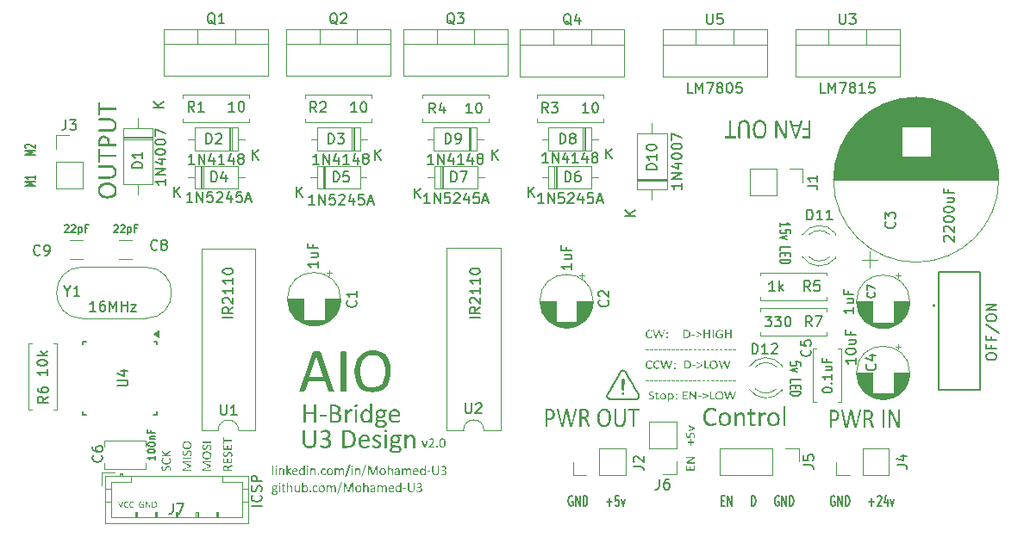
<source format=gbr>
%TF.GenerationSoftware,KiCad,Pcbnew,9.0.1*%
%TF.CreationDate,2025-05-06T15:55:57+03:00*%
%TF.ProjectId,H bridge,48206272-6964-4676-952e-6b696361645f,2.1v*%
%TF.SameCoordinates,Original*%
%TF.FileFunction,Legend,Top*%
%TF.FilePolarity,Positive*%
%FSLAX46Y46*%
G04 Gerber Fmt 4.6, Leading zero omitted, Abs format (unit mm)*
G04 Created by KiCad (PCBNEW 9.0.1) date 2025-05-06 15:55:57*
%MOMM*%
%LPD*%
G01*
G04 APERTURE LIST*
%ADD10C,0.150000*%
%ADD11C,0.125000*%
%ADD12C,0.100000*%
%ADD13C,0.120000*%
%ADD14C,0.000000*%
%ADD15C,0.127000*%
%ADD16C,0.200000*%
G04 APERTURE END LIST*
D10*
X191030180Y-94798684D02*
X191030180Y-94465350D01*
X191030180Y-94465350D02*
X190553990Y-94432017D01*
X190553990Y-94432017D02*
X190601609Y-94465350D01*
X190601609Y-94465350D02*
X190649228Y-94532017D01*
X190649228Y-94532017D02*
X190649228Y-94698684D01*
X190649228Y-94698684D02*
X190601609Y-94765350D01*
X190601609Y-94765350D02*
X190553990Y-94798684D01*
X190553990Y-94798684D02*
X190458752Y-94832017D01*
X190458752Y-94832017D02*
X190220657Y-94832017D01*
X190220657Y-94832017D02*
X190125419Y-94798684D01*
X190125419Y-94798684D02*
X190077800Y-94765350D01*
X190077800Y-94765350D02*
X190030180Y-94698684D01*
X190030180Y-94698684D02*
X190030180Y-94532017D01*
X190030180Y-94532017D02*
X190077800Y-94465350D01*
X190077800Y-94465350D02*
X190125419Y-94432017D01*
X190696847Y-95065351D02*
X190030180Y-95232017D01*
X190030180Y-95232017D02*
X190696847Y-95398684D01*
X190030180Y-96532017D02*
X190030180Y-96198683D01*
X190030180Y-96198683D02*
X191030180Y-96198683D01*
X190553990Y-96765350D02*
X190553990Y-96998684D01*
X190030180Y-97098684D02*
X190030180Y-96765350D01*
X190030180Y-96765350D02*
X191030180Y-96765350D01*
X191030180Y-96765350D02*
X191030180Y-97098684D01*
X190030180Y-97398683D02*
X191030180Y-97398683D01*
X191030180Y-97398683D02*
X191030180Y-97565350D01*
X191030180Y-97565350D02*
X190982561Y-97665350D01*
X190982561Y-97665350D02*
X190887323Y-97732017D01*
X190887323Y-97732017D02*
X190792085Y-97765350D01*
X190792085Y-97765350D02*
X190601609Y-97798683D01*
X190601609Y-97798683D02*
X190458752Y-97798683D01*
X190458752Y-97798683D02*
X190268276Y-97765350D01*
X190268276Y-97765350D02*
X190173038Y-97732017D01*
X190173038Y-97732017D02*
X190077800Y-97665350D01*
X190077800Y-97665350D02*
X190030180Y-97565350D01*
X190030180Y-97565350D02*
X190030180Y-97398683D01*
D11*
G36*
X180579866Y-104640675D02*
G01*
X180599210Y-104642018D01*
X180613058Y-104646781D01*
X180621027Y-104654658D01*
X180623500Y-104664549D01*
X180623500Y-105088799D01*
X180621190Y-105103867D01*
X180613992Y-105118536D01*
X180601776Y-105128618D01*
X180580525Y-105132519D01*
X179871610Y-105132519D01*
X179850369Y-105128616D01*
X179838198Y-105118536D01*
X179830957Y-105103863D01*
X179828636Y-105088799D01*
X179828636Y-104669373D01*
X179831109Y-104659481D01*
X179839132Y-104652276D01*
X179852926Y-104647819D01*
X179873534Y-104646109D01*
X179892878Y-104647819D01*
X179906396Y-104652276D01*
X179914090Y-104659481D01*
X179916563Y-104669373D01*
X179916563Y-105014977D01*
X180165398Y-105014977D01*
X180165398Y-104718527D01*
X180168145Y-104708635D01*
X180175839Y-104701125D01*
X180189358Y-104696667D01*
X180209581Y-104695324D01*
X180228595Y-104696667D01*
X180241510Y-104701125D01*
X180248544Y-104708635D01*
X180250687Y-104718527D01*
X180250687Y-105014977D01*
X180535572Y-105014977D01*
X180535572Y-104664549D01*
X180538045Y-104654658D01*
X180545739Y-104646781D01*
X180559258Y-104642018D01*
X180579866Y-104640675D01*
G37*
G36*
X180581349Y-103781489D02*
G01*
X180602342Y-103785947D01*
X180616520Y-103797609D01*
X180624544Y-103813668D01*
X180627017Y-103831376D01*
X180627017Y-103868928D01*
X180623500Y-103900069D01*
X180610860Y-103925348D01*
X180585801Y-103949223D01*
X180545959Y-103975540D01*
X180093902Y-104254221D01*
X180020537Y-104298307D01*
X179945909Y-104339645D01*
X179945909Y-104340989D01*
X180036199Y-104338974D01*
X180127699Y-104338241D01*
X180607343Y-104338241D01*
X180615696Y-104340989D01*
X180621796Y-104350209D01*
X180625478Y-104367306D01*
X180627017Y-104394295D01*
X180625478Y-104421284D01*
X180621796Y-104438014D01*
X180615696Y-104446868D01*
X180607343Y-104449616D01*
X179874083Y-104449616D01*
X179852197Y-104445482D01*
X179839077Y-104434595D01*
X179831199Y-104418708D01*
X179828636Y-104401805D01*
X179828636Y-104345751D01*
X179831713Y-104312657D01*
X179841880Y-104288721D01*
X179861498Y-104268265D01*
X179893097Y-104246711D01*
X180241949Y-104032205D01*
X180304323Y-103993981D01*
X180364169Y-103958443D01*
X180422201Y-103924616D01*
X180479628Y-103891521D01*
X180479628Y-103890788D01*
X180378347Y-103892559D01*
X180277065Y-103892864D01*
X179844847Y-103892864D01*
X179836824Y-103890116D01*
X179830394Y-103880896D01*
X179826382Y-103863860D01*
X179825118Y-103836139D01*
X179826382Y-103810188D01*
X179830394Y-103793152D01*
X179836879Y-103784237D01*
X179844847Y-103781489D01*
X180581349Y-103781489D01*
G37*
G36*
X180269702Y-102067759D02*
G01*
X180289705Y-102069836D01*
X180303554Y-102075270D01*
X180311522Y-102083452D01*
X180313995Y-102093710D01*
X180313995Y-102317742D01*
X180537056Y-102317742D01*
X180545354Y-102320490D01*
X180551179Y-102329038D01*
X180555136Y-102344426D01*
X180556675Y-102368300D01*
X180555136Y-102391931D01*
X180551179Y-102407623D01*
X180545354Y-102416172D01*
X180537056Y-102418859D01*
X180313995Y-102418859D01*
X180313995Y-102642951D01*
X180311522Y-102653515D01*
X180303554Y-102661392D01*
X180289705Y-102666887D01*
X180269702Y-102668902D01*
X180250357Y-102666887D01*
X180236564Y-102661392D01*
X180228540Y-102653515D01*
X180226068Y-102643623D01*
X180226068Y-102418859D01*
X180001468Y-102418859D01*
X179992510Y-102416172D01*
X179985751Y-102407623D01*
X179981409Y-102391931D01*
X179979871Y-102368300D01*
X179981409Y-102344426D01*
X179985751Y-102329038D01*
X179992510Y-102320490D01*
X180001468Y-102317742D01*
X180226068Y-102317742D01*
X180226068Y-102093039D01*
X180228540Y-102083147D01*
X180236564Y-102074965D01*
X180250357Y-102069469D01*
X180269702Y-102067759D01*
G37*
G36*
X180366751Y-101393039D02*
G01*
X180428295Y-101399270D01*
X180480453Y-101416974D01*
X180526486Y-101445973D01*
X180564313Y-101484569D01*
X180594028Y-101531862D01*
X180616245Y-101588738D01*
X180629433Y-101651276D01*
X180634051Y-101722950D01*
X180628775Y-101800863D01*
X180615861Y-101866442D01*
X180600693Y-101913581D01*
X180588988Y-101937151D01*
X180580965Y-101944356D01*
X180571952Y-101948080D01*
X180558653Y-101950462D01*
X180539529Y-101951133D01*
X180520679Y-101950095D01*
X180507106Y-101946371D01*
X180499357Y-101939898D01*
X180496884Y-101931350D01*
X180504743Y-101910162D01*
X180521669Y-101871571D01*
X180538869Y-101811488D01*
X180544814Y-101773851D01*
X180547003Y-101726369D01*
X180544456Y-101681777D01*
X180537166Y-101642411D01*
X180524382Y-101606386D01*
X180506446Y-101576465D01*
X180483078Y-101551968D01*
X180453909Y-101533112D01*
X180420143Y-101521575D01*
X180376808Y-101517358D01*
X180340106Y-101520847D01*
X180309489Y-101530669D01*
X180282765Y-101547569D01*
X180260964Y-101571641D01*
X180244485Y-101602003D01*
X180232113Y-101641678D01*
X180225132Y-101686172D01*
X180222550Y-101742794D01*
X180226232Y-101814541D01*
X180229914Y-101870533D01*
X180227669Y-101887760D01*
X180221946Y-101897889D01*
X180211792Y-101903595D01*
X180191281Y-101906071D01*
X179868478Y-101906071D01*
X179850087Y-101903146D01*
X179838472Y-101895507D01*
X179831268Y-101883103D01*
X179828636Y-101865038D01*
X179828636Y-101473639D01*
X179831438Y-101463075D01*
X179839736Y-101454527D01*
X179853860Y-101449398D01*
X179874193Y-101447688D01*
X179894958Y-101449620D01*
X179908650Y-101454527D01*
X179918069Y-101463021D01*
X179920959Y-101473639D01*
X179920959Y-101803611D01*
X180142482Y-101803611D01*
X180138800Y-101754762D01*
X180138140Y-101696999D01*
X180142481Y-101623879D01*
X180154462Y-101564497D01*
X180174596Y-101511492D01*
X180200514Y-101469914D01*
X180233400Y-101436652D01*
X180272724Y-101412517D01*
X180316726Y-101398052D01*
X180366751Y-101393039D01*
G37*
G36*
X180053950Y-100702198D02*
G01*
X180059170Y-100702564D01*
X180064995Y-100703541D01*
X180071755Y-100705251D01*
X180079778Y-100707632D01*
X180604925Y-100917376D01*
X180615971Y-100924581D01*
X180622730Y-100937892D01*
X180626082Y-100960423D01*
X180627017Y-100994556D01*
X180625753Y-101028750D01*
X180622126Y-101050915D01*
X180615366Y-101064288D01*
X180604925Y-101071737D01*
X180079778Y-101280809D01*
X180066864Y-101285205D01*
X180058566Y-101287281D01*
X180053950Y-101287648D01*
X180045377Y-101284900D01*
X180039551Y-101275680D01*
X180036749Y-101258644D01*
X180036144Y-101232266D01*
X180037079Y-101200514D01*
X180040486Y-101182074D01*
X180046586Y-101172548D01*
X180055818Y-101166687D01*
X180511557Y-100993213D01*
X180518921Y-100990465D01*
X180511557Y-100988389D01*
X180055818Y-100816931D01*
X180046586Y-100812168D01*
X180040486Y-100802276D01*
X180037079Y-100784508D01*
X180036144Y-100754771D01*
X180036749Y-100728820D01*
X180039826Y-100712761D01*
X180045706Y-100704579D01*
X180053950Y-100702198D01*
G37*
G36*
X176457693Y-91986403D02*
G01*
X176457021Y-92003714D01*
X176454640Y-92016738D01*
X176450183Y-92026630D01*
X176440596Y-92037181D01*
X176411959Y-92056195D01*
X176357615Y-92081090D01*
X176283182Y-92101643D01*
X176240066Y-92107869D01*
X176191285Y-92110051D01*
X176134498Y-92107042D01*
X176082930Y-92098328D01*
X176035886Y-92084222D01*
X175991776Y-92064157D01*
X175952529Y-92038801D01*
X175917672Y-92007890D01*
X175888294Y-91972541D01*
X175863212Y-91931275D01*
X175842568Y-91883308D01*
X175828370Y-91833308D01*
X175819400Y-91776667D01*
X175816250Y-91712509D01*
X175819614Y-91646816D01*
X175829245Y-91588232D01*
X175844583Y-91535940D01*
X175866644Y-91485730D01*
X175893228Y-91442178D01*
X175924206Y-91404543D01*
X175960729Y-91371376D01*
X176001460Y-91344098D01*
X176046816Y-91322386D01*
X176095303Y-91306863D01*
X176147793Y-91297350D01*
X176204963Y-91294084D01*
X176279396Y-91300624D01*
X176346318Y-91317055D01*
X176400968Y-91339971D01*
X176434124Y-91361349D01*
X176446092Y-91374043D01*
X176450549Y-91384155D01*
X176453236Y-91398004D01*
X176454274Y-91417073D01*
X176452930Y-91437956D01*
X176448839Y-91452409D01*
X176442306Y-91461036D01*
X176433147Y-91463784D01*
X176423125Y-91461400D01*
X176406463Y-91451749D01*
X176362438Y-91425096D01*
X176333677Y-91411625D01*
X176296859Y-91398498D01*
X176256094Y-91389654D01*
X176204291Y-91386408D01*
X176147597Y-91391844D01*
X176097374Y-91407676D01*
X176053019Y-91433656D01*
X176015003Y-91470159D01*
X175985316Y-91514761D01*
X175962063Y-91570781D01*
X175948265Y-91632573D01*
X175943318Y-91706574D01*
X175948105Y-91779875D01*
X175961392Y-91840498D01*
X175984099Y-91895095D01*
X176013354Y-91937768D01*
X176051115Y-91972146D01*
X176096336Y-91996844D01*
X176147816Y-92011671D01*
X176207711Y-92016848D01*
X176258361Y-92013681D01*
X176299546Y-92004923D01*
X176337079Y-91991790D01*
X176366530Y-91978160D01*
X176411959Y-91951452D01*
X176429275Y-91941874D01*
X176439924Y-91939472D01*
X176448168Y-91941340D01*
X176453602Y-91948429D01*
X176456655Y-91962992D01*
X176457693Y-91986403D01*
G37*
G36*
X177460310Y-92075979D02*
G01*
X177452067Y-92089827D01*
X177437046Y-92097796D01*
X177413476Y-92101753D01*
X177378977Y-92103017D01*
X177343073Y-92101753D01*
X177318832Y-92097796D01*
X177304544Y-92089827D01*
X177297034Y-92075979D01*
X177111898Y-91476094D01*
X177110554Y-91476094D01*
X176939767Y-92075979D01*
X176932929Y-92089827D01*
X176919251Y-92097796D01*
X176896353Y-92101753D01*
X176860511Y-92103017D01*
X176822958Y-92101753D01*
X176798351Y-92097796D01*
X176783635Y-92089827D01*
X176776491Y-92075979D01*
X176542873Y-91342280D01*
X176538415Y-91320188D01*
X176543850Y-91307878D01*
X176562657Y-91302382D01*
X176597522Y-91301118D01*
X176630983Y-91302053D01*
X176649729Y-91305460D01*
X176658644Y-91312164D01*
X176662430Y-91323210D01*
X176861182Y-91988821D01*
X176861854Y-91988821D01*
X177050409Y-91324474D01*
X177055539Y-91313099D01*
X177065430Y-91306064D01*
X177084909Y-91302382D01*
X177118065Y-91301118D01*
X177148412Y-91302382D01*
X177166547Y-91306064D01*
X177176439Y-91313099D01*
X177181568Y-91324474D01*
X177384473Y-91988821D01*
X177385816Y-91988821D01*
X177580539Y-91323815D01*
X177584569Y-91313099D01*
X177593117Y-91306064D01*
X177611557Y-91302382D01*
X177643370Y-91301118D01*
X177675793Y-91302657D01*
X177693196Y-91308482D01*
X177698325Y-91320792D01*
X177694600Y-91342884D01*
X177460310Y-92075979D01*
G37*
G36*
X178012238Y-91608040D02*
G01*
X178009185Y-91640903D01*
X177997583Y-91662555D01*
X177975357Y-91674096D01*
X177940553Y-91677448D01*
X177905015Y-91674096D01*
X177883155Y-91662555D01*
X177871859Y-91640903D01*
X177868806Y-91608040D01*
X177871859Y-91573639D01*
X177883155Y-91551712D01*
X177905015Y-91540116D01*
X177940553Y-91536764D01*
X177975357Y-91540116D01*
X177997583Y-91551712D01*
X178009185Y-91573639D01*
X178012238Y-91608040D01*
G37*
G36*
X178012238Y-92036521D02*
G01*
X178009185Y-92069989D01*
X177997583Y-92091641D01*
X177975357Y-92103181D01*
X177940553Y-92106534D01*
X177905015Y-92103181D01*
X177883155Y-92091641D01*
X177871859Y-92069989D01*
X177868806Y-92036521D01*
X177871859Y-92002724D01*
X177883155Y-91981072D01*
X177905015Y-91969532D01*
X177940553Y-91965850D01*
X177975357Y-91969532D01*
X177997583Y-91981072D01*
X178004580Y-91990114D01*
X178009185Y-92002724D01*
X178012238Y-92036521D01*
G37*
G36*
X179849903Y-91307935D02*
G01*
X179913977Y-91317129D01*
X179967594Y-91331344D01*
X180018370Y-91352129D01*
X180062414Y-91377705D01*
X180100462Y-91408115D01*
X180133003Y-91443404D01*
X180160099Y-91483651D01*
X180181795Y-91529455D01*
X180196818Y-91577587D01*
X180206195Y-91631006D01*
X180209455Y-91690417D01*
X180205916Y-91758896D01*
X180195884Y-91818615D01*
X180180085Y-91870668D01*
X180156914Y-91920181D01*
X180128321Y-91962484D01*
X180094356Y-91998438D01*
X180054448Y-92029055D01*
X180008579Y-92054334D01*
X179955992Y-92074330D01*
X179900672Y-92087797D01*
X179836030Y-92096429D01*
X179760659Y-92099500D01*
X179573447Y-92099500D01*
X179558379Y-92097190D01*
X179543710Y-92089992D01*
X179533628Y-92077776D01*
X179529727Y-92056525D01*
X179529727Y-92010693D01*
X179647269Y-92010693D01*
X179768169Y-92010693D01*
X179849140Y-92005539D01*
X179910929Y-91991678D01*
X179964540Y-91967365D01*
X180007894Y-91933372D01*
X180041397Y-91890071D01*
X180066329Y-91834838D01*
X180080586Y-91772636D01*
X180085807Y-91694594D01*
X180081245Y-91631553D01*
X180068039Y-91574573D01*
X180044933Y-91522262D01*
X180012351Y-91478512D01*
X179969825Y-91442745D01*
X179916364Y-91415314D01*
X179876814Y-91403319D01*
X179827597Y-91395437D01*
X179766765Y-91392563D01*
X179647269Y-91392563D01*
X179647269Y-92010693D01*
X179529727Y-92010693D01*
X179529727Y-91347610D01*
X179533630Y-91326369D01*
X179543710Y-91314198D01*
X179558383Y-91306957D01*
X179573447Y-91304636D01*
X179773604Y-91304636D01*
X179849903Y-91307935D01*
G37*
G36*
X180654160Y-91789665D02*
G01*
X180652272Y-91811762D01*
X180647993Y-91822968D01*
X180640430Y-91829912D01*
X180630225Y-91832200D01*
X180344705Y-91832200D01*
X180333907Y-91829807D01*
X180326203Y-91822638D01*
X180321945Y-91811229D01*
X180320097Y-91789665D01*
X180321956Y-91768147D01*
X180326203Y-91757022D01*
X180333874Y-91750117D01*
X180344705Y-91747790D01*
X180630225Y-91747790D01*
X180640116Y-91749658D01*
X180647627Y-91756747D01*
X180652451Y-91769991D01*
X180654160Y-91789665D01*
G37*
G36*
X181351229Y-91748120D02*
G01*
X181349825Y-91766859D01*
X181346406Y-91781312D01*
X181340971Y-91790874D01*
X181333461Y-91796095D01*
X180797165Y-92039709D01*
X180784159Y-92043116D01*
X180775671Y-92039104D01*
X180771214Y-92025860D01*
X180769870Y-92002779D01*
X180770542Y-91975082D01*
X180773595Y-91958156D01*
X180780800Y-91947990D01*
X180793073Y-91941230D01*
X181233688Y-91747075D01*
X180795821Y-91557867D01*
X180781838Y-91550668D01*
X180773961Y-91540336D01*
X180770542Y-91522531D01*
X180769870Y-91493405D01*
X180771214Y-91468071D01*
X180775671Y-91454991D01*
X180784159Y-91451584D01*
X180797165Y-91455871D01*
X181335476Y-91700089D01*
X181341247Y-91704795D01*
X181346772Y-91715202D01*
X181351229Y-91748120D01*
G37*
G36*
X182151613Y-92083343D02*
G01*
X182148866Y-92091971D01*
X182139340Y-92097796D01*
X182121205Y-92101478D01*
X182093545Y-92103017D01*
X182064846Y-92101478D01*
X182047077Y-92097796D01*
X182037491Y-92091971D01*
X182034804Y-92083343D01*
X182034804Y-91730204D01*
X181632475Y-91730204D01*
X181632475Y-92083343D01*
X181629727Y-92091971D01*
X181620141Y-92097796D01*
X181602006Y-92101478D01*
X181573674Y-92103017D01*
X181545708Y-92101478D01*
X181527267Y-92097796D01*
X181517681Y-92091971D01*
X181514933Y-92083343D01*
X181514933Y-91320792D01*
X181517681Y-91312164D01*
X181527267Y-91306339D01*
X181545708Y-91302657D01*
X181573674Y-91301118D01*
X181602006Y-91302657D01*
X181620141Y-91306339D01*
X181629727Y-91312164D01*
X181632475Y-91320737D01*
X181632475Y-91637881D01*
X182034804Y-91637881D01*
X182034804Y-91320737D01*
X182037491Y-91312164D01*
X182047077Y-91306339D01*
X182064846Y-91302657D01*
X182093545Y-91301118D01*
X182121205Y-91302657D01*
X182139340Y-91306339D01*
X182148866Y-91312164D01*
X182151613Y-91320792D01*
X182151613Y-92083343D01*
G37*
G36*
X182503934Y-92083343D02*
G01*
X182501186Y-92091971D01*
X182491599Y-92097796D01*
X182473464Y-92101478D01*
X182445132Y-92103017D01*
X182417166Y-92101478D01*
X182398726Y-92097796D01*
X182389139Y-92091971D01*
X182386392Y-92083343D01*
X182386392Y-91320792D01*
X182389445Y-91312164D01*
X182399703Y-91306339D01*
X182418143Y-91302657D01*
X182445132Y-91301118D01*
X182473464Y-91302657D01*
X182491599Y-91306339D01*
X182501186Y-91312164D01*
X182503934Y-91320792D01*
X182503934Y-92083343D01*
G37*
G36*
X183403114Y-91412182D02*
G01*
X183401709Y-91432900D01*
X183397618Y-91447737D01*
X183390779Y-91456036D01*
X183381926Y-91458509D01*
X183372758Y-91456359D01*
X183354570Y-91447023D01*
X183303340Y-91421579D01*
X183226465Y-91396190D01*
X183179513Y-91387750D01*
X183120280Y-91384650D01*
X183049849Y-91390828D01*
X182989122Y-91408555D01*
X182935312Y-91437186D01*
X182890753Y-91474775D01*
X182855510Y-91520433D01*
X182828899Y-91575287D01*
X182812916Y-91635140D01*
X182807405Y-91701518D01*
X182813590Y-91774844D01*
X182830975Y-91836322D01*
X182859572Y-91891349D01*
X182896188Y-91935625D01*
X182941807Y-91971115D01*
X182995594Y-91996899D01*
X183055356Y-92012388D01*
X183122295Y-92017727D01*
X183163319Y-92015528D01*
X183205338Y-92008824D01*
X183246106Y-91997611D01*
X183283557Y-91982061D01*
X183283557Y-91750428D01*
X183078576Y-91750428D01*
X183068566Y-91747888D01*
X183061174Y-91739931D01*
X183057080Y-91727876D01*
X183055373Y-91707233D01*
X183056716Y-91687175D01*
X183061174Y-91673601D01*
X183068379Y-91665852D01*
X183078576Y-91663379D01*
X183359394Y-91663379D01*
X183374415Y-91665852D01*
X183388032Y-91673271D01*
X183397618Y-91686790D01*
X183401038Y-91706464D01*
X183401038Y-92009759D01*
X183394870Y-92037456D01*
X183386064Y-92047866D01*
X183368920Y-92058064D01*
X183317690Y-92077463D01*
X183252782Y-92095323D01*
X183185127Y-92106369D01*
X183117533Y-92110051D01*
X183049794Y-92106693D01*
X182989072Y-92097034D01*
X182934473Y-92081529D01*
X182882885Y-92059507D01*
X182837674Y-92032447D01*
X182798185Y-92000251D01*
X182764305Y-91963168D01*
X182735972Y-91921222D01*
X182713128Y-91873856D01*
X182697120Y-91824103D01*
X182687191Y-91769512D01*
X182683757Y-91709431D01*
X182687464Y-91646957D01*
X182698190Y-91590145D01*
X182715509Y-91538303D01*
X182740028Y-91488946D01*
X182769859Y-91445591D01*
X182805024Y-91407621D01*
X182845798Y-91374502D01*
X182891835Y-91346629D01*
X182943693Y-91323870D01*
X182998570Y-91307560D01*
X183058108Y-91297532D01*
X183123028Y-91294084D01*
X183172707Y-91296104D01*
X183217978Y-91301943D01*
X183296868Y-91320408D01*
X183354937Y-91343379D01*
X183387360Y-91363602D01*
X183399694Y-91381957D01*
X183403114Y-91412182D01*
G37*
G36*
X184258941Y-92083343D02*
G01*
X184256193Y-92091971D01*
X184246667Y-92097796D01*
X184228532Y-92101478D01*
X184200872Y-92103017D01*
X184172173Y-92101478D01*
X184154405Y-92097796D01*
X184144818Y-92091971D01*
X184142131Y-92083343D01*
X184142131Y-91730204D01*
X183739802Y-91730204D01*
X183739802Y-92083343D01*
X183737055Y-92091971D01*
X183727468Y-92097796D01*
X183709333Y-92101478D01*
X183681001Y-92103017D01*
X183653035Y-92101478D01*
X183634595Y-92097796D01*
X183625008Y-92091971D01*
X183622260Y-92083343D01*
X183622260Y-91320792D01*
X183625008Y-91312164D01*
X183634595Y-91306339D01*
X183653035Y-91302657D01*
X183681001Y-91301118D01*
X183709333Y-91302657D01*
X183727468Y-91306339D01*
X183737055Y-91312164D01*
X183739802Y-91320737D01*
X183739802Y-91637881D01*
X184142131Y-91637881D01*
X184142131Y-91320737D01*
X184144818Y-91312164D01*
X184154405Y-91306339D01*
X184172173Y-91302657D01*
X184200872Y-91301118D01*
X184228532Y-91302657D01*
X184246667Y-91306339D01*
X184256193Y-91312164D01*
X184258941Y-91320792D01*
X184258941Y-92083343D01*
G37*
G36*
X176131202Y-93301665D02*
G01*
X176129313Y-93323762D01*
X176125034Y-93334968D01*
X176117471Y-93341912D01*
X176107266Y-93344200D01*
X175821746Y-93344200D01*
X175810948Y-93341807D01*
X175803244Y-93334638D01*
X175798986Y-93323229D01*
X175797138Y-93301665D01*
X175798998Y-93280147D01*
X175803244Y-93269022D01*
X175810915Y-93262117D01*
X175821746Y-93259790D01*
X176107266Y-93259790D01*
X176117158Y-93261658D01*
X176124668Y-93268747D01*
X176129492Y-93281991D01*
X176131202Y-93301665D01*
G37*
G36*
X176559115Y-93301665D02*
G01*
X176557226Y-93323762D01*
X176552948Y-93334968D01*
X176545384Y-93341912D01*
X176535179Y-93344200D01*
X176249659Y-93344200D01*
X176238862Y-93341807D01*
X176231158Y-93334638D01*
X176226899Y-93323229D01*
X176225052Y-93301665D01*
X176226911Y-93280147D01*
X176231158Y-93269022D01*
X176238829Y-93262117D01*
X176249659Y-93259790D01*
X176535179Y-93259790D01*
X176545071Y-93261658D01*
X176552581Y-93268747D01*
X176557405Y-93281991D01*
X176559115Y-93301665D01*
G37*
G36*
X176987028Y-93301665D02*
G01*
X176985140Y-93323762D01*
X176980861Y-93334968D01*
X176973298Y-93341912D01*
X176963093Y-93344200D01*
X176677573Y-93344200D01*
X176666775Y-93341807D01*
X176659071Y-93334638D01*
X176654813Y-93323229D01*
X176652965Y-93301665D01*
X176654824Y-93280147D01*
X176659071Y-93269022D01*
X176666742Y-93262117D01*
X176677573Y-93259790D01*
X176963093Y-93259790D01*
X176972984Y-93261658D01*
X176980495Y-93268747D01*
X176985319Y-93281991D01*
X176987028Y-93301665D01*
G37*
G36*
X177414942Y-93301665D02*
G01*
X177413053Y-93323762D01*
X177408775Y-93334968D01*
X177401211Y-93341912D01*
X177391006Y-93344200D01*
X177105486Y-93344200D01*
X177094689Y-93341807D01*
X177086985Y-93334638D01*
X177082726Y-93323229D01*
X177080879Y-93301665D01*
X177082738Y-93280147D01*
X177086985Y-93269022D01*
X177094656Y-93262117D01*
X177105486Y-93259790D01*
X177391006Y-93259790D01*
X177400898Y-93261658D01*
X177408408Y-93268747D01*
X177413232Y-93281991D01*
X177414942Y-93301665D01*
G37*
G36*
X177842855Y-93301665D02*
G01*
X177840967Y-93323762D01*
X177836688Y-93334968D01*
X177829125Y-93341912D01*
X177818920Y-93344200D01*
X177533400Y-93344200D01*
X177522602Y-93341807D01*
X177514898Y-93334638D01*
X177510640Y-93323229D01*
X177508792Y-93301665D01*
X177510651Y-93280147D01*
X177514898Y-93269022D01*
X177522569Y-93262117D01*
X177533400Y-93259790D01*
X177818920Y-93259790D01*
X177828811Y-93261658D01*
X177836322Y-93268747D01*
X177841146Y-93281991D01*
X177842855Y-93301665D01*
G37*
G36*
X178270769Y-93301665D02*
G01*
X178268880Y-93323762D01*
X178264602Y-93334968D01*
X178257038Y-93341912D01*
X178246833Y-93344200D01*
X177961313Y-93344200D01*
X177950516Y-93341807D01*
X177942812Y-93334638D01*
X177938553Y-93323229D01*
X177936706Y-93301665D01*
X177938565Y-93280147D01*
X177942812Y-93269022D01*
X177950483Y-93262117D01*
X177961313Y-93259790D01*
X178246833Y-93259790D01*
X178256725Y-93261658D01*
X178264235Y-93268747D01*
X178269059Y-93281991D01*
X178270769Y-93301665D01*
G37*
G36*
X178698682Y-93301665D02*
G01*
X178696794Y-93323762D01*
X178692515Y-93334968D01*
X178684951Y-93341912D01*
X178674747Y-93344200D01*
X178389227Y-93344200D01*
X178378429Y-93341807D01*
X178370725Y-93334638D01*
X178366467Y-93323229D01*
X178364619Y-93301665D01*
X178366478Y-93280147D01*
X178370725Y-93269022D01*
X178378396Y-93262117D01*
X178389227Y-93259790D01*
X178674747Y-93259790D01*
X178684638Y-93261658D01*
X178692149Y-93268747D01*
X178696973Y-93281991D01*
X178698682Y-93301665D01*
G37*
G36*
X179126596Y-93301665D02*
G01*
X179124707Y-93323762D01*
X179120429Y-93334968D01*
X179112865Y-93341912D01*
X179102660Y-93344200D01*
X178817140Y-93344200D01*
X178806343Y-93341807D01*
X178798639Y-93334638D01*
X178794380Y-93323229D01*
X178792533Y-93301665D01*
X178794392Y-93280147D01*
X178798639Y-93269022D01*
X178806310Y-93262117D01*
X178817140Y-93259790D01*
X179102660Y-93259790D01*
X179112552Y-93261658D01*
X179120062Y-93268747D01*
X179124886Y-93281991D01*
X179126596Y-93301665D01*
G37*
G36*
X179554509Y-93301665D02*
G01*
X179552621Y-93323762D01*
X179548342Y-93334968D01*
X179540778Y-93341912D01*
X179530573Y-93344200D01*
X179245054Y-93344200D01*
X179234256Y-93341807D01*
X179226552Y-93334638D01*
X179222294Y-93323229D01*
X179220446Y-93301665D01*
X179222305Y-93280147D01*
X179226552Y-93269022D01*
X179234223Y-93262117D01*
X179245054Y-93259790D01*
X179530573Y-93259790D01*
X179540465Y-93261658D01*
X179547976Y-93268747D01*
X179552800Y-93281991D01*
X179554509Y-93301665D01*
G37*
G36*
X179982423Y-93301665D02*
G01*
X179980534Y-93323762D01*
X179976256Y-93334968D01*
X179968692Y-93341912D01*
X179958487Y-93344200D01*
X179672967Y-93344200D01*
X179662169Y-93341807D01*
X179654466Y-93334638D01*
X179650207Y-93323229D01*
X179648360Y-93301665D01*
X179650219Y-93280147D01*
X179654466Y-93269022D01*
X179662137Y-93262117D01*
X179672967Y-93259790D01*
X179958487Y-93259790D01*
X179968379Y-93261658D01*
X179975889Y-93268747D01*
X179980713Y-93281991D01*
X179982423Y-93301665D01*
G37*
G36*
X180410336Y-93301665D02*
G01*
X180408447Y-93323762D01*
X180404169Y-93334968D01*
X180396605Y-93341912D01*
X180386400Y-93344200D01*
X180100881Y-93344200D01*
X180090083Y-93341807D01*
X180082379Y-93334638D01*
X180078120Y-93323229D01*
X180076273Y-93301665D01*
X180078132Y-93280147D01*
X180082379Y-93269022D01*
X180090050Y-93262117D01*
X180100881Y-93259790D01*
X180386400Y-93259790D01*
X180396292Y-93261658D01*
X180403803Y-93268747D01*
X180408627Y-93281991D01*
X180410336Y-93301665D01*
G37*
G36*
X180838250Y-93301665D02*
G01*
X180836361Y-93323762D01*
X180832083Y-93334968D01*
X180824519Y-93341912D01*
X180814314Y-93344200D01*
X180528794Y-93344200D01*
X180517996Y-93341807D01*
X180510293Y-93334638D01*
X180506034Y-93323229D01*
X180504187Y-93301665D01*
X180506046Y-93280147D01*
X180510293Y-93269022D01*
X180517963Y-93262117D01*
X180528794Y-93259790D01*
X180814314Y-93259790D01*
X180824206Y-93261658D01*
X180831716Y-93268747D01*
X180836540Y-93281991D01*
X180838250Y-93301665D01*
G37*
G36*
X181266163Y-93301665D02*
G01*
X181264274Y-93323762D01*
X181259996Y-93334968D01*
X181252432Y-93341912D01*
X181242227Y-93344200D01*
X180956707Y-93344200D01*
X180945910Y-93341807D01*
X180938206Y-93334638D01*
X180933947Y-93323229D01*
X180932100Y-93301665D01*
X180933959Y-93280147D01*
X180938206Y-93269022D01*
X180945877Y-93262117D01*
X180956707Y-93259790D01*
X181242227Y-93259790D01*
X181252119Y-93261658D01*
X181259630Y-93268747D01*
X181264453Y-93281991D01*
X181266163Y-93301665D01*
G37*
G36*
X181694077Y-93301665D02*
G01*
X181692188Y-93323762D01*
X181687909Y-93334968D01*
X181680346Y-93341912D01*
X181670141Y-93344200D01*
X181384621Y-93344200D01*
X181373823Y-93341807D01*
X181366120Y-93334638D01*
X181361861Y-93323229D01*
X181360013Y-93301665D01*
X181361873Y-93280147D01*
X181366120Y-93269022D01*
X181373790Y-93262117D01*
X181384621Y-93259790D01*
X181670141Y-93259790D01*
X181680033Y-93261658D01*
X181687543Y-93268747D01*
X181692367Y-93281991D01*
X181694077Y-93301665D01*
G37*
G36*
X182121990Y-93301665D02*
G01*
X182120101Y-93323762D01*
X182115823Y-93334968D01*
X182108259Y-93341912D01*
X182098054Y-93344200D01*
X181812534Y-93344200D01*
X181801737Y-93341807D01*
X181794033Y-93334638D01*
X181789774Y-93323229D01*
X181787927Y-93301665D01*
X181789786Y-93280147D01*
X181794033Y-93269022D01*
X181801704Y-93262117D01*
X181812534Y-93259790D01*
X182098054Y-93259790D01*
X182107946Y-93261658D01*
X182115457Y-93268747D01*
X182120280Y-93281991D01*
X182121990Y-93301665D01*
G37*
G36*
X182549904Y-93301665D02*
G01*
X182548015Y-93323762D01*
X182543736Y-93334968D01*
X182536173Y-93341912D01*
X182525968Y-93344200D01*
X182240448Y-93344200D01*
X182229650Y-93341807D01*
X182221946Y-93334638D01*
X182217688Y-93323229D01*
X182215840Y-93301665D01*
X182217700Y-93280147D01*
X182221946Y-93269022D01*
X182229617Y-93262117D01*
X182240448Y-93259790D01*
X182525968Y-93259790D01*
X182535860Y-93261658D01*
X182543370Y-93268747D01*
X182548194Y-93281991D01*
X182549904Y-93301665D01*
G37*
G36*
X182977817Y-93301665D02*
G01*
X182975928Y-93323762D01*
X182971650Y-93334968D01*
X182964086Y-93341912D01*
X182953881Y-93344200D01*
X182668361Y-93344200D01*
X182657564Y-93341807D01*
X182649860Y-93334638D01*
X182645601Y-93323229D01*
X182643754Y-93301665D01*
X182645613Y-93280147D01*
X182649860Y-93269022D01*
X182657531Y-93262117D01*
X182668361Y-93259790D01*
X182953881Y-93259790D01*
X182963773Y-93261658D01*
X182971284Y-93268747D01*
X182976107Y-93281991D01*
X182977817Y-93301665D01*
G37*
G36*
X183405730Y-93301665D02*
G01*
X183403842Y-93323762D01*
X183399563Y-93334968D01*
X183392000Y-93341912D01*
X183381795Y-93344200D01*
X183096275Y-93344200D01*
X183085477Y-93341807D01*
X183077773Y-93334638D01*
X183073515Y-93323229D01*
X183071667Y-93301665D01*
X183073526Y-93280147D01*
X183077773Y-93269022D01*
X183085444Y-93262117D01*
X183096275Y-93259790D01*
X183381795Y-93259790D01*
X183391687Y-93261658D01*
X183399197Y-93268747D01*
X183404021Y-93281991D01*
X183405730Y-93301665D01*
G37*
G36*
X183833644Y-93301665D02*
G01*
X183831755Y-93323762D01*
X183827477Y-93334968D01*
X183819913Y-93341912D01*
X183809708Y-93344200D01*
X183524188Y-93344200D01*
X183513391Y-93341807D01*
X183505687Y-93334638D01*
X183501428Y-93323229D01*
X183499581Y-93301665D01*
X183501440Y-93280147D01*
X183505687Y-93269022D01*
X183513358Y-93262117D01*
X183524188Y-93259790D01*
X183809708Y-93259790D01*
X183819600Y-93261658D01*
X183827110Y-93268747D01*
X183831934Y-93281991D01*
X183833644Y-93301665D01*
G37*
G36*
X184261557Y-93301665D02*
G01*
X184259669Y-93323762D01*
X184255390Y-93334968D01*
X184247827Y-93341912D01*
X184237622Y-93344200D01*
X183952102Y-93344200D01*
X183941304Y-93341807D01*
X183933600Y-93334638D01*
X183929342Y-93323229D01*
X183927494Y-93301665D01*
X183929353Y-93280147D01*
X183933600Y-93269022D01*
X183941271Y-93262117D01*
X183952102Y-93259790D01*
X184237622Y-93259790D01*
X184247513Y-93261658D01*
X184255024Y-93268747D01*
X184259848Y-93281991D01*
X184261557Y-93301665D01*
G37*
G36*
X184689471Y-93301665D02*
G01*
X184687582Y-93323762D01*
X184683304Y-93334968D01*
X184675740Y-93341912D01*
X184665535Y-93344200D01*
X184380015Y-93344200D01*
X184369218Y-93341807D01*
X184361514Y-93334638D01*
X184357255Y-93323229D01*
X184355408Y-93301665D01*
X184357267Y-93280147D01*
X184361514Y-93269022D01*
X184369185Y-93262117D01*
X184380015Y-93259790D01*
X184665535Y-93259790D01*
X184675427Y-93261658D01*
X184682937Y-93268747D01*
X184687761Y-93281991D01*
X184689471Y-93301665D01*
G37*
G36*
X176457693Y-95010403D02*
G01*
X176457021Y-95027714D01*
X176454640Y-95040738D01*
X176450183Y-95050630D01*
X176440596Y-95061181D01*
X176411959Y-95080195D01*
X176357615Y-95105090D01*
X176283182Y-95125643D01*
X176240066Y-95131869D01*
X176191285Y-95134051D01*
X176134498Y-95131042D01*
X176082930Y-95122328D01*
X176035886Y-95108222D01*
X175991776Y-95088157D01*
X175952529Y-95062801D01*
X175917672Y-95031890D01*
X175888294Y-94996541D01*
X175863212Y-94955275D01*
X175842568Y-94907308D01*
X175828370Y-94857308D01*
X175819400Y-94800667D01*
X175816250Y-94736509D01*
X175819614Y-94670816D01*
X175829245Y-94612232D01*
X175844583Y-94559940D01*
X175866644Y-94509730D01*
X175893228Y-94466178D01*
X175924206Y-94428543D01*
X175960729Y-94395376D01*
X176001460Y-94368098D01*
X176046816Y-94346386D01*
X176095303Y-94330863D01*
X176147793Y-94321350D01*
X176204963Y-94318084D01*
X176279396Y-94324624D01*
X176346318Y-94341055D01*
X176400968Y-94363971D01*
X176434124Y-94385349D01*
X176446092Y-94398043D01*
X176450549Y-94408155D01*
X176453236Y-94422004D01*
X176454274Y-94441073D01*
X176452930Y-94461956D01*
X176448839Y-94476409D01*
X176442306Y-94485036D01*
X176433147Y-94487784D01*
X176423125Y-94485400D01*
X176406463Y-94475749D01*
X176362438Y-94449096D01*
X176333677Y-94435625D01*
X176296859Y-94422498D01*
X176256094Y-94413654D01*
X176204291Y-94410408D01*
X176147597Y-94415844D01*
X176097374Y-94431676D01*
X176053019Y-94457656D01*
X176015003Y-94494159D01*
X175985316Y-94538761D01*
X175962063Y-94594781D01*
X175948265Y-94656573D01*
X175943318Y-94730574D01*
X175948105Y-94803875D01*
X175961392Y-94864498D01*
X175984099Y-94919095D01*
X176013354Y-94961768D01*
X176051115Y-94996146D01*
X176096336Y-95020844D01*
X176147816Y-95035671D01*
X176207711Y-95040848D01*
X176258361Y-95037681D01*
X176299546Y-95028923D01*
X176337079Y-95015790D01*
X176366530Y-95002160D01*
X176411959Y-94975452D01*
X176429275Y-94965874D01*
X176439924Y-94963472D01*
X176448168Y-94965340D01*
X176453602Y-94972429D01*
X176456655Y-94986992D01*
X176457693Y-95010403D01*
G37*
G36*
X177204099Y-95010403D02*
G01*
X177203428Y-95027714D01*
X177201046Y-95040738D01*
X177196589Y-95050630D01*
X177187002Y-95061181D01*
X177158365Y-95080195D01*
X177104021Y-95105090D01*
X177029588Y-95125643D01*
X176986472Y-95131869D01*
X176937691Y-95134051D01*
X176880904Y-95131042D01*
X176829336Y-95122328D01*
X176782292Y-95108222D01*
X176738182Y-95088157D01*
X176698935Y-95062801D01*
X176664078Y-95031890D01*
X176634700Y-94996541D01*
X176609618Y-94955275D01*
X176588974Y-94907308D01*
X176574777Y-94857308D01*
X176565806Y-94800667D01*
X176562657Y-94736509D01*
X176566020Y-94670816D01*
X176575651Y-94612232D01*
X176590989Y-94559940D01*
X176613050Y-94509730D01*
X176639634Y-94466178D01*
X176670612Y-94428543D01*
X176707135Y-94395376D01*
X176747866Y-94368098D01*
X176793222Y-94346386D01*
X176841709Y-94330863D01*
X176894199Y-94321350D01*
X176951369Y-94318084D01*
X177025802Y-94324624D01*
X177092725Y-94341055D01*
X177147374Y-94363971D01*
X177180530Y-94385349D01*
X177192498Y-94398043D01*
X177196955Y-94408155D01*
X177199642Y-94422004D01*
X177200680Y-94441073D01*
X177199337Y-94461956D01*
X177195245Y-94476409D01*
X177188712Y-94485036D01*
X177179553Y-94487784D01*
X177169531Y-94485400D01*
X177152869Y-94475749D01*
X177108845Y-94449096D01*
X177080083Y-94435625D01*
X177043265Y-94422498D01*
X177002500Y-94413654D01*
X176950697Y-94410408D01*
X176894004Y-94415844D01*
X176843780Y-94431676D01*
X176799425Y-94457656D01*
X176761409Y-94494159D01*
X176731722Y-94538761D01*
X176708469Y-94594781D01*
X176694671Y-94656573D01*
X176689724Y-94730574D01*
X176694511Y-94803875D01*
X176707798Y-94864498D01*
X176730506Y-94919095D01*
X176759760Y-94961768D01*
X176797522Y-94996146D01*
X176842742Y-95020844D01*
X176894222Y-95035671D01*
X176954117Y-95040848D01*
X177004767Y-95037681D01*
X177045952Y-95028923D01*
X177083485Y-95015790D01*
X177112936Y-95002160D01*
X177158365Y-94975452D01*
X177175681Y-94965874D01*
X177186331Y-94963472D01*
X177194574Y-94965340D01*
X177200008Y-94972429D01*
X177203061Y-94986992D01*
X177204099Y-95010403D01*
G37*
G36*
X178206716Y-95099979D02*
G01*
X178198473Y-95113827D01*
X178183452Y-95121796D01*
X178159883Y-95125753D01*
X178125383Y-95127017D01*
X178089480Y-95125753D01*
X178065239Y-95121796D01*
X178050950Y-95113827D01*
X178043440Y-95099979D01*
X177858304Y-94500094D01*
X177856960Y-94500094D01*
X177686174Y-95099979D01*
X177679335Y-95113827D01*
X177665657Y-95121796D01*
X177642759Y-95125753D01*
X177606917Y-95127017D01*
X177569364Y-95125753D01*
X177544757Y-95121796D01*
X177530041Y-95113827D01*
X177522897Y-95099979D01*
X177289279Y-94366280D01*
X177284822Y-94344188D01*
X177290256Y-94331878D01*
X177309063Y-94326382D01*
X177343928Y-94325118D01*
X177377390Y-94326053D01*
X177396135Y-94329460D01*
X177405050Y-94336164D01*
X177408836Y-94347210D01*
X177607588Y-95012821D01*
X177608260Y-95012821D01*
X177796816Y-94348474D01*
X177801945Y-94337099D01*
X177811837Y-94330064D01*
X177831315Y-94326382D01*
X177864471Y-94325118D01*
X177894818Y-94326382D01*
X177912953Y-94330064D01*
X177922845Y-94337099D01*
X177927974Y-94348474D01*
X178130879Y-95012821D01*
X178132222Y-95012821D01*
X178326945Y-94347815D01*
X178330975Y-94337099D01*
X178339523Y-94330064D01*
X178357964Y-94326382D01*
X178389776Y-94325118D01*
X178422199Y-94326657D01*
X178439602Y-94332482D01*
X178444731Y-94344792D01*
X178441006Y-94366884D01*
X178206716Y-95099979D01*
G37*
G36*
X178758644Y-94632040D02*
G01*
X178755591Y-94664903D01*
X178743989Y-94686555D01*
X178721763Y-94698096D01*
X178686959Y-94701448D01*
X178651421Y-94698096D01*
X178629562Y-94686555D01*
X178618265Y-94664903D01*
X178615212Y-94632040D01*
X178618265Y-94597639D01*
X178629562Y-94575712D01*
X178651421Y-94564116D01*
X178686959Y-94560764D01*
X178721763Y-94564116D01*
X178743989Y-94575712D01*
X178755591Y-94597639D01*
X178758644Y-94632040D01*
G37*
G36*
X178758644Y-95060521D02*
G01*
X178755591Y-95093989D01*
X178743989Y-95115641D01*
X178721763Y-95127181D01*
X178686959Y-95130534D01*
X178651421Y-95127181D01*
X178629562Y-95115641D01*
X178618265Y-95093989D01*
X178615212Y-95060521D01*
X178618265Y-95026724D01*
X178629562Y-95005072D01*
X178651421Y-94993532D01*
X178686959Y-94989850D01*
X178721763Y-94993532D01*
X178743989Y-95005072D01*
X178750986Y-95014114D01*
X178755591Y-95026724D01*
X178758644Y-95060521D01*
G37*
G36*
X179930433Y-94331935D02*
G01*
X179994507Y-94341129D01*
X180048124Y-94355344D01*
X180098900Y-94376129D01*
X180142945Y-94401705D01*
X180180992Y-94432115D01*
X180213533Y-94467404D01*
X180240630Y-94507651D01*
X180262325Y-94553455D01*
X180277348Y-94601587D01*
X180286725Y-94655006D01*
X180289986Y-94714417D01*
X180286446Y-94782896D01*
X180276414Y-94842615D01*
X180260615Y-94894668D01*
X180237445Y-94944181D01*
X180208851Y-94986484D01*
X180174886Y-95022438D01*
X180134978Y-95053055D01*
X180089109Y-95078334D01*
X180036523Y-95098330D01*
X179981202Y-95111797D01*
X179916561Y-95120429D01*
X179841189Y-95123500D01*
X179653977Y-95123500D01*
X179638909Y-95121190D01*
X179624241Y-95113992D01*
X179614158Y-95101776D01*
X179610258Y-95080525D01*
X179610258Y-95034693D01*
X179727800Y-95034693D01*
X179848700Y-95034693D01*
X179929671Y-95029539D01*
X179991460Y-95015678D01*
X180045071Y-94991365D01*
X180088424Y-94957372D01*
X180121927Y-94914071D01*
X180146859Y-94858838D01*
X180161117Y-94796636D01*
X180166338Y-94718594D01*
X180161775Y-94655553D01*
X180148569Y-94598573D01*
X180125463Y-94546262D01*
X180092882Y-94502512D01*
X180050355Y-94466745D01*
X179996894Y-94439314D01*
X179957344Y-94427319D01*
X179908127Y-94419437D01*
X179847295Y-94416563D01*
X179727800Y-94416563D01*
X179727800Y-95034693D01*
X179610258Y-95034693D01*
X179610258Y-94371610D01*
X179614161Y-94350369D01*
X179624241Y-94338198D01*
X179638913Y-94330957D01*
X179653977Y-94328636D01*
X179854134Y-94328636D01*
X179930433Y-94331935D01*
G37*
G36*
X180734691Y-94813665D02*
G01*
X180732802Y-94835762D01*
X180728524Y-94846968D01*
X180720960Y-94853912D01*
X180710755Y-94856200D01*
X180425235Y-94856200D01*
X180414437Y-94853807D01*
X180406734Y-94846638D01*
X180402475Y-94835229D01*
X180400628Y-94813665D01*
X180402487Y-94792147D01*
X180406734Y-94781022D01*
X180414405Y-94774117D01*
X180425235Y-94771790D01*
X180710755Y-94771790D01*
X180720647Y-94773658D01*
X180728157Y-94780747D01*
X180732981Y-94793991D01*
X180734691Y-94813665D01*
G37*
G36*
X181431760Y-94772120D02*
G01*
X181430355Y-94790859D01*
X181426936Y-94805312D01*
X181421502Y-94814874D01*
X181413991Y-94820095D01*
X180877695Y-95063709D01*
X180864689Y-95067116D01*
X180856202Y-95063104D01*
X180851744Y-95049860D01*
X180850401Y-95026779D01*
X180851072Y-94999082D01*
X180854125Y-94982156D01*
X180861331Y-94971990D01*
X180873604Y-94965230D01*
X181314218Y-94771075D01*
X180876352Y-94581867D01*
X180862369Y-94574668D01*
X180854492Y-94564336D01*
X180851072Y-94546531D01*
X180850401Y-94517405D01*
X180851744Y-94492071D01*
X180856202Y-94478991D01*
X180864689Y-94475584D01*
X180877695Y-94479871D01*
X181416006Y-94724089D01*
X181421777Y-94728795D01*
X181427302Y-94739202D01*
X181431760Y-94772120D01*
G37*
G36*
X182053846Y-95077448D02*
G01*
X182052442Y-95098056D01*
X182048046Y-95112124D01*
X182040535Y-95120752D01*
X182029972Y-95123500D01*
X181639183Y-95123500D01*
X181624115Y-95121190D01*
X181609446Y-95113992D01*
X181599369Y-95101814D01*
X181595464Y-95080525D01*
X181595464Y-94344792D01*
X181598211Y-94336164D01*
X181607798Y-94330339D01*
X181626238Y-94326657D01*
X181654204Y-94325118D01*
X181682536Y-94326657D01*
X181700671Y-94330339D01*
X181710258Y-94336164D01*
X181713005Y-94344792D01*
X181713005Y-95032055D01*
X182029972Y-95032055D01*
X182040535Y-95034858D01*
X182048046Y-95042826D01*
X182052442Y-95056620D01*
X182053846Y-95077448D01*
G37*
G36*
X182571530Y-94317745D02*
G01*
X182627839Y-94326770D01*
X182676971Y-94341055D01*
X182723008Y-94361626D01*
X182762995Y-94387302D01*
X182797566Y-94418267D01*
X182826322Y-94453833D01*
X182850292Y-94495374D01*
X182869312Y-94543728D01*
X182886653Y-94621526D01*
X182892882Y-94715077D01*
X182886272Y-94808893D01*
X182867602Y-94889228D01*
X182847452Y-94939407D01*
X182822232Y-94983143D01*
X182792070Y-95021174D01*
X182755992Y-95054465D01*
X182714197Y-95082277D01*
X182666041Y-95104815D01*
X182614506Y-95120631D01*
X182555919Y-95130566D01*
X182489148Y-95134051D01*
X182423092Y-95130822D01*
X182365986Y-95121687D01*
X182316591Y-95107288D01*
X182270398Y-95086469D01*
X182230548Y-95060588D01*
X182196362Y-95029472D01*
X182168103Y-94993717D01*
X182144488Y-94951770D01*
X182125715Y-94902747D01*
X182108659Y-94823930D01*
X182102512Y-94728595D01*
X182103028Y-94721396D01*
X182226831Y-94721396D01*
X182230196Y-94790071D01*
X182239776Y-94850650D01*
X182257665Y-94906674D01*
X182283496Y-94952481D01*
X182319349Y-94990378D01*
X182365806Y-95018921D01*
X182401171Y-95031561D01*
X182443836Y-95039688D01*
X182495254Y-95042606D01*
X182546104Y-95039468D01*
X182588930Y-95030653D01*
X182625069Y-95016778D01*
X182672657Y-94986268D01*
X182709760Y-94946930D01*
X182736942Y-94900186D01*
X182755556Y-94845099D01*
X182765740Y-94786216D01*
X182769234Y-94722660D01*
X182765778Y-94656300D01*
X182755861Y-94596814D01*
X182737692Y-94541579D01*
X182711470Y-94495918D01*
X182675319Y-94457928D01*
X182628489Y-94429148D01*
X182592913Y-94416281D01*
X182550550Y-94408066D01*
X182500078Y-94405132D01*
X182449731Y-94408276D01*
X182407352Y-94417108D01*
X182371606Y-94431016D01*
X182324431Y-94461263D01*
X182287220Y-94499929D01*
X182259766Y-94545812D01*
X182240814Y-94600496D01*
X182230390Y-94658951D01*
X182226831Y-94721396D01*
X182103028Y-94721396D01*
X182109073Y-94637090D01*
X182127730Y-94557632D01*
X182147909Y-94507852D01*
X182173228Y-94464521D01*
X182203567Y-94426894D01*
X182239826Y-94393924D01*
X182281747Y-94366289D01*
X182329963Y-94343803D01*
X182381498Y-94327989D01*
X182440105Y-94318053D01*
X182506917Y-94314567D01*
X182571530Y-94317745D01*
G37*
G36*
X183910275Y-95099979D02*
G01*
X183902032Y-95113827D01*
X183887011Y-95121796D01*
X183863442Y-95125753D01*
X183828942Y-95127017D01*
X183793039Y-95125753D01*
X183768797Y-95121796D01*
X183754509Y-95113827D01*
X183746999Y-95099979D01*
X183561863Y-94500094D01*
X183560519Y-94500094D01*
X183389733Y-95099979D01*
X183382894Y-95113827D01*
X183369216Y-95121796D01*
X183346318Y-95125753D01*
X183310476Y-95127017D01*
X183272923Y-95125753D01*
X183248316Y-95121796D01*
X183233600Y-95113827D01*
X183226456Y-95099979D01*
X182992838Y-94366280D01*
X182988381Y-94344188D01*
X182993815Y-94331878D01*
X183012622Y-94326382D01*
X183047487Y-94325118D01*
X183080949Y-94326053D01*
X183099694Y-94329460D01*
X183108609Y-94336164D01*
X183112395Y-94347210D01*
X183311147Y-95012821D01*
X183311819Y-95012821D01*
X183500375Y-94348474D01*
X183505504Y-94337099D01*
X183515396Y-94330064D01*
X183534874Y-94326382D01*
X183568030Y-94325118D01*
X183598377Y-94326382D01*
X183616512Y-94330064D01*
X183626404Y-94337099D01*
X183631533Y-94348474D01*
X183834438Y-95012821D01*
X183835781Y-95012821D01*
X184030504Y-94347815D01*
X184034534Y-94337099D01*
X184043082Y-94330064D01*
X184061523Y-94326382D01*
X184093335Y-94325118D01*
X184125758Y-94326657D01*
X184143161Y-94332482D01*
X184148290Y-94344792D01*
X184144565Y-94366884D01*
X183910275Y-95099979D01*
G37*
G36*
X176131202Y-96325665D02*
G01*
X176129313Y-96347762D01*
X176125034Y-96358968D01*
X176117471Y-96365912D01*
X176107266Y-96368200D01*
X175821746Y-96368200D01*
X175810948Y-96365807D01*
X175803244Y-96358638D01*
X175798986Y-96347229D01*
X175797138Y-96325665D01*
X175798998Y-96304147D01*
X175803244Y-96293022D01*
X175810915Y-96286117D01*
X175821746Y-96283790D01*
X176107266Y-96283790D01*
X176117158Y-96285658D01*
X176124668Y-96292747D01*
X176129492Y-96305991D01*
X176131202Y-96325665D01*
G37*
G36*
X176559115Y-96325665D02*
G01*
X176557226Y-96347762D01*
X176552948Y-96358968D01*
X176545384Y-96365912D01*
X176535179Y-96368200D01*
X176249659Y-96368200D01*
X176238862Y-96365807D01*
X176231158Y-96358638D01*
X176226899Y-96347229D01*
X176225052Y-96325665D01*
X176226911Y-96304147D01*
X176231158Y-96293022D01*
X176238829Y-96286117D01*
X176249659Y-96283790D01*
X176535179Y-96283790D01*
X176545071Y-96285658D01*
X176552581Y-96292747D01*
X176557405Y-96305991D01*
X176559115Y-96325665D01*
G37*
G36*
X176987028Y-96325665D02*
G01*
X176985140Y-96347762D01*
X176980861Y-96358968D01*
X176973298Y-96365912D01*
X176963093Y-96368200D01*
X176677573Y-96368200D01*
X176666775Y-96365807D01*
X176659071Y-96358638D01*
X176654813Y-96347229D01*
X176652965Y-96325665D01*
X176654824Y-96304147D01*
X176659071Y-96293022D01*
X176666742Y-96286117D01*
X176677573Y-96283790D01*
X176963093Y-96283790D01*
X176972984Y-96285658D01*
X176980495Y-96292747D01*
X176985319Y-96305991D01*
X176987028Y-96325665D01*
G37*
G36*
X177414942Y-96325665D02*
G01*
X177413053Y-96347762D01*
X177408775Y-96358968D01*
X177401211Y-96365912D01*
X177391006Y-96368200D01*
X177105486Y-96368200D01*
X177094689Y-96365807D01*
X177086985Y-96358638D01*
X177082726Y-96347229D01*
X177080879Y-96325665D01*
X177082738Y-96304147D01*
X177086985Y-96293022D01*
X177094656Y-96286117D01*
X177105486Y-96283790D01*
X177391006Y-96283790D01*
X177400898Y-96285658D01*
X177408408Y-96292747D01*
X177413232Y-96305991D01*
X177414942Y-96325665D01*
G37*
G36*
X177842855Y-96325665D02*
G01*
X177840967Y-96347762D01*
X177836688Y-96358968D01*
X177829125Y-96365912D01*
X177818920Y-96368200D01*
X177533400Y-96368200D01*
X177522602Y-96365807D01*
X177514898Y-96358638D01*
X177510640Y-96347229D01*
X177508792Y-96325665D01*
X177510651Y-96304147D01*
X177514898Y-96293022D01*
X177522569Y-96286117D01*
X177533400Y-96283790D01*
X177818920Y-96283790D01*
X177828811Y-96285658D01*
X177836322Y-96292747D01*
X177841146Y-96305991D01*
X177842855Y-96325665D01*
G37*
G36*
X178270769Y-96325665D02*
G01*
X178268880Y-96347762D01*
X178264602Y-96358968D01*
X178257038Y-96365912D01*
X178246833Y-96368200D01*
X177961313Y-96368200D01*
X177950516Y-96365807D01*
X177942812Y-96358638D01*
X177938553Y-96347229D01*
X177936706Y-96325665D01*
X177938565Y-96304147D01*
X177942812Y-96293022D01*
X177950483Y-96286117D01*
X177961313Y-96283790D01*
X178246833Y-96283790D01*
X178256725Y-96285658D01*
X178264235Y-96292747D01*
X178269059Y-96305991D01*
X178270769Y-96325665D01*
G37*
G36*
X178698682Y-96325665D02*
G01*
X178696794Y-96347762D01*
X178692515Y-96358968D01*
X178684951Y-96365912D01*
X178674747Y-96368200D01*
X178389227Y-96368200D01*
X178378429Y-96365807D01*
X178370725Y-96358638D01*
X178366467Y-96347229D01*
X178364619Y-96325665D01*
X178366478Y-96304147D01*
X178370725Y-96293022D01*
X178378396Y-96286117D01*
X178389227Y-96283790D01*
X178674747Y-96283790D01*
X178684638Y-96285658D01*
X178692149Y-96292747D01*
X178696973Y-96305991D01*
X178698682Y-96325665D01*
G37*
G36*
X179126596Y-96325665D02*
G01*
X179124707Y-96347762D01*
X179120429Y-96358968D01*
X179112865Y-96365912D01*
X179102660Y-96368200D01*
X178817140Y-96368200D01*
X178806343Y-96365807D01*
X178798639Y-96358638D01*
X178794380Y-96347229D01*
X178792533Y-96325665D01*
X178794392Y-96304147D01*
X178798639Y-96293022D01*
X178806310Y-96286117D01*
X178817140Y-96283790D01*
X179102660Y-96283790D01*
X179112552Y-96285658D01*
X179120062Y-96292747D01*
X179124886Y-96305991D01*
X179126596Y-96325665D01*
G37*
G36*
X179554509Y-96325665D02*
G01*
X179552621Y-96347762D01*
X179548342Y-96358968D01*
X179540778Y-96365912D01*
X179530573Y-96368200D01*
X179245054Y-96368200D01*
X179234256Y-96365807D01*
X179226552Y-96358638D01*
X179222294Y-96347229D01*
X179220446Y-96325665D01*
X179222305Y-96304147D01*
X179226552Y-96293022D01*
X179234223Y-96286117D01*
X179245054Y-96283790D01*
X179530573Y-96283790D01*
X179540465Y-96285658D01*
X179547976Y-96292747D01*
X179552800Y-96305991D01*
X179554509Y-96325665D01*
G37*
G36*
X179982423Y-96325665D02*
G01*
X179980534Y-96347762D01*
X179976256Y-96358968D01*
X179968692Y-96365912D01*
X179958487Y-96368200D01*
X179672967Y-96368200D01*
X179662169Y-96365807D01*
X179654466Y-96358638D01*
X179650207Y-96347229D01*
X179648360Y-96325665D01*
X179650219Y-96304147D01*
X179654466Y-96293022D01*
X179662137Y-96286117D01*
X179672967Y-96283790D01*
X179958487Y-96283790D01*
X179968379Y-96285658D01*
X179975889Y-96292747D01*
X179980713Y-96305991D01*
X179982423Y-96325665D01*
G37*
G36*
X180410336Y-96325665D02*
G01*
X180408447Y-96347762D01*
X180404169Y-96358968D01*
X180396605Y-96365912D01*
X180386400Y-96368200D01*
X180100881Y-96368200D01*
X180090083Y-96365807D01*
X180082379Y-96358638D01*
X180078120Y-96347229D01*
X180076273Y-96325665D01*
X180078132Y-96304147D01*
X180082379Y-96293022D01*
X180090050Y-96286117D01*
X180100881Y-96283790D01*
X180386400Y-96283790D01*
X180396292Y-96285658D01*
X180403803Y-96292747D01*
X180408627Y-96305991D01*
X180410336Y-96325665D01*
G37*
G36*
X180838250Y-96325665D02*
G01*
X180836361Y-96347762D01*
X180832083Y-96358968D01*
X180824519Y-96365912D01*
X180814314Y-96368200D01*
X180528794Y-96368200D01*
X180517996Y-96365807D01*
X180510293Y-96358638D01*
X180506034Y-96347229D01*
X180504187Y-96325665D01*
X180506046Y-96304147D01*
X180510293Y-96293022D01*
X180517963Y-96286117D01*
X180528794Y-96283790D01*
X180814314Y-96283790D01*
X180824206Y-96285658D01*
X180831716Y-96292747D01*
X180836540Y-96305991D01*
X180838250Y-96325665D01*
G37*
G36*
X181266163Y-96325665D02*
G01*
X181264274Y-96347762D01*
X181259996Y-96358968D01*
X181252432Y-96365912D01*
X181242227Y-96368200D01*
X180956707Y-96368200D01*
X180945910Y-96365807D01*
X180938206Y-96358638D01*
X180933947Y-96347229D01*
X180932100Y-96325665D01*
X180933959Y-96304147D01*
X180938206Y-96293022D01*
X180945877Y-96286117D01*
X180956707Y-96283790D01*
X181242227Y-96283790D01*
X181252119Y-96285658D01*
X181259630Y-96292747D01*
X181264453Y-96305991D01*
X181266163Y-96325665D01*
G37*
G36*
X181694077Y-96325665D02*
G01*
X181692188Y-96347762D01*
X181687909Y-96358968D01*
X181680346Y-96365912D01*
X181670141Y-96368200D01*
X181384621Y-96368200D01*
X181373823Y-96365807D01*
X181366120Y-96358638D01*
X181361861Y-96347229D01*
X181360013Y-96325665D01*
X181361873Y-96304147D01*
X181366120Y-96293022D01*
X181373790Y-96286117D01*
X181384621Y-96283790D01*
X181670141Y-96283790D01*
X181680033Y-96285658D01*
X181687543Y-96292747D01*
X181692367Y-96305991D01*
X181694077Y-96325665D01*
G37*
G36*
X182121990Y-96325665D02*
G01*
X182120101Y-96347762D01*
X182115823Y-96358968D01*
X182108259Y-96365912D01*
X182098054Y-96368200D01*
X181812534Y-96368200D01*
X181801737Y-96365807D01*
X181794033Y-96358638D01*
X181789774Y-96347229D01*
X181787927Y-96325665D01*
X181789786Y-96304147D01*
X181794033Y-96293022D01*
X181801704Y-96286117D01*
X181812534Y-96283790D01*
X182098054Y-96283790D01*
X182107946Y-96285658D01*
X182115457Y-96292747D01*
X182120280Y-96305991D01*
X182121990Y-96325665D01*
G37*
G36*
X182549904Y-96325665D02*
G01*
X182548015Y-96347762D01*
X182543736Y-96358968D01*
X182536173Y-96365912D01*
X182525968Y-96368200D01*
X182240448Y-96368200D01*
X182229650Y-96365807D01*
X182221946Y-96358638D01*
X182217688Y-96347229D01*
X182215840Y-96325665D01*
X182217700Y-96304147D01*
X182221946Y-96293022D01*
X182229617Y-96286117D01*
X182240448Y-96283790D01*
X182525968Y-96283790D01*
X182535860Y-96285658D01*
X182543370Y-96292747D01*
X182548194Y-96305991D01*
X182549904Y-96325665D01*
G37*
G36*
X182977817Y-96325665D02*
G01*
X182975928Y-96347762D01*
X182971650Y-96358968D01*
X182964086Y-96365912D01*
X182953881Y-96368200D01*
X182668361Y-96368200D01*
X182657564Y-96365807D01*
X182649860Y-96358638D01*
X182645601Y-96347229D01*
X182643754Y-96325665D01*
X182645613Y-96304147D01*
X182649860Y-96293022D01*
X182657531Y-96286117D01*
X182668361Y-96283790D01*
X182953881Y-96283790D01*
X182963773Y-96285658D01*
X182971284Y-96292747D01*
X182976107Y-96305991D01*
X182977817Y-96325665D01*
G37*
G36*
X183405730Y-96325665D02*
G01*
X183403842Y-96347762D01*
X183399563Y-96358968D01*
X183392000Y-96365912D01*
X183381795Y-96368200D01*
X183096275Y-96368200D01*
X183085477Y-96365807D01*
X183077773Y-96358638D01*
X183073515Y-96347229D01*
X183071667Y-96325665D01*
X183073526Y-96304147D01*
X183077773Y-96293022D01*
X183085444Y-96286117D01*
X183096275Y-96283790D01*
X183381795Y-96283790D01*
X183391687Y-96285658D01*
X183399197Y-96292747D01*
X183404021Y-96305991D01*
X183405730Y-96325665D01*
G37*
G36*
X183833644Y-96325665D02*
G01*
X183831755Y-96347762D01*
X183827477Y-96358968D01*
X183819913Y-96365912D01*
X183809708Y-96368200D01*
X183524188Y-96368200D01*
X183513391Y-96365807D01*
X183505687Y-96358638D01*
X183501428Y-96347229D01*
X183499581Y-96325665D01*
X183501440Y-96304147D01*
X183505687Y-96293022D01*
X183513358Y-96286117D01*
X183524188Y-96283790D01*
X183809708Y-96283790D01*
X183819600Y-96285658D01*
X183827110Y-96292747D01*
X183831934Y-96305991D01*
X183833644Y-96325665D01*
G37*
G36*
X184261557Y-96325665D02*
G01*
X184259669Y-96347762D01*
X184255390Y-96358968D01*
X184247827Y-96365912D01*
X184237622Y-96368200D01*
X183952102Y-96368200D01*
X183941304Y-96365807D01*
X183933600Y-96358638D01*
X183929342Y-96347229D01*
X183927494Y-96325665D01*
X183929353Y-96304147D01*
X183933600Y-96293022D01*
X183941271Y-96286117D01*
X183952102Y-96283790D01*
X184237622Y-96283790D01*
X184247513Y-96285658D01*
X184255024Y-96292747D01*
X184259848Y-96305991D01*
X184261557Y-96325665D01*
G37*
G36*
X184689471Y-96325665D02*
G01*
X184687582Y-96347762D01*
X184683304Y-96358968D01*
X184675740Y-96365912D01*
X184665535Y-96368200D01*
X184380015Y-96368200D01*
X184369218Y-96365807D01*
X184361514Y-96358638D01*
X184357255Y-96347229D01*
X184355408Y-96325665D01*
X184357267Y-96304147D01*
X184361514Y-96293022D01*
X184369185Y-96286117D01*
X184380015Y-96283790D01*
X184665535Y-96283790D01*
X184675427Y-96285658D01*
X184682937Y-96292747D01*
X184687761Y-96305991D01*
X184689471Y-96325665D01*
G37*
G36*
X176657850Y-97923010D02*
G01*
X176651913Y-97976846D01*
X176634952Y-98022698D01*
X176607556Y-98063141D01*
X176571388Y-98096831D01*
X176527684Y-98123270D01*
X176475767Y-98142663D01*
X176419382Y-98154110D01*
X176357248Y-98158051D01*
X176313751Y-98156287D01*
X176274938Y-98151236D01*
X176207283Y-98134530D01*
X176157458Y-98114032D01*
X176129431Y-98096062D01*
X176117768Y-98077213D01*
X176114043Y-98046658D01*
X176115387Y-98024181D01*
X176119539Y-98009673D01*
X176126378Y-98001980D01*
X176135903Y-97999781D01*
X176146052Y-98001896D01*
X176162892Y-98010333D01*
X176207650Y-98033304D01*
X176273595Y-98056605D01*
X176313898Y-98064607D01*
X176362744Y-98067486D01*
X176399940Y-98065099D01*
X176432719Y-98058253D01*
X176462704Y-98046912D01*
X176487369Y-98032150D01*
X176507589Y-98013339D01*
X176522540Y-97990659D01*
X176531676Y-97964878D01*
X176534874Y-97934715D01*
X176530411Y-97902707D01*
X176517777Y-97876903D01*
X176498183Y-97854578D01*
X176472653Y-97834753D01*
X176408784Y-97801560D01*
X176335389Y-97770785D01*
X176262299Y-97735999D01*
X176228521Y-97715157D01*
X176198735Y-97691101D01*
X176173547Y-97663250D01*
X176153306Y-97630541D01*
X176140528Y-97593582D01*
X176135903Y-97547120D01*
X176141127Y-97499171D01*
X176156053Y-97458258D01*
X176180237Y-97422216D01*
X176212046Y-97392752D01*
X176250773Y-97369699D01*
X176297470Y-97352416D01*
X176348294Y-97342116D01*
X176404387Y-97338567D01*
X176463433Y-97343183D01*
X176519487Y-97355493D01*
X176566259Y-97372749D01*
X176593248Y-97388136D01*
X176601796Y-97397369D01*
X176605216Y-97405942D01*
X176607292Y-97418471D01*
X176607964Y-97437431D01*
X176606926Y-97457049D01*
X176603811Y-97471448D01*
X176598011Y-97480020D01*
X176589523Y-97482768D01*
X176565954Y-97474195D01*
X176526631Y-97454961D01*
X176471676Y-97435397D01*
X176438746Y-97428820D01*
X176400296Y-97426495D01*
X176364824Y-97428872D01*
X176336060Y-97435452D01*
X176310633Y-97446097D01*
X176290997Y-97459138D01*
X176275451Y-97475255D01*
X176264314Y-97494199D01*
X176257696Y-97515030D01*
X176255460Y-97537283D01*
X176259901Y-97568773D01*
X176272557Y-97594546D01*
X176292184Y-97616871D01*
X176317986Y-97636971D01*
X176382527Y-97670768D01*
X176456289Y-97701872D01*
X176530050Y-97736329D01*
X176564447Y-97756880D01*
X176594591Y-97780622D01*
X176620083Y-97808241D01*
X176640387Y-97840908D01*
X176653241Y-97877671D01*
X176657850Y-97923010D01*
G37*
G36*
X177132597Y-98091391D02*
G01*
X177129849Y-98119802D01*
X177121667Y-98135190D01*
X177105303Y-98144477D01*
X177080329Y-98151566D01*
X177050654Y-98156182D01*
X177019207Y-98158051D01*
X176973361Y-98155018D01*
X176937203Y-98146730D01*
X176905867Y-98132275D01*
X176881210Y-98112329D01*
X176862710Y-98086909D01*
X176849459Y-98054022D01*
X176842222Y-98017093D01*
X176839567Y-97970875D01*
X176839567Y-97648072D01*
X176753471Y-97648072D01*
X176744518Y-97645752D01*
X176737107Y-97638235D01*
X176732769Y-97626684D01*
X176730940Y-97606196D01*
X176732650Y-97586468D01*
X176737107Y-97573224D01*
X176744251Y-97565805D01*
X176754204Y-97563661D01*
X176839567Y-97563661D01*
X176839567Y-97432100D01*
X176841948Y-97424132D01*
X176850802Y-97417647D01*
X176868265Y-97413690D01*
X176895560Y-97412426D01*
X176923586Y-97413690D01*
X176940622Y-97417647D01*
X176949537Y-97424132D01*
X176952285Y-97432100D01*
X176952285Y-97563661D01*
X177110066Y-97563661D01*
X177119652Y-97565805D01*
X177126796Y-97573224D01*
X177131254Y-97586468D01*
X177132597Y-97606196D01*
X177130768Y-97626684D01*
X177126430Y-97638235D01*
X177119059Y-97645747D01*
X177110066Y-97648072D01*
X176952285Y-97648072D01*
X176952285Y-97955763D01*
X176957651Y-98008769D01*
X176971031Y-98041877D01*
X176986169Y-98057574D01*
X177007829Y-98067377D01*
X177038381Y-98071003D01*
X177066346Y-98068255D01*
X177088206Y-98062375D01*
X177104631Y-98056550D01*
X177116905Y-98053747D01*
X177123377Y-98055286D01*
X177128201Y-98061166D01*
X177131254Y-98072871D01*
X177132597Y-98091391D01*
G37*
G36*
X177611547Y-97554968D02*
G01*
X177670908Y-97569926D01*
X177722915Y-97595040D01*
X177764820Y-97628948D01*
X177797270Y-97671162D01*
X177821179Y-97723085D01*
X177835063Y-97780565D01*
X177839986Y-97847997D01*
X177834869Y-97913935D01*
X177820141Y-97972579D01*
X177795136Y-98026098D01*
X177761034Y-98070673D01*
X177717207Y-98107095D01*
X177662665Y-98134970D01*
X177600545Y-98152000D01*
X177525706Y-98158051D01*
X177452922Y-98152691D01*
X177393571Y-98137773D01*
X177341551Y-98112618D01*
X177299598Y-98078696D01*
X177267231Y-98036472D01*
X177243606Y-97984559D01*
X177230005Y-97927025D01*
X177225165Y-97859043D01*
X177225655Y-97852613D01*
X177343318Y-97852613D01*
X177345685Y-97897316D01*
X177352538Y-97938122D01*
X177365089Y-97976141D01*
X177383251Y-98007915D01*
X177408327Y-98034519D01*
X177441015Y-98055231D01*
X177480097Y-98068067D01*
X177531202Y-98072761D01*
X177578181Y-98068562D01*
X177616564Y-98056769D01*
X177649587Y-98037500D01*
X177675976Y-98011871D01*
X177695854Y-97980810D01*
X177710170Y-97943013D01*
X177718261Y-97901863D01*
X177721100Y-97855031D01*
X177718740Y-97810867D01*
X177711880Y-97770181D01*
X177699413Y-97732102D01*
X177681472Y-97700114D01*
X177656656Y-97673210D01*
X177624075Y-97652413D01*
X177585000Y-97639575D01*
X177533949Y-97634883D01*
X177486369Y-97639106D01*
X177448159Y-97650874D01*
X177415468Y-97670183D01*
X177389113Y-97696102D01*
X177369187Y-97727389D01*
X177354614Y-97765290D01*
X177346241Y-97806335D01*
X177343318Y-97852613D01*
X177225655Y-97852613D01*
X177230191Y-97793098D01*
X177244644Y-97734515D01*
X177269403Y-97680954D01*
X177303384Y-97636366D01*
X177347170Y-97599951D01*
X177401386Y-97572344D01*
X177463302Y-97555581D01*
X177538712Y-97549593D01*
X177611547Y-97554968D01*
G37*
G36*
X178387008Y-97555773D02*
G01*
X178437526Y-97573004D01*
X178480281Y-97600659D01*
X178514340Y-97636971D01*
X178539719Y-97680151D01*
X178557754Y-97731438D01*
X178567938Y-97786241D01*
X178571432Y-97845524D01*
X178566849Y-97916034D01*
X178553968Y-97975986D01*
X178531910Y-98030463D01*
X178502739Y-98074080D01*
X178464889Y-98109799D01*
X178419085Y-98136234D01*
X178366660Y-98152397D01*
X178305024Y-98158051D01*
X178254466Y-98153105D01*
X178209036Y-98137773D01*
X178164951Y-98111284D01*
X178118545Y-98073750D01*
X178118545Y-98352755D01*
X178115797Y-98361438D01*
X178106882Y-98367648D01*
X178089846Y-98371330D01*
X178061819Y-98372594D01*
X178034525Y-98371330D01*
X178017062Y-98367648D01*
X178008208Y-98361493D01*
X178005826Y-98352920D01*
X178005826Y-97745232D01*
X178118545Y-97745232D01*
X178118545Y-97965490D01*
X178165836Y-98012527D01*
X178206594Y-98043855D01*
X178249965Y-98064414D01*
X178294094Y-98071003D01*
X178334085Y-98066219D01*
X178366817Y-98052538D01*
X178394128Y-98031136D01*
X178415971Y-98003244D01*
X178432113Y-97971013D01*
X178443632Y-97934221D01*
X178450321Y-97895849D01*
X178452547Y-97857229D01*
X178445341Y-97774962D01*
X178435396Y-97736794D01*
X178420795Y-97704455D01*
X178400199Y-97676505D01*
X178374023Y-97655161D01*
X178341983Y-97641507D01*
X178300933Y-97636641D01*
X178257885Y-97642521D01*
X178214837Y-97661041D01*
X178169042Y-97694344D01*
X178118545Y-97745232D01*
X178005826Y-97745232D01*
X178005826Y-97579214D01*
X178007841Y-97570311D01*
X178016024Y-97564486D01*
X178031716Y-97561079D01*
X178054980Y-97560144D01*
X178078550Y-97561079D01*
X178093937Y-97564376D01*
X178102486Y-97570091D01*
X178104867Y-97578829D01*
X178104867Y-97651699D01*
X178158845Y-97606801D01*
X178211051Y-97575147D01*
X178265029Y-97556078D01*
X178323464Y-97549593D01*
X178387008Y-97555773D01*
G37*
G36*
X178907144Y-97656040D02*
G01*
X178904091Y-97688903D01*
X178892489Y-97710555D01*
X178870263Y-97722096D01*
X178835458Y-97725448D01*
X178799921Y-97722096D01*
X178778061Y-97710555D01*
X178766765Y-97688903D01*
X178763712Y-97656040D01*
X178766765Y-97621639D01*
X178778061Y-97599712D01*
X178799921Y-97588116D01*
X178835458Y-97584764D01*
X178870263Y-97588116D01*
X178892489Y-97599712D01*
X178904091Y-97621639D01*
X178907144Y-97656040D01*
G37*
G36*
X178907144Y-98084521D02*
G01*
X178904091Y-98117989D01*
X178892489Y-98139641D01*
X178870263Y-98151181D01*
X178835458Y-98154534D01*
X178799921Y-98151181D01*
X178778061Y-98139641D01*
X178766765Y-98117989D01*
X178763712Y-98084521D01*
X178766765Y-98050724D01*
X178778061Y-98029072D01*
X178799921Y-98017532D01*
X178835458Y-98013850D01*
X178870263Y-98017532D01*
X178892489Y-98029072D01*
X178899486Y-98038114D01*
X178904091Y-98050724D01*
X178907144Y-98084521D01*
G37*
G36*
X179935040Y-98103866D02*
G01*
X179933696Y-98123210D01*
X179928934Y-98137058D01*
X179921057Y-98145027D01*
X179911165Y-98147500D01*
X179486915Y-98147500D01*
X179471847Y-98145190D01*
X179457178Y-98137992D01*
X179447096Y-98125776D01*
X179443196Y-98104525D01*
X179443196Y-97395610D01*
X179447099Y-97374369D01*
X179457178Y-97362198D01*
X179471851Y-97354957D01*
X179486915Y-97352636D01*
X179906341Y-97352636D01*
X179916233Y-97355109D01*
X179923438Y-97363132D01*
X179927896Y-97376926D01*
X179929605Y-97397534D01*
X179927896Y-97416878D01*
X179923438Y-97430396D01*
X179916233Y-97438090D01*
X179906341Y-97440563D01*
X179560737Y-97440563D01*
X179560737Y-97689398D01*
X179857187Y-97689398D01*
X179867079Y-97692145D01*
X179874590Y-97699839D01*
X179879047Y-97713358D01*
X179880390Y-97733581D01*
X179879047Y-97752595D01*
X179874590Y-97765510D01*
X179867079Y-97772544D01*
X179857187Y-97774687D01*
X179560737Y-97774687D01*
X179560737Y-98059572D01*
X179911165Y-98059572D01*
X179921057Y-98062045D01*
X179928934Y-98069739D01*
X179933696Y-98083258D01*
X179935040Y-98103866D01*
G37*
G36*
X180794225Y-98105349D02*
G01*
X180789767Y-98126342D01*
X180778105Y-98140520D01*
X180762046Y-98148544D01*
X180744338Y-98151017D01*
X180706786Y-98151017D01*
X180675645Y-98147500D01*
X180650366Y-98134860D01*
X180626491Y-98109801D01*
X180600174Y-98069959D01*
X180321493Y-97617902D01*
X180277407Y-97544537D01*
X180236069Y-97469909D01*
X180234726Y-97469909D01*
X180236741Y-97560199D01*
X180237473Y-97651699D01*
X180237473Y-98131343D01*
X180234726Y-98139696D01*
X180225505Y-98145796D01*
X180208408Y-98149478D01*
X180181420Y-98151017D01*
X180154431Y-98149478D01*
X180137700Y-98145796D01*
X180128846Y-98139696D01*
X180126099Y-98131343D01*
X180126099Y-97398083D01*
X180130232Y-97376197D01*
X180141120Y-97363077D01*
X180157007Y-97355199D01*
X180173909Y-97352636D01*
X180229963Y-97352636D01*
X180263058Y-97355713D01*
X180286994Y-97365880D01*
X180307449Y-97385498D01*
X180329003Y-97417097D01*
X180543510Y-97765949D01*
X180581734Y-97828323D01*
X180617271Y-97888169D01*
X180651099Y-97946201D01*
X180684193Y-98003628D01*
X180684926Y-98003628D01*
X180683155Y-97902347D01*
X180682850Y-97801065D01*
X180682850Y-97368847D01*
X180685598Y-97360824D01*
X180694818Y-97354394D01*
X180711854Y-97350382D01*
X180739576Y-97349118D01*
X180765526Y-97350382D01*
X180782562Y-97354394D01*
X180791477Y-97360879D01*
X180794225Y-97368847D01*
X180794225Y-98105349D01*
G37*
G36*
X181293518Y-97837665D02*
G01*
X181291630Y-97859762D01*
X181287351Y-97870968D01*
X181279787Y-97877912D01*
X181269583Y-97880200D01*
X180984063Y-97880200D01*
X180973265Y-97877807D01*
X180965561Y-97870638D01*
X180961303Y-97859229D01*
X180959455Y-97837665D01*
X180961314Y-97816147D01*
X180965561Y-97805022D01*
X180973232Y-97798117D01*
X180984063Y-97795790D01*
X181269583Y-97795790D01*
X181279474Y-97797658D01*
X181286985Y-97804747D01*
X181291809Y-97817991D01*
X181293518Y-97837665D01*
G37*
G36*
X181990587Y-97796120D02*
G01*
X181989183Y-97814859D01*
X181985764Y-97829312D01*
X181980329Y-97838874D01*
X181972819Y-97844095D01*
X181436523Y-98087709D01*
X181423517Y-98091116D01*
X181415029Y-98087104D01*
X181410572Y-98073860D01*
X181409228Y-98050779D01*
X181409900Y-98023082D01*
X181412953Y-98006156D01*
X181420158Y-97995990D01*
X181432431Y-97989230D01*
X181873046Y-97795075D01*
X181435179Y-97605867D01*
X181421196Y-97598668D01*
X181413319Y-97588336D01*
X181409900Y-97570531D01*
X181409228Y-97541405D01*
X181410572Y-97516071D01*
X181415029Y-97502991D01*
X181423517Y-97499584D01*
X181436523Y-97503871D01*
X181974834Y-97748089D01*
X181980605Y-97752795D01*
X181986130Y-97763202D01*
X181990587Y-97796120D01*
G37*
G36*
X182612674Y-98101448D02*
G01*
X182611270Y-98122056D01*
X182606873Y-98136124D01*
X182599363Y-98144752D01*
X182588799Y-98147500D01*
X182198011Y-98147500D01*
X182182943Y-98145190D01*
X182168274Y-98137992D01*
X182158197Y-98125814D01*
X182154291Y-98104525D01*
X182154291Y-97368792D01*
X182157039Y-97360164D01*
X182166625Y-97354339D01*
X182185066Y-97350657D01*
X182213032Y-97349118D01*
X182241364Y-97350657D01*
X182259499Y-97354339D01*
X182269085Y-97360164D01*
X182271833Y-97368792D01*
X182271833Y-98056055D01*
X182588799Y-98056055D01*
X182599363Y-98058858D01*
X182606873Y-98066826D01*
X182611270Y-98080620D01*
X182612674Y-98101448D01*
G37*
G36*
X183130358Y-97341745D02*
G01*
X183186667Y-97350770D01*
X183235799Y-97365055D01*
X183281836Y-97385626D01*
X183321823Y-97411302D01*
X183356393Y-97442267D01*
X183385150Y-97477833D01*
X183409120Y-97519374D01*
X183428140Y-97567728D01*
X183445480Y-97645526D01*
X183451709Y-97739077D01*
X183445099Y-97832893D01*
X183426430Y-97913228D01*
X183406280Y-97963407D01*
X183381060Y-98007143D01*
X183350898Y-98045174D01*
X183314820Y-98078465D01*
X183273025Y-98106277D01*
X183224869Y-98128815D01*
X183173334Y-98144631D01*
X183114746Y-98154566D01*
X183047976Y-98158051D01*
X182981919Y-98154822D01*
X182924813Y-98145687D01*
X182875418Y-98131288D01*
X182829226Y-98110469D01*
X182789375Y-98084588D01*
X182755190Y-98053472D01*
X182726931Y-98017717D01*
X182703315Y-97975770D01*
X182684542Y-97926747D01*
X182667487Y-97847930D01*
X182661339Y-97752595D01*
X182661855Y-97745396D01*
X182785659Y-97745396D01*
X182789024Y-97814071D01*
X182798604Y-97874650D01*
X182816493Y-97930674D01*
X182842323Y-97976481D01*
X182878176Y-98014378D01*
X182924633Y-98042921D01*
X182959999Y-98055561D01*
X183002664Y-98063688D01*
X183054082Y-98066606D01*
X183104931Y-98063468D01*
X183147758Y-98054653D01*
X183183897Y-98040778D01*
X183231485Y-98010268D01*
X183268588Y-97970930D01*
X183295769Y-97924186D01*
X183314384Y-97869099D01*
X183324568Y-97810216D01*
X183328061Y-97746660D01*
X183324606Y-97680300D01*
X183314689Y-97620814D01*
X183296520Y-97565579D01*
X183270298Y-97519918D01*
X183234146Y-97481928D01*
X183187316Y-97453148D01*
X183151741Y-97440281D01*
X183109378Y-97432066D01*
X183058906Y-97429132D01*
X183008558Y-97432276D01*
X182966180Y-97441108D01*
X182930434Y-97455016D01*
X182883259Y-97485263D01*
X182846048Y-97523929D01*
X182818593Y-97569812D01*
X182799642Y-97624496D01*
X182789217Y-97682951D01*
X182785659Y-97745396D01*
X182661855Y-97745396D01*
X182667901Y-97661090D01*
X182686557Y-97581632D01*
X182706737Y-97531852D01*
X182732055Y-97488521D01*
X182762395Y-97450894D01*
X182798654Y-97417924D01*
X182840574Y-97390289D01*
X182888790Y-97367803D01*
X182940325Y-97351989D01*
X182998932Y-97342053D01*
X183065744Y-97338567D01*
X183130358Y-97341745D01*
G37*
G36*
X184469103Y-98123979D02*
G01*
X184460860Y-98137827D01*
X184445839Y-98145796D01*
X184422269Y-98149753D01*
X184387770Y-98151017D01*
X184351866Y-98149753D01*
X184327625Y-98145796D01*
X184313337Y-98137827D01*
X184305826Y-98123979D01*
X184120690Y-97524094D01*
X184119347Y-97524094D01*
X183948560Y-98123979D01*
X183941721Y-98137827D01*
X183928044Y-98145796D01*
X183905146Y-98149753D01*
X183869303Y-98151017D01*
X183831751Y-98149753D01*
X183807144Y-98145796D01*
X183792428Y-98137827D01*
X183785284Y-98123979D01*
X183551666Y-97390280D01*
X183547208Y-97368188D01*
X183552643Y-97355878D01*
X183571449Y-97350382D01*
X183606315Y-97349118D01*
X183639776Y-97350053D01*
X183658522Y-97353460D01*
X183667437Y-97360164D01*
X183671222Y-97371210D01*
X183869975Y-98036821D01*
X183870647Y-98036821D01*
X184059202Y-97372474D01*
X184064331Y-97361099D01*
X184074223Y-97354064D01*
X184093702Y-97350382D01*
X184126857Y-97349118D01*
X184157205Y-97350382D01*
X184175340Y-97354064D01*
X184185232Y-97361099D01*
X184190361Y-97372474D01*
X184393265Y-98036821D01*
X184394609Y-98036821D01*
X184589331Y-97371815D01*
X184593361Y-97361099D01*
X184601910Y-97354064D01*
X184620350Y-97350382D01*
X184652163Y-97349118D01*
X184684586Y-97350657D01*
X184701988Y-97356482D01*
X184707117Y-97368792D01*
X184703393Y-97390884D01*
X184469103Y-98123979D01*
G37*
D10*
X189017680Y-81154517D02*
X189017680Y-80754517D01*
X189017680Y-80954517D02*
X190017680Y-80954517D01*
X190017680Y-80954517D02*
X189874823Y-80887850D01*
X189874823Y-80887850D02*
X189779585Y-80821184D01*
X189779585Y-80821184D02*
X189731966Y-80754517D01*
X190017680Y-81787851D02*
X190017680Y-81454517D01*
X190017680Y-81454517D02*
X189541490Y-81421184D01*
X189541490Y-81421184D02*
X189589109Y-81454517D01*
X189589109Y-81454517D02*
X189636728Y-81521184D01*
X189636728Y-81521184D02*
X189636728Y-81687851D01*
X189636728Y-81687851D02*
X189589109Y-81754517D01*
X189589109Y-81754517D02*
X189541490Y-81787851D01*
X189541490Y-81787851D02*
X189446252Y-81821184D01*
X189446252Y-81821184D02*
X189208157Y-81821184D01*
X189208157Y-81821184D02*
X189112919Y-81787851D01*
X189112919Y-81787851D02*
X189065300Y-81754517D01*
X189065300Y-81754517D02*
X189017680Y-81687851D01*
X189017680Y-81687851D02*
X189017680Y-81521184D01*
X189017680Y-81521184D02*
X189065300Y-81454517D01*
X189065300Y-81454517D02*
X189112919Y-81421184D01*
X189684347Y-82054518D02*
X189017680Y-82221184D01*
X189017680Y-82221184D02*
X189684347Y-82387851D01*
X189017680Y-83521184D02*
X189017680Y-83187850D01*
X189017680Y-83187850D02*
X190017680Y-83187850D01*
X189541490Y-83754517D02*
X189541490Y-83987851D01*
X189017680Y-84087851D02*
X189017680Y-83754517D01*
X189017680Y-83754517D02*
X190017680Y-83754517D01*
X190017680Y-83754517D02*
X190017680Y-84087851D01*
X189017680Y-84387850D02*
X190017680Y-84387850D01*
X190017680Y-84387850D02*
X190017680Y-84554517D01*
X190017680Y-84554517D02*
X189970061Y-84654517D01*
X189970061Y-84654517D02*
X189874823Y-84721184D01*
X189874823Y-84721184D02*
X189779585Y-84754517D01*
X189779585Y-84754517D02*
X189589109Y-84787850D01*
X189589109Y-84787850D02*
X189446252Y-84787850D01*
X189446252Y-84787850D02*
X189255776Y-84754517D01*
X189255776Y-84754517D02*
X189160538Y-84721184D01*
X189160538Y-84721184D02*
X189065300Y-84654517D01*
X189065300Y-84654517D02*
X189017680Y-84554517D01*
X189017680Y-84554517D02*
X189017680Y-84387850D01*
D12*
G36*
X143461915Y-100384096D02*
G01*
X143456420Y-100403269D01*
X143437369Y-100416214D01*
X143401099Y-100424396D01*
X143345778Y-100427815D01*
X143288381Y-100424396D01*
X143252843Y-100416214D01*
X143233670Y-100403269D01*
X143228297Y-100384096D01*
X143228297Y-99599344D01*
X142423639Y-99599344D01*
X142423639Y-100384096D01*
X142418143Y-100403269D01*
X142398970Y-100416214D01*
X142362700Y-100424396D01*
X142306036Y-100427815D01*
X142250104Y-100424396D01*
X142213224Y-100416214D01*
X142194051Y-100403269D01*
X142188555Y-100384096D01*
X142188555Y-98689539D01*
X142194051Y-98670366D01*
X142213224Y-98657421D01*
X142250104Y-98649239D01*
X142306036Y-98645819D01*
X142362700Y-98649239D01*
X142398970Y-98657421D01*
X142418143Y-98670366D01*
X142423639Y-98689417D01*
X142423639Y-99394180D01*
X143228297Y-99394180D01*
X143228297Y-98689417D01*
X143233670Y-98670366D01*
X143252843Y-98657421D01*
X143288381Y-98649239D01*
X143345778Y-98645819D01*
X143401099Y-98649239D01*
X143437369Y-98657421D01*
X143456420Y-98670366D01*
X143461915Y-98689539D01*
X143461915Y-100384096D01*
G37*
G36*
X144458915Y-99731479D02*
G01*
X144455137Y-99780583D01*
X144446580Y-99805484D01*
X144431453Y-99820916D01*
X144411043Y-99826001D01*
X143840003Y-99826001D01*
X143818408Y-99820683D01*
X143803000Y-99804752D01*
X143794483Y-99779399D01*
X143790788Y-99731479D01*
X143794506Y-99683660D01*
X143803000Y-99658939D01*
X143818342Y-99643594D01*
X143840003Y-99638422D01*
X144411043Y-99638422D01*
X144430827Y-99642575D01*
X144445848Y-99658328D01*
X144455495Y-99687759D01*
X144458915Y-99731479D01*
G37*
G36*
X145427521Y-98662012D02*
G01*
X145536025Y-98683799D01*
X145630574Y-98721758D01*
X145704675Y-98771482D01*
X145763856Y-98835384D01*
X145806524Y-98912655D01*
X145831834Y-98999844D01*
X145840718Y-99101699D01*
X145836910Y-99163764D01*
X145825697Y-99222233D01*
X145806958Y-99277831D01*
X145781245Y-99328478D01*
X145748300Y-99374341D01*
X145707484Y-99415429D01*
X145660198Y-99450125D01*
X145605757Y-99478443D01*
X145675901Y-99497698D01*
X145740945Y-99528147D01*
X145799847Y-99569075D01*
X145850977Y-99619982D01*
X145892745Y-99679864D01*
X145925349Y-99750652D01*
X145945661Y-99827926D01*
X145952704Y-99915150D01*
X145947225Y-99996147D01*
X145931455Y-100068290D01*
X145905767Y-100135421D01*
X145872104Y-100194197D01*
X145830023Y-100246439D01*
X145779902Y-100292138D01*
X145723022Y-100330580D01*
X145658269Y-100362847D01*
X145588907Y-100387669D01*
X145513433Y-100405711D01*
X145433421Y-100416198D01*
X145336601Y-100420000D01*
X144874738Y-100420000D01*
X144844602Y-100414868D01*
X144815265Y-100398872D01*
X144795100Y-100371724D01*
X144787299Y-100324501D01*
X144787299Y-100226559D01*
X145019574Y-100226559D01*
X145361148Y-100226559D01*
X145438861Y-100221520D01*
X145501831Y-100207630D01*
X145558840Y-100183767D01*
X145607711Y-100151210D01*
X145648362Y-100109479D01*
X145679396Y-100058154D01*
X145698613Y-99999472D01*
X145705408Y-99929071D01*
X145698775Y-99853372D01*
X145680129Y-99790586D01*
X145648931Y-99735378D01*
X145606367Y-99690080D01*
X145553114Y-99654951D01*
X145484734Y-99628286D01*
X145406847Y-99612980D01*
X145301064Y-99607159D01*
X145019574Y-99607159D01*
X145019574Y-100226559D01*
X144787299Y-100226559D01*
X144787299Y-99419581D01*
X145019574Y-99419581D01*
X145287386Y-99419581D01*
X145373932Y-99412938D01*
X145434909Y-99395645D01*
X145486790Y-99367064D01*
X145527843Y-99331165D01*
X145559659Y-99287532D01*
X145581821Y-99236643D01*
X145594630Y-99181659D01*
X145598918Y-99124780D01*
X145594286Y-99062346D01*
X145581088Y-99008276D01*
X145558075Y-98959869D01*
X145525035Y-98919860D01*
X145482234Y-98888476D01*
X145425261Y-98864295D01*
X145358757Y-98850504D01*
X145262840Y-98845122D01*
X145019574Y-98845122D01*
X145019574Y-99419581D01*
X144787299Y-99419581D01*
X144787299Y-98749134D01*
X144795105Y-98701933D01*
X144815265Y-98674884D01*
X144844610Y-98658794D01*
X144874738Y-98653635D01*
X145276395Y-98653635D01*
X145427521Y-98662012D01*
G37*
G36*
X147002093Y-99233346D02*
G01*
X147000750Y-99283904D01*
X146995254Y-99316022D01*
X146984996Y-99333729D01*
X146968021Y-99339836D01*
X146941277Y-99333729D01*
X146905739Y-99321517D01*
X146861409Y-99309794D01*
X146808164Y-99304298D01*
X146741120Y-99318220D01*
X146672121Y-99363893D01*
X146596284Y-99448524D01*
X146508967Y-99577484D01*
X146508967Y-100385561D01*
X146503471Y-100404002D01*
X146485642Y-100416946D01*
X146451570Y-100425006D01*
X146395516Y-100427815D01*
X146340928Y-100425006D01*
X146306001Y-100416946D01*
X146288293Y-100404002D01*
X146283531Y-100385561D01*
X146283531Y-99157020D01*
X146287561Y-99138702D01*
X146303925Y-99125024D01*
X146335310Y-99116842D01*
X146385991Y-99114766D01*
X146435816Y-99116842D01*
X146466469Y-99125024D01*
X146482222Y-99138702D01*
X146487107Y-99157142D01*
X146487107Y-99335928D01*
X146581995Y-99213684D01*
X146666015Y-99139312D01*
X146744539Y-99101821D01*
X146823185Y-99091318D01*
X146863363Y-99093394D01*
X146910502Y-99100966D01*
X146954954Y-99113178D01*
X146983042Y-99126856D01*
X146993911Y-99139801D01*
X146998674Y-99155554D01*
X147001360Y-99183520D01*
X147002093Y-99233346D01*
G37*
G36*
X147483984Y-100385561D02*
G01*
X147478489Y-100404002D01*
X147460659Y-100416946D01*
X147426587Y-100425006D01*
X147370533Y-100427815D01*
X147315945Y-100425006D01*
X147281018Y-100416946D01*
X147263311Y-100404002D01*
X147258548Y-100385561D01*
X147258548Y-99157020D01*
X147263311Y-99139312D01*
X147281018Y-99125757D01*
X147315945Y-99117575D01*
X147370533Y-99114766D01*
X147426587Y-99117575D01*
X147460659Y-99125757D01*
X147478489Y-99139312D01*
X147483984Y-99157020D01*
X147483984Y-100385561D01*
G37*
G36*
X147509874Y-98744127D02*
G01*
X147500987Y-98815155D01*
X147479832Y-98851716D01*
X147442032Y-98871803D01*
X147369190Y-98880293D01*
X147297551Y-98872008D01*
X147260502Y-98852449D01*
X147239876Y-98816639D01*
X147231193Y-98746814D01*
X147240080Y-98675786D01*
X147261235Y-98639225D01*
X147299035Y-98619138D01*
X147371877Y-98610648D01*
X147443483Y-98618970D01*
X147480443Y-98638614D01*
X147501154Y-98674337D01*
X147509874Y-98744127D01*
G37*
G36*
X148893998Y-98524187D02*
G01*
X148928192Y-98532369D01*
X148946633Y-98546046D01*
X148952739Y-98564487D01*
X148952739Y-100385439D01*
X148947976Y-100404612D01*
X148931612Y-100417557D01*
X148900837Y-100425006D01*
X148854431Y-100427815D01*
X148806559Y-100425006D01*
X148775174Y-100417557D01*
X148757344Y-100404368D01*
X148751971Y-100384951D01*
X148751971Y-100220575D01*
X148650766Y-100316072D01*
X148550349Y-100384706D01*
X148441479Y-100428628D01*
X148321615Y-100443447D01*
X148193094Y-100429563D01*
X148090684Y-100390812D01*
X148003952Y-100328823D01*
X147935589Y-100248663D01*
X147885006Y-100153069D01*
X147848883Y-100038126D01*
X147828495Y-99915062D01*
X147821528Y-99783136D01*
X147822990Y-99757857D01*
X148055146Y-99757857D01*
X148069434Y-99939696D01*
X148089583Y-100025000D01*
X148119382Y-100097599D01*
X148161150Y-100160293D01*
X148213660Y-100208363D01*
X148277948Y-100239033D01*
X148361182Y-100250006D01*
X148447889Y-100237794D01*
X148533374Y-100196884D01*
X148624843Y-100122512D01*
X148725959Y-100010038D01*
X148725959Y-99517889D01*
X148632041Y-99413785D01*
X148549005Y-99344476D01*
X148460470Y-99299263D01*
X148370708Y-99284759D01*
X148289652Y-99295450D01*
X148224529Y-99325792D01*
X148170392Y-99372964D01*
X148126831Y-99433869D01*
X148094843Y-99504129D01*
X148072243Y-99585544D01*
X148059433Y-99670868D01*
X148055146Y-99757857D01*
X147822990Y-99757857D01*
X147830448Y-99628890D01*
X147855600Y-99496762D01*
X147899014Y-99376075D01*
X147956716Y-99278653D01*
X148031957Y-99198682D01*
X148122801Y-99139923D01*
X148227214Y-99103968D01*
X148351657Y-99091318D01*
X148455765Y-99103325D01*
X148549005Y-99138579D01*
X148635452Y-99194842D01*
X148725959Y-99277309D01*
X148725959Y-98564364D01*
X148730722Y-98546046D01*
X148749162Y-98532369D01*
X148783967Y-98524187D01*
X148838067Y-98520767D01*
X148893998Y-98524187D01*
G37*
G36*
X149887212Y-99105362D02*
G01*
X149978070Y-99122581D01*
X150349686Y-99122581D01*
X150369872Y-99128096D01*
X150384612Y-99145174D01*
X150392823Y-99170896D01*
X150396214Y-99214173D01*
X150392355Y-99258241D01*
X150383147Y-99283171D01*
X150367875Y-99299286D01*
X150349686Y-99304298D01*
X150173464Y-99304298D01*
X150214518Y-99356832D01*
X150240387Y-99413230D01*
X150254733Y-99473826D01*
X150259560Y-99537306D01*
X150250615Y-99640160D01*
X150225366Y-99726350D01*
X150183666Y-99802466D01*
X150127669Y-99865324D01*
X150058940Y-99915017D01*
X149976727Y-99952274D01*
X149886228Y-99974540D01*
X149782798Y-99982316D01*
X149708901Y-99977292D01*
X149639916Y-99962533D01*
X149577377Y-99938766D01*
X149535502Y-99912463D01*
X149495080Y-99968517D01*
X149483511Y-100001605D01*
X149479448Y-100040935D01*
X149490146Y-100083929D01*
X149523778Y-100120191D01*
X149573240Y-100143720D01*
X149641992Y-100154263D01*
X149963049Y-100167941D01*
X150052327Y-100175796D01*
X150131088Y-100193098D01*
X150203604Y-100220898D01*
X150263590Y-100257212D01*
X150313587Y-100303655D01*
X150351029Y-100359427D01*
X150374332Y-100423528D01*
X150382536Y-100500478D01*
X150373644Y-100582976D01*
X150346999Y-100661311D01*
X150302744Y-100732178D01*
X150238311Y-100795523D01*
X150158007Y-100845877D01*
X150051831Y-100886748D01*
X149932910Y-100911249D01*
X149784141Y-100920209D01*
X149640814Y-100913332D01*
X149530617Y-100894930D01*
X149432266Y-100863708D01*
X149359159Y-100825931D01*
X149300462Y-100776859D01*
X149262194Y-100721395D01*
X149239746Y-100658407D01*
X149232152Y-100589626D01*
X149234790Y-100568377D01*
X149453436Y-100568377D01*
X149463202Y-100622021D01*
X149492045Y-100665913D01*
X149543562Y-100702588D01*
X149605584Y-100726305D01*
X149687733Y-100742293D01*
X149795010Y-100748262D01*
X149893128Y-100742839D01*
X149966469Y-100728478D01*
X150030922Y-100704454D01*
X150077843Y-100675966D01*
X150114796Y-100640255D01*
X150138660Y-100601106D01*
X150152486Y-100557865D01*
X150157100Y-100512568D01*
X150149706Y-100463370D01*
X150128418Y-100423529D01*
X150092132Y-100390690D01*
X150019842Y-100358821D01*
X149916643Y-100344895D01*
X149598272Y-100334026D01*
X149526587Y-100398750D01*
X149482135Y-100457369D01*
X149459543Y-100512568D01*
X149453436Y-100568377D01*
X149234790Y-100568377D01*
X149243021Y-100502065D01*
X149276483Y-100421465D01*
X149332536Y-100348436D01*
X149409717Y-100279438D01*
X149350180Y-100239822D01*
X149310677Y-100193709D01*
X149286552Y-100139789D01*
X149278559Y-100082090D01*
X149287360Y-100002383D01*
X149312753Y-99933712D01*
X149351133Y-99871634D01*
X149397505Y-99816598D01*
X149359687Y-99762904D01*
X149330460Y-99702292D01*
X149312504Y-99634675D01*
X149305914Y-99548175D01*
X149306058Y-99546587D01*
X149520481Y-99546587D01*
X149528812Y-99625155D01*
X149552077Y-99687982D01*
X149589358Y-99738562D01*
X149639467Y-99776265D01*
X149702675Y-99799904D01*
X149782798Y-99808415D01*
X149846911Y-99802796D01*
X149898813Y-99787166D01*
X149944155Y-99761535D01*
X149980146Y-99728304D01*
X150008016Y-99687898D01*
X150027896Y-99641231D01*
X150039680Y-99591056D01*
X150043649Y-99538405D01*
X150035224Y-99457024D01*
X150011841Y-99392715D01*
X149974651Y-99341667D01*
X149924430Y-99303653D01*
X149860448Y-99279729D01*
X149778646Y-99271081D01*
X149715840Y-99276870D01*
X149664584Y-99293063D01*
X149619900Y-99319294D01*
X149583984Y-99353391D01*
X149556098Y-99394409D01*
X149536113Y-99441807D01*
X149524433Y-99492681D01*
X149520481Y-99546587D01*
X149306058Y-99546587D01*
X149315131Y-99446498D01*
X149341451Y-99359253D01*
X149384188Y-99281695D01*
X149439759Y-99218325D01*
X149508108Y-99167980D01*
X149590701Y-99130031D01*
X149681556Y-99107062D01*
X149782798Y-99099134D01*
X149887212Y-99105362D01*
G37*
G36*
X151308607Y-99103671D02*
G01*
X151417027Y-99137602D01*
X151510736Y-99192609D01*
X151584455Y-99262288D01*
X151640900Y-99346552D01*
X151680809Y-99446081D01*
X151703725Y-99553997D01*
X151711584Y-99671517D01*
X151711584Y-99712306D01*
X151704119Y-99759882D01*
X151684839Y-99787899D01*
X151656269Y-99804783D01*
X151624145Y-99810369D01*
X150818021Y-99810369D01*
X150823410Y-99910592D01*
X150838538Y-99995872D01*
X150866333Y-100073444D01*
X150906804Y-100137411D01*
X150961175Y-100189177D01*
X151031123Y-100228147D01*
X151112714Y-100251265D01*
X151218335Y-100259776D01*
X151303289Y-100255956D01*
X151374040Y-100245366D01*
X151492254Y-100212882D01*
X151574197Y-100180519D01*
X151622801Y-100165987D01*
X151639776Y-100170872D01*
X151651378Y-100185282D01*
X151657606Y-100211905D01*
X151659682Y-100253670D01*
X151658217Y-100284567D01*
X151654797Y-100307892D01*
X151647958Y-100326454D01*
X151635624Y-100342208D01*
X151591294Y-100366877D01*
X151495673Y-100400704D01*
X151359752Y-100430258D01*
X151195132Y-100443447D01*
X151049133Y-100432249D01*
X150929396Y-100401071D01*
X150823619Y-100347942D01*
X150737421Y-100275286D01*
X150670124Y-100183159D01*
X150619818Y-100066092D01*
X150590753Y-99934484D01*
X150580251Y-99773489D01*
X150589265Y-99644284D01*
X150818021Y-99644284D01*
X151484804Y-99644284D01*
X151476866Y-99529371D01*
X151449897Y-99438914D01*
X151406158Y-99367557D01*
X151344486Y-99313225D01*
X151264654Y-99279397D01*
X151160938Y-99267173D01*
X151081194Y-99275326D01*
X151014759Y-99298436D01*
X150956671Y-99334931D01*
X150909490Y-99381113D01*
X150872299Y-99436288D01*
X150843911Y-99501158D01*
X150825887Y-99570922D01*
X150818021Y-99644284D01*
X150589265Y-99644284D01*
X150590971Y-99619836D01*
X150621284Y-99488579D01*
X150672281Y-99369970D01*
X150739497Y-99273890D01*
X150824538Y-99196008D01*
X150925977Y-99138457D01*
X151039826Y-99103477D01*
X151170464Y-99091318D01*
X151308607Y-99103671D01*
G37*
G36*
X143473692Y-102266039D02*
G01*
X143461375Y-102421401D01*
X143426553Y-102553025D01*
X143368630Y-102670466D01*
X143291975Y-102766249D01*
X143195979Y-102842270D01*
X143078751Y-102898506D01*
X142947783Y-102931695D01*
X142793231Y-102943447D01*
X142651265Y-102932522D01*
X142526762Y-102901193D01*
X142414277Y-102848388D01*
X142320499Y-102776507D01*
X142245252Y-102685038D01*
X142187998Y-102570122D01*
X142153796Y-102440186D01*
X142141591Y-102283869D01*
X142141591Y-101189417D01*
X142146965Y-101170366D01*
X142166138Y-101157421D01*
X142201675Y-101149239D01*
X142259072Y-101145819D01*
X142315126Y-101149239D01*
X142351274Y-101157421D01*
X142369714Y-101170366D01*
X142375210Y-101189417D01*
X142375210Y-102254560D01*
X142383202Y-102372691D01*
X142405252Y-102468394D01*
X142442735Y-102553358D01*
X142491958Y-102620314D01*
X142554265Y-102673239D01*
X142628612Y-102711538D01*
X142711826Y-102734236D01*
X142808252Y-102742191D01*
X142907167Y-102734361D01*
X142990580Y-102712271D01*
X143064794Y-102674519D01*
X143125890Y-102622390D01*
X143174101Y-102556503D01*
X143210642Y-102473890D01*
X143232254Y-102381038D01*
X143240074Y-102266772D01*
X143240074Y-101189417D01*
X143245447Y-101170366D01*
X143264620Y-101157421D01*
X143300768Y-101149239D01*
X143357554Y-101145819D01*
X143412753Y-101149239D01*
X143448291Y-101157421D01*
X143467464Y-101170366D01*
X143473692Y-101189417D01*
X143473692Y-102266039D01*
G37*
G36*
X144953681Y-102413440D02*
G01*
X144942738Y-102530538D01*
X144911305Y-102632159D01*
X144859744Y-102722699D01*
X144789795Y-102799099D01*
X144703103Y-102859515D01*
X144594400Y-102905956D01*
X144473744Y-102933641D01*
X144332083Y-102943447D01*
X144244899Y-102939793D01*
X144166120Y-102929281D01*
X144028734Y-102895575D01*
X143928961Y-102855031D01*
X143879135Y-102824623D01*
X143863504Y-102805694D01*
X143853856Y-102782735D01*
X143847750Y-102749640D01*
X143845674Y-102701646D01*
X143855199Y-102634113D01*
X143867212Y-102619678D01*
X143882554Y-102615184D01*
X143931037Y-102636556D01*
X144023971Y-102682595D01*
X144156473Y-102728635D01*
X144234823Y-102744438D01*
X144325245Y-102750006D01*
X144412281Y-102743898D01*
X144483758Y-102726926D01*
X144547544Y-102698395D01*
X144598430Y-102661468D01*
X144639160Y-102615259D01*
X144668162Y-102561329D01*
X144685440Y-102501577D01*
X144691365Y-102435422D01*
X144683792Y-102363249D01*
X144661933Y-102300600D01*
X144626148Y-102245166D01*
X144575960Y-102197041D01*
X144514390Y-102159341D01*
X144436619Y-102130362D01*
X144350767Y-102113266D01*
X144248797Y-102107159D01*
X144080758Y-102107159D01*
X144059508Y-102102397D01*
X144041679Y-102086765D01*
X144029467Y-102058066D01*
X144024704Y-102011660D01*
X144028734Y-101968674D01*
X144040335Y-101941318D01*
X144057432Y-101926297D01*
X144079292Y-101921535D01*
X144233776Y-101921535D01*
X144321115Y-101915437D01*
X144395587Y-101898210D01*
X144462852Y-101869071D01*
X144517220Y-101830676D01*
X144561231Y-101782335D01*
X144593668Y-101725408D01*
X144613520Y-101661549D01*
X144620412Y-101588387D01*
X144615919Y-101534319D01*
X144602582Y-101483119D01*
X144580297Y-101435904D01*
X144549337Y-101395680D01*
X144509646Y-101362945D01*
X144458479Y-101337184D01*
X144400495Y-101321429D01*
X144330740Y-101315812D01*
X144253670Y-101321970D01*
X144185171Y-101339748D01*
X144067080Y-101391039D01*
X143980984Y-101442330D01*
X143933113Y-101466266D01*
X143916016Y-101462847D01*
X143903804Y-101449291D01*
X143896965Y-101420593D01*
X143894889Y-101372110D01*
X143896232Y-101335963D01*
X143901728Y-101308607D01*
X143911253Y-101287480D01*
X143929693Y-101265010D01*
X143982328Y-101227519D01*
X144080025Y-101179036D01*
X144213870Y-101138736D01*
X144291383Y-101126587D01*
X144377146Y-101122372D01*
X144495726Y-101130743D01*
X144593057Y-101154002D01*
X144679705Y-101192855D01*
X144748151Y-101243150D01*
X144802352Y-101306349D01*
X144840963Y-101381147D01*
X144863803Y-101464307D01*
X144871738Y-101558834D01*
X144866131Y-101640594D01*
X144849878Y-101714539D01*
X144822603Y-101783068D01*
X144785642Y-101842278D01*
X144738837Y-101893473D01*
X144681839Y-101936922D01*
X144616660Y-101969618D01*
X144539812Y-101991144D01*
X144539812Y-101993831D01*
X144628297Y-102010265D01*
X144707118Y-102039504D01*
X144778325Y-102080706D01*
X144837544Y-102130118D01*
X144886115Y-102189008D01*
X144922907Y-102257491D01*
X144945897Y-102332475D01*
X144953681Y-102413440D01*
G37*
G36*
X146629988Y-101160968D02*
G01*
X146758136Y-101181398D01*
X146865370Y-101212986D01*
X146966922Y-101259177D01*
X147055012Y-101316011D01*
X147131106Y-101383590D01*
X147196189Y-101462009D01*
X147250381Y-101551448D01*
X147293772Y-101653234D01*
X147323819Y-101760193D01*
X147342573Y-101878903D01*
X147349093Y-102010928D01*
X147342014Y-102163103D01*
X147321951Y-102295812D01*
X147290353Y-102411486D01*
X147244011Y-102521515D01*
X147186824Y-102615521D01*
X147118894Y-102695418D01*
X147039079Y-102763455D01*
X146947340Y-102819632D01*
X146842167Y-102864068D01*
X146731527Y-102893994D01*
X146602244Y-102913176D01*
X146451501Y-102920000D01*
X146077076Y-102920000D01*
X146046941Y-102914868D01*
X146017603Y-102898872D01*
X145997439Y-102871724D01*
X145989638Y-102824501D01*
X145989638Y-102722651D01*
X146224721Y-102722651D01*
X146466522Y-102722651D01*
X146628464Y-102711198D01*
X146752042Y-102680397D01*
X146859264Y-102626367D01*
X146945970Y-102550826D01*
X147012977Y-102454603D01*
X147062841Y-102331863D01*
X147091355Y-102193636D01*
X147101797Y-102020209D01*
X147092673Y-101880118D01*
X147066260Y-101753496D01*
X147020048Y-101637251D01*
X146954885Y-101540027D01*
X146869833Y-101460546D01*
X146762910Y-101399588D01*
X146683810Y-101372932D01*
X146585377Y-101355415D01*
X146463713Y-101349030D01*
X146224721Y-101349030D01*
X146224721Y-102722651D01*
X145989638Y-102722651D01*
X145989638Y-101249134D01*
X145997444Y-101201933D01*
X146017603Y-101174884D01*
X146046949Y-101158794D01*
X146077076Y-101153635D01*
X146477390Y-101153635D01*
X146629988Y-101160968D01*
G37*
G36*
X148331462Y-101603671D02*
G01*
X148439882Y-101637602D01*
X148533591Y-101692609D01*
X148607310Y-101762288D01*
X148663755Y-101846552D01*
X148703664Y-101946081D01*
X148726580Y-102053997D01*
X148734439Y-102171517D01*
X148734439Y-102212306D01*
X148726974Y-102259882D01*
X148707694Y-102287899D01*
X148679124Y-102304783D01*
X148647000Y-102310369D01*
X147840876Y-102310369D01*
X147846265Y-102410592D01*
X147861393Y-102495872D01*
X147889188Y-102573444D01*
X147929658Y-102637411D01*
X147984030Y-102689177D01*
X148053978Y-102728147D01*
X148135569Y-102751265D01*
X148241190Y-102759776D01*
X148326144Y-102755956D01*
X148396895Y-102745366D01*
X148515109Y-102712882D01*
X148597052Y-102680519D01*
X148645656Y-102665987D01*
X148662631Y-102670872D01*
X148674233Y-102685282D01*
X148680461Y-102711905D01*
X148682537Y-102753670D01*
X148681072Y-102784567D01*
X148677652Y-102807892D01*
X148670813Y-102826454D01*
X148658479Y-102842208D01*
X148614149Y-102866877D01*
X148518528Y-102900704D01*
X148382607Y-102930258D01*
X148217987Y-102943447D01*
X148071988Y-102932249D01*
X147952251Y-102901071D01*
X147846474Y-102847942D01*
X147760276Y-102775286D01*
X147692978Y-102683159D01*
X147642673Y-102566092D01*
X147613608Y-102434484D01*
X147603106Y-102273489D01*
X147612120Y-102144284D01*
X147840876Y-102144284D01*
X148507659Y-102144284D01*
X148499721Y-102029371D01*
X148472752Y-101938914D01*
X148429013Y-101867557D01*
X148367341Y-101813225D01*
X148287509Y-101779397D01*
X148183793Y-101767173D01*
X148104048Y-101775326D01*
X148037614Y-101798436D01*
X147979526Y-101834931D01*
X147932345Y-101881113D01*
X147895154Y-101936288D01*
X147866766Y-102001158D01*
X147848741Y-102070922D01*
X147840876Y-102144284D01*
X147612120Y-102144284D01*
X147613826Y-102119836D01*
X147644139Y-101988579D01*
X147695136Y-101869970D01*
X147762352Y-101773890D01*
X147847393Y-101696008D01*
X147948832Y-101638457D01*
X148062681Y-101603477D01*
X148193319Y-101591318D01*
X148331462Y-101603671D01*
G37*
G36*
X149850262Y-102548262D02*
G01*
X149841215Y-102639038D01*
X149815335Y-102716545D01*
X149773192Y-102784512D01*
X149716295Y-102840987D01*
X149647089Y-102884822D01*
X149563277Y-102917557D01*
X149471773Y-102936742D01*
X149367882Y-102943447D01*
X149242830Y-102933189D01*
X149136340Y-102907299D01*
X149056351Y-102874570D01*
X149008601Y-102843796D01*
X148986741Y-102805694D01*
X148979903Y-102739016D01*
X148982589Y-102695418D01*
X148989428Y-102666842D01*
X149001030Y-102651210D01*
X149018127Y-102646448D01*
X149062579Y-102664888D01*
X149134997Y-102705066D01*
X149236724Y-102745366D01*
X149298117Y-102758848D01*
X149372035Y-102763684D01*
X149475838Y-102751350D01*
X149519968Y-102735760D01*
X149556438Y-102714958D01*
X149586730Y-102687622D01*
X149609072Y-102653897D01*
X149622660Y-102614584D01*
X149627513Y-102566092D01*
X149620591Y-102517418D01*
X149600890Y-102478653D01*
X149570631Y-102445672D01*
X149530548Y-102415760D01*
X149432118Y-102367278D01*
X149319400Y-102322826D01*
X149206072Y-102270191D01*
X149153480Y-102237400D01*
X149107031Y-102198384D01*
X149067805Y-102152275D01*
X149036567Y-102097267D01*
X149017012Y-102034748D01*
X149009945Y-101956339D01*
X149016947Y-101885395D01*
X149037910Y-101817609D01*
X149072758Y-101755698D01*
X149121930Y-101701472D01*
X149183463Y-101657368D01*
X149262003Y-101621482D01*
X149350190Y-101599306D01*
X149458130Y-101591318D01*
X149556438Y-101599867D01*
X149645220Y-101621360D01*
X149712875Y-101649204D01*
X149755252Y-101675704D01*
X149774425Y-101695244D01*
X149781141Y-101713684D01*
X149785293Y-101739085D01*
X149787370Y-101775966D01*
X149785293Y-101816266D01*
X149778455Y-101844354D01*
X149766853Y-101860108D01*
X149751832Y-101864870D01*
X149716295Y-101849361D01*
X149656211Y-101816022D01*
X149569383Y-101782805D01*
X149517464Y-101771291D01*
X149455321Y-101767173D01*
X149399949Y-101770603D01*
X149354327Y-101780118D01*
X149313547Y-101796280D01*
X149282520Y-101816877D01*
X149257879Y-101842912D01*
X149240143Y-101873297D01*
X149225855Y-101944005D01*
X149232948Y-101994021D01*
X149253088Y-102033642D01*
X149283969Y-102067085D01*
X149324163Y-102097145D01*
X149423936Y-102146360D01*
X149537998Y-102191545D01*
X149652792Y-102243447D01*
X149706570Y-102275472D01*
X149753176Y-102313178D01*
X149792391Y-102357981D01*
X149823517Y-102411608D01*
X149843190Y-102472528D01*
X149850262Y-102548262D01*
G37*
G36*
X150397977Y-102885561D02*
G01*
X150392481Y-102904002D01*
X150374651Y-102916946D01*
X150340580Y-102925006D01*
X150284526Y-102927815D01*
X150229938Y-102925006D01*
X150195011Y-102916946D01*
X150177303Y-102904002D01*
X150172541Y-102885561D01*
X150172541Y-101657020D01*
X150177303Y-101639312D01*
X150195011Y-101625757D01*
X150229938Y-101617575D01*
X150284526Y-101614766D01*
X150340580Y-101617575D01*
X150374651Y-101625757D01*
X150392481Y-101639312D01*
X150397977Y-101657020D01*
X150397977Y-102885561D01*
G37*
G36*
X150423866Y-101244127D02*
G01*
X150414980Y-101315155D01*
X150393825Y-101351716D01*
X150356025Y-101371803D01*
X150283183Y-101380293D01*
X150211543Y-101372008D01*
X150174494Y-101352449D01*
X150153868Y-101316639D01*
X150145185Y-101246814D01*
X150154072Y-101175786D01*
X150175227Y-101139225D01*
X150213027Y-101119138D01*
X150285869Y-101110648D01*
X150357475Y-101118970D01*
X150394435Y-101138614D01*
X150415147Y-101174337D01*
X150423866Y-101244127D01*
G37*
G36*
X151331839Y-101605362D02*
G01*
X151422698Y-101622581D01*
X151794313Y-101622581D01*
X151814499Y-101628096D01*
X151829240Y-101645174D01*
X151837451Y-101670896D01*
X151840841Y-101714173D01*
X151836983Y-101758241D01*
X151827774Y-101783171D01*
X151812502Y-101799286D01*
X151794313Y-101804298D01*
X151618092Y-101804298D01*
X151659145Y-101856832D01*
X151685014Y-101913230D01*
X151699360Y-101973826D01*
X151704187Y-102037306D01*
X151695242Y-102140160D01*
X151669993Y-102226350D01*
X151628294Y-102302466D01*
X151572296Y-102365324D01*
X151503568Y-102415017D01*
X151421354Y-102452274D01*
X151330855Y-102474540D01*
X151227425Y-102482316D01*
X151153528Y-102477292D01*
X151084543Y-102462533D01*
X151022004Y-102438766D01*
X150980129Y-102412463D01*
X150939707Y-102468517D01*
X150928138Y-102501605D01*
X150924076Y-102540935D01*
X150934774Y-102583929D01*
X150968406Y-102620191D01*
X151017868Y-102643720D01*
X151086619Y-102654263D01*
X151407677Y-102667941D01*
X151496955Y-102675796D01*
X151575716Y-102693098D01*
X151648232Y-102720898D01*
X151708217Y-102757212D01*
X151758214Y-102803655D01*
X151795656Y-102859427D01*
X151818960Y-102923528D01*
X151827164Y-103000478D01*
X151818271Y-103082976D01*
X151791626Y-103161311D01*
X151747371Y-103232178D01*
X151682938Y-103295523D01*
X151602634Y-103345877D01*
X151496459Y-103386748D01*
X151377537Y-103411249D01*
X151228769Y-103420209D01*
X151085441Y-103413332D01*
X150975245Y-103394930D01*
X150876893Y-103363708D01*
X150803786Y-103325931D01*
X150745089Y-103276859D01*
X150706822Y-103221395D01*
X150684373Y-103158407D01*
X150676780Y-103089626D01*
X150679418Y-103068377D01*
X150898064Y-103068377D01*
X150907829Y-103122021D01*
X150936672Y-103165913D01*
X150988189Y-103202588D01*
X151050211Y-103226305D01*
X151132361Y-103242293D01*
X151239638Y-103248262D01*
X151337755Y-103242839D01*
X151411096Y-103228478D01*
X151475549Y-103204454D01*
X151522471Y-103175966D01*
X151559423Y-103140255D01*
X151583287Y-103101106D01*
X151597113Y-103057865D01*
X151601728Y-103012568D01*
X151594333Y-102963370D01*
X151573046Y-102923529D01*
X151536759Y-102890690D01*
X151464470Y-102858821D01*
X151361270Y-102844895D01*
X151042900Y-102834026D01*
X150971215Y-102898750D01*
X150926762Y-102957369D01*
X150904170Y-103012568D01*
X150898064Y-103068377D01*
X150679418Y-103068377D01*
X150687649Y-103002065D01*
X150721110Y-102921465D01*
X150777164Y-102848436D01*
X150854344Y-102779438D01*
X150794807Y-102739822D01*
X150755304Y-102693709D01*
X150731180Y-102639789D01*
X150723186Y-102582090D01*
X150731988Y-102502383D01*
X150757380Y-102433712D01*
X150795761Y-102371634D01*
X150842132Y-102316598D01*
X150804314Y-102262904D01*
X150775088Y-102202292D01*
X150757131Y-102134675D01*
X150750541Y-102048175D01*
X150750685Y-102046587D01*
X150965109Y-102046587D01*
X150973440Y-102125155D01*
X150996704Y-102187982D01*
X151033985Y-102238562D01*
X151084095Y-102276265D01*
X151147302Y-102299904D01*
X151227425Y-102308415D01*
X151291538Y-102302796D01*
X151343441Y-102287166D01*
X151388783Y-102261535D01*
X151424774Y-102228304D01*
X151452644Y-102187898D01*
X151472523Y-102141231D01*
X151484308Y-102091056D01*
X151488277Y-102038405D01*
X151479851Y-101957024D01*
X151456468Y-101892715D01*
X151419278Y-101841667D01*
X151369057Y-101803653D01*
X151305075Y-101779729D01*
X151223273Y-101771081D01*
X151160467Y-101776870D01*
X151109212Y-101793063D01*
X151064528Y-101819294D01*
X151028612Y-101853391D01*
X151000725Y-101894409D01*
X150980740Y-101941807D01*
X150969060Y-101992681D01*
X150965109Y-102046587D01*
X150750685Y-102046587D01*
X150759758Y-101946498D01*
X150786079Y-101859253D01*
X150828815Y-101781695D01*
X150884386Y-101718325D01*
X150952735Y-101667980D01*
X151035328Y-101630031D01*
X151126183Y-101607062D01*
X151227425Y-101599134D01*
X151331839Y-101605362D01*
G37*
G36*
X153189184Y-102885317D02*
G01*
X153183688Y-102903879D01*
X153165981Y-102916824D01*
X153131787Y-102925006D01*
X153077199Y-102927815D01*
X153021145Y-102925006D01*
X152986951Y-102916824D01*
X152969243Y-102903879D01*
X152963748Y-102885317D01*
X152963748Y-102163457D01*
X152959144Y-102063103D01*
X152947383Y-101993586D01*
X152926731Y-101932527D01*
X152899512Y-101882700D01*
X152863440Y-101841505D01*
X152818179Y-101811381D01*
X152765604Y-101793137D01*
X152702774Y-101786713D01*
X152620340Y-101801012D01*
X152533392Y-101847041D01*
X152450850Y-101917143D01*
X152355827Y-102023750D01*
X152355827Y-102885317D01*
X152350332Y-102903879D01*
X152332502Y-102916824D01*
X152298430Y-102925006D01*
X152242377Y-102927815D01*
X152187788Y-102925006D01*
X152152862Y-102916946D01*
X152135154Y-102904002D01*
X152130391Y-102885561D01*
X152130391Y-101657020D01*
X152134421Y-101638702D01*
X152150785Y-101625024D01*
X152182171Y-101616842D01*
X152232851Y-101614766D01*
X152282677Y-101616842D01*
X152313329Y-101625024D01*
X152329083Y-101638702D01*
X152333968Y-101657142D01*
X152333968Y-101819563D01*
X152441609Y-101713728D01*
X152540841Y-101646273D01*
X152645905Y-101604703D01*
X152749303Y-101591318D01*
X152866121Y-101602497D01*
X152956298Y-101633084D01*
X153032916Y-101682388D01*
X153092220Y-101744703D01*
X153136293Y-101819509D01*
X153166591Y-101908346D01*
X153183064Y-102006947D01*
X153189184Y-102133538D01*
X153189184Y-102885317D01*
G37*
G36*
X194394117Y-99173398D02*
G01*
X194499789Y-99193914D01*
X194560155Y-99215814D01*
X194624041Y-99252533D01*
X194682915Y-99300815D01*
X194731478Y-99358290D01*
X194770309Y-99425416D01*
X194799469Y-99503614D01*
X194817100Y-99588916D01*
X194823240Y-99685697D01*
X194813625Y-99813672D01*
X194786078Y-99924567D01*
X194740677Y-100023540D01*
X194679784Y-100106039D01*
X194604185Y-100171616D01*
X194510273Y-100221933D01*
X194404360Y-100251880D01*
X194270488Y-100262843D01*
X194099835Y-100262843D01*
X194099835Y-100899096D01*
X194094541Y-100918269D01*
X194078244Y-100931214D01*
X194048037Y-100939396D01*
X193999873Y-100942815D01*
X193951708Y-100939396D01*
X193920982Y-100931214D01*
X193904685Y-100918269D01*
X193900014Y-100899096D01*
X193900014Y-100069403D01*
X194099835Y-100069403D01*
X194279830Y-100069403D01*
X194366054Y-100061964D01*
X194430137Y-100042170D01*
X194485857Y-100009162D01*
X194530618Y-99966577D01*
X194566159Y-99913727D01*
X194592174Y-99850683D01*
X194607700Y-99781131D01*
X194613038Y-99704138D01*
X194603887Y-99602381D01*
X194578783Y-99524375D01*
X194539499Y-99460093D01*
X194493976Y-99416664D01*
X194442171Y-99387425D01*
X194389550Y-99371601D01*
X194284397Y-99362076D01*
X194099835Y-99362076D01*
X194099835Y-100069403D01*
X193900014Y-100069403D01*
X193900014Y-99269630D01*
X193906775Y-99220851D01*
X193924408Y-99191838D01*
X193950385Y-99174381D01*
X193979008Y-99168635D01*
X194300694Y-99168635D01*
X194394117Y-99173398D01*
G37*
G36*
X196567964Y-100882732D02*
G01*
X196553951Y-100913506D01*
X196528415Y-100931214D01*
X196488347Y-100940006D01*
X196429698Y-100942815D01*
X196368662Y-100940006D01*
X196327452Y-100931214D01*
X196303162Y-100913506D01*
X196290394Y-100882732D01*
X195975663Y-99549654D01*
X195973379Y-99549654D01*
X195683042Y-100882732D01*
X195671416Y-100913506D01*
X195648164Y-100931214D01*
X195609238Y-100940006D01*
X195548305Y-100942815D01*
X195484466Y-100940006D01*
X195442633Y-100931214D01*
X195417617Y-100913506D01*
X195405472Y-100882732D01*
X195008321Y-99252288D01*
X195000743Y-99203196D01*
X195009982Y-99175840D01*
X195041953Y-99163628D01*
X195101225Y-99160819D01*
X195158109Y-99162896D01*
X195189976Y-99170467D01*
X195205132Y-99185366D01*
X195211567Y-99209912D01*
X195549447Y-100689047D01*
X195550589Y-100689047D01*
X195871133Y-99212721D01*
X195879853Y-99187442D01*
X195896669Y-99171810D01*
X195929782Y-99163628D01*
X195986147Y-99160819D01*
X196037737Y-99163628D01*
X196068567Y-99171810D01*
X196085383Y-99187442D01*
X196094102Y-99212721D01*
X196439040Y-100689047D01*
X196441324Y-100689047D01*
X196772353Y-99211256D01*
X196779204Y-99187442D01*
X196793736Y-99171810D01*
X196825085Y-99163628D01*
X196879166Y-99160819D01*
X196934286Y-99164239D01*
X196963869Y-99177184D01*
X196972589Y-99204539D01*
X196966257Y-99253632D01*
X196567964Y-100882732D01*
G37*
G36*
X197733259Y-99172055D02*
G01*
X197801250Y-99179504D01*
X197884957Y-99203056D01*
X197955086Y-99235558D01*
X198017210Y-99279494D01*
X198067194Y-99332522D01*
X198106738Y-99395425D01*
X198135081Y-99467100D01*
X198151946Y-99545407D01*
X198157814Y-99634284D01*
X198152497Y-99720241D01*
X198137469Y-99793408D01*
X198112443Y-99859971D01*
X198078820Y-99917606D01*
X198037034Y-99967669D01*
X197987058Y-100011151D01*
X197931205Y-100047232D01*
X197867476Y-100078073D01*
X197934845Y-100126556D01*
X197991106Y-100196775D01*
X198040413Y-100290931D01*
X198086916Y-100410854D01*
X198221653Y-100799567D01*
X198242517Y-100868443D01*
X198247189Y-100899218D01*
X198243659Y-100918269D01*
X198228608Y-100931946D01*
X198196014Y-100940006D01*
X198140375Y-100942815D01*
X198090965Y-100940006D01*
X198060239Y-100931214D01*
X198042177Y-100914239D01*
X198031174Y-100886884D01*
X197893012Y-100470816D01*
X197842460Y-100340635D01*
X197813528Y-100284739D01*
X197780385Y-100238297D01*
X197741323Y-100200221D01*
X197695578Y-100171496D01*
X197643809Y-100153950D01*
X197578281Y-100147561D01*
X197444790Y-100147561D01*
X197444790Y-100899218D01*
X197439496Y-100918269D01*
X197423199Y-100931214D01*
X197392992Y-100939396D01*
X197344827Y-100942815D01*
X197296663Y-100939396D01*
X197265937Y-100931214D01*
X197249640Y-100918269D01*
X197244969Y-100899096D01*
X197244969Y-99958028D01*
X197444790Y-99958028D01*
X197639836Y-99958028D01*
X197715792Y-99952014D01*
X197776233Y-99935558D01*
X197829927Y-99907887D01*
X197872044Y-99872665D01*
X197905460Y-99828497D01*
X197928409Y-99777655D01*
X197941855Y-99721219D01*
X197946471Y-99658709D01*
X197936088Y-99560674D01*
X197906922Y-99483098D01*
X197876371Y-99441456D01*
X197833272Y-99406959D01*
X197774572Y-99379905D01*
X197708865Y-99366228D01*
X197613159Y-99362076D01*
X197444790Y-99362076D01*
X197444790Y-99958028D01*
X197244969Y-99958028D01*
X197244969Y-99264134D01*
X197251608Y-99216826D01*
X197268739Y-99189762D01*
X197293676Y-99173767D01*
X197319292Y-99168635D01*
X197638694Y-99168635D01*
X197733259Y-99172055D01*
G37*
G36*
X199273387Y-100899096D02*
G01*
X199268716Y-100918269D01*
X199252419Y-100931214D01*
X199221589Y-100939396D01*
X199173425Y-100942815D01*
X199125883Y-100939396D01*
X199094534Y-100931214D01*
X199078237Y-100918269D01*
X199073566Y-100899096D01*
X199073566Y-99204539D01*
X199078756Y-99185366D01*
X199096195Y-99172421D01*
X199127544Y-99164239D01*
X199173425Y-99160819D01*
X199221589Y-99164239D01*
X199252419Y-99172421D01*
X199268716Y-99185366D01*
X199273387Y-99204539D01*
X199273387Y-100899096D01*
G37*
G36*
X200808948Y-100841332D02*
G01*
X200801370Y-100887983D01*
X200781544Y-100919490D01*
X200754244Y-100937320D01*
X200724141Y-100942815D01*
X200660302Y-100942815D01*
X200607362Y-100935000D01*
X200564388Y-100906912D01*
X200523801Y-100851224D01*
X200479061Y-100762686D01*
X200005303Y-99758115D01*
X199930358Y-99595083D01*
X199860083Y-99429242D01*
X199857799Y-99429242D01*
X199861225Y-99629888D01*
X199862470Y-99833220D01*
X199862470Y-100899096D01*
X199857799Y-100917658D01*
X199842125Y-100931214D01*
X199813060Y-100939396D01*
X199767179Y-100942815D01*
X199721298Y-100939396D01*
X199692856Y-100931214D01*
X199677804Y-100917658D01*
X199673133Y-100899096D01*
X199673133Y-99269630D01*
X199680161Y-99220993D01*
X199698669Y-99191838D01*
X199725677Y-99174331D01*
X199754411Y-99168635D01*
X199849702Y-99168635D01*
X199905964Y-99175474D01*
X199946655Y-99198066D01*
X199981429Y-99241664D01*
X200018071Y-99311884D01*
X200382732Y-100087110D01*
X200447713Y-100225718D01*
X200508126Y-100358709D01*
X200565633Y-100487669D01*
X200621895Y-100615286D01*
X200623140Y-100615286D01*
X200620130Y-100390216D01*
X200619611Y-100165146D01*
X200619611Y-99204661D01*
X200624282Y-99186831D01*
X200639956Y-99172543D01*
X200668917Y-99163628D01*
X200716044Y-99160819D01*
X200760160Y-99163628D01*
X200789122Y-99172543D01*
X200804277Y-99186953D01*
X200808948Y-99204661D01*
X200808948Y-100841332D01*
G37*
D11*
G36*
X126547061Y-108255919D02*
G01*
X126546078Y-108272033D01*
X126543214Y-108283573D01*
X126538427Y-108290028D01*
X126532229Y-108291951D01*
X126525812Y-108290279D01*
X126513080Y-108283018D01*
X126477219Y-108263228D01*
X126423407Y-108243481D01*
X126390540Y-108236917D01*
X126349077Y-108234505D01*
X126299776Y-108239310D01*
X126257267Y-108253098D01*
X126219599Y-108275367D01*
X126188408Y-108304603D01*
X126163738Y-108340114D01*
X126145110Y-108382779D01*
X126133923Y-108429331D01*
X126130065Y-108480958D01*
X126134395Y-108537990D01*
X126146564Y-108585806D01*
X126166582Y-108628605D01*
X126192213Y-108663041D01*
X126224146Y-108690645D01*
X126261797Y-108710699D01*
X126303630Y-108722746D01*
X126350488Y-108726899D01*
X126379205Y-108725189D01*
X126408618Y-108719974D01*
X126437155Y-108711253D01*
X126463371Y-108699159D01*
X126463371Y-108518999D01*
X126319884Y-108518999D01*
X126312878Y-108517024D01*
X126307703Y-108510835D01*
X126304837Y-108501459D01*
X126303642Y-108485404D01*
X126304583Y-108469803D01*
X126307703Y-108459245D01*
X126312746Y-108453218D01*
X126319884Y-108451295D01*
X126516457Y-108451295D01*
X126526972Y-108453218D01*
X126536503Y-108458989D01*
X126543214Y-108469503D01*
X126545607Y-108484805D01*
X126545607Y-108720701D01*
X126541290Y-108742243D01*
X126535126Y-108750340D01*
X126523125Y-108758272D01*
X126487264Y-108773360D01*
X126441829Y-108787251D01*
X126394470Y-108795842D01*
X126347154Y-108798706D01*
X126299737Y-108796094D01*
X126257232Y-108788582D01*
X126219012Y-108776523D01*
X126182901Y-108759394D01*
X126151253Y-108738348D01*
X126123611Y-108713307D01*
X126099895Y-108684464D01*
X126080062Y-108651839D01*
X126064071Y-108614999D01*
X126052865Y-108576302D01*
X126045915Y-108533843D01*
X126043511Y-108487113D01*
X126046106Y-108438522D01*
X126053614Y-108394335D01*
X126065737Y-108354013D01*
X126082901Y-108315624D01*
X126103783Y-108281904D01*
X126128398Y-108252371D01*
X126156940Y-108226612D01*
X126189166Y-108204934D01*
X126225466Y-108187232D01*
X126263880Y-108174547D01*
X126305557Y-108166747D01*
X126351001Y-108164065D01*
X126385776Y-108165636D01*
X126417465Y-108170178D01*
X126472689Y-108184539D01*
X126513337Y-108202405D01*
X126536033Y-108218135D01*
X126544667Y-108232411D01*
X126547061Y-108255919D01*
G37*
G36*
X127168152Y-108757716D02*
G01*
X127165032Y-108774044D01*
X127156868Y-108785071D01*
X127145627Y-108791312D01*
X127133231Y-108793235D01*
X127106945Y-108793235D01*
X127085146Y-108790500D01*
X127067451Y-108780669D01*
X127050738Y-108761178D01*
X127032316Y-108730190D01*
X126837240Y-108378590D01*
X126806379Y-108321529D01*
X126777443Y-108263484D01*
X126776502Y-108263484D01*
X126777913Y-108333710D01*
X126778426Y-108404877D01*
X126778426Y-108777933D01*
X126776502Y-108784430D01*
X126770048Y-108789174D01*
X126758080Y-108792038D01*
X126739188Y-108793235D01*
X126720296Y-108792038D01*
X126708585Y-108789174D01*
X126702387Y-108784430D01*
X126700464Y-108777933D01*
X126700464Y-108207620D01*
X126703357Y-108190597D01*
X126710978Y-108180393D01*
X126722099Y-108174266D01*
X126733931Y-108172272D01*
X126773169Y-108172272D01*
X126796335Y-108174666D01*
X126813090Y-108182573D01*
X126827409Y-108197832D01*
X126842497Y-108222409D01*
X126992651Y-108493738D01*
X127019408Y-108542251D01*
X127044284Y-108588798D01*
X127067964Y-108633934D01*
X127091130Y-108678600D01*
X127091643Y-108678600D01*
X127090403Y-108599825D01*
X127090190Y-108521051D01*
X127090190Y-108184881D01*
X127092113Y-108178641D01*
X127098567Y-108173640D01*
X127110492Y-108170520D01*
X127129897Y-108169536D01*
X127148063Y-108170520D01*
X127159988Y-108173640D01*
X127166229Y-108178683D01*
X127168152Y-108184881D01*
X127168152Y-108757716D01*
G37*
G36*
X127557175Y-108174838D02*
G01*
X127602027Y-108181989D01*
X127639559Y-108193045D01*
X127675102Y-108209212D01*
X127705934Y-108229103D01*
X127732567Y-108252756D01*
X127755345Y-108280203D01*
X127774313Y-108311506D01*
X127789500Y-108347132D01*
X127800016Y-108384567D01*
X127806580Y-108426116D01*
X127808862Y-108472324D01*
X127806384Y-108525586D01*
X127799362Y-108572034D01*
X127788303Y-108612520D01*
X127772083Y-108651030D01*
X127752068Y-108683932D01*
X127728292Y-108711896D01*
X127700357Y-108735709D01*
X127668249Y-108755371D01*
X127631438Y-108770923D01*
X127592714Y-108781398D01*
X127547465Y-108788111D01*
X127494705Y-108790500D01*
X127363656Y-108790500D01*
X127353109Y-108788703D01*
X127342841Y-108783105D01*
X127335783Y-108773603D01*
X127333053Y-108757075D01*
X127333053Y-108721428D01*
X127415332Y-108721428D01*
X127499962Y-108721428D01*
X127556642Y-108717419D01*
X127599894Y-108706639D01*
X127637422Y-108687728D01*
X127667769Y-108661289D01*
X127691221Y-108627611D01*
X127708674Y-108584652D01*
X127718654Y-108536272D01*
X127722308Y-108475573D01*
X127719115Y-108426541D01*
X127709870Y-108382223D01*
X127693696Y-108341537D01*
X127670889Y-108307509D01*
X127641121Y-108279691D01*
X127603698Y-108258355D01*
X127576013Y-108249026D01*
X127541561Y-108242895D01*
X127498979Y-108240660D01*
X127415332Y-108240660D01*
X127415332Y-108721428D01*
X127333053Y-108721428D01*
X127333053Y-108205697D01*
X127335785Y-108189176D01*
X127342841Y-108179709D01*
X127353111Y-108174078D01*
X127363656Y-108172272D01*
X127503766Y-108172272D01*
X127557175Y-108174838D01*
G37*
G36*
X139267254Y-105557719D02*
G01*
X139264506Y-105566939D01*
X139255591Y-105573473D01*
X139238555Y-105577503D01*
X139210528Y-105578907D01*
X139183234Y-105577503D01*
X139165771Y-105573473D01*
X139156917Y-105566939D01*
X139154535Y-105557719D01*
X139154535Y-104643396D01*
X139156917Y-104633810D01*
X139165771Y-104626971D01*
X139183234Y-104622880D01*
X139210528Y-104621475D01*
X139238555Y-104622880D01*
X139255591Y-104626971D01*
X139264506Y-104633810D01*
X139267254Y-104643396D01*
X139267254Y-105557719D01*
G37*
G36*
X139587700Y-105557780D02*
G01*
X139584952Y-105567001D01*
X139576038Y-105573473D01*
X139559002Y-105577503D01*
X139530975Y-105578907D01*
X139503681Y-105577503D01*
X139486217Y-105573473D01*
X139477363Y-105567001D01*
X139474982Y-105557780D01*
X139474982Y-104943510D01*
X139477363Y-104934656D01*
X139486217Y-104927878D01*
X139503681Y-104923787D01*
X139530975Y-104922383D01*
X139559002Y-104923787D01*
X139576038Y-104927878D01*
X139584952Y-104934656D01*
X139587700Y-104943510D01*
X139587700Y-105557780D01*
G37*
G36*
X139600645Y-104737063D02*
G01*
X139596202Y-104772577D01*
X139585624Y-104790858D01*
X139566724Y-104800901D01*
X139530303Y-104805146D01*
X139494483Y-104801004D01*
X139475959Y-104791224D01*
X139465646Y-104773319D01*
X139461304Y-104738407D01*
X139465748Y-104702893D01*
X139476325Y-104684612D01*
X139495225Y-104674569D01*
X139531646Y-104670324D01*
X139567449Y-104674485D01*
X139585929Y-104684307D01*
X139596285Y-104702168D01*
X139600645Y-104737063D01*
G37*
G36*
X140324825Y-105557658D02*
G01*
X140322077Y-105566939D01*
X140313224Y-105573412D01*
X140296127Y-105577503D01*
X140268832Y-105578907D01*
X140240806Y-105577503D01*
X140223709Y-105573412D01*
X140214855Y-105566939D01*
X140212107Y-105557658D01*
X140212107Y-105196728D01*
X140209805Y-105146551D01*
X140203925Y-105111793D01*
X140193598Y-105081263D01*
X140179989Y-105056350D01*
X140161953Y-105035752D01*
X140139323Y-105020690D01*
X140113035Y-105011568D01*
X140081620Y-105008356D01*
X140040403Y-105015506D01*
X139996929Y-105038520D01*
X139955658Y-105073571D01*
X139908147Y-105126875D01*
X139908147Y-105557658D01*
X139905399Y-105566939D01*
X139896484Y-105573412D01*
X139879448Y-105577503D01*
X139851421Y-105578907D01*
X139824127Y-105577503D01*
X139806664Y-105573473D01*
X139797810Y-105567001D01*
X139795429Y-105557780D01*
X139795429Y-104943510D01*
X139797444Y-104934351D01*
X139805626Y-104927512D01*
X139821318Y-104923421D01*
X139846659Y-104922383D01*
X139871571Y-104923421D01*
X139886898Y-104927512D01*
X139894774Y-104934351D01*
X139897217Y-104943571D01*
X139897217Y-105024781D01*
X139951037Y-104971864D01*
X140000654Y-104938136D01*
X140053186Y-104917351D01*
X140104884Y-104910659D01*
X140163293Y-104916248D01*
X140208382Y-104931542D01*
X140246691Y-104956194D01*
X140276343Y-104987351D01*
X140298379Y-105024754D01*
X140313529Y-105069173D01*
X140321765Y-105118473D01*
X140324825Y-105181769D01*
X140324825Y-105557658D01*
G37*
G36*
X141034900Y-105557048D02*
G01*
X141032152Y-105566634D01*
X141022932Y-105573473D01*
X141004858Y-105577503D01*
X140975488Y-105578907D01*
X140945080Y-105577869D01*
X140924930Y-105574450D01*
X140911618Y-105567672D01*
X140902398Y-105557048D01*
X140642829Y-105217184D01*
X140642829Y-105557780D01*
X140640081Y-105567001D01*
X140631167Y-105573473D01*
X140614131Y-105577503D01*
X140586104Y-105578907D01*
X140558810Y-105577503D01*
X140541346Y-105573473D01*
X140532493Y-105566939D01*
X140530111Y-105557719D01*
X140530111Y-104643396D01*
X140532493Y-104633810D01*
X140541346Y-104626971D01*
X140558810Y-104622880D01*
X140586104Y-104621475D01*
X140614131Y-104622880D01*
X140631167Y-104626971D01*
X140640081Y-104633810D01*
X140642829Y-104643396D01*
X140642829Y-105201491D01*
X140875043Y-104946257D01*
X140886645Y-104935022D01*
X140901360Y-104927512D01*
X140921510Y-104923421D01*
X140949537Y-104922383D01*
X140978236Y-104923421D01*
X140996981Y-104926840D01*
X141007240Y-104933007D01*
X141010354Y-104942838D01*
X141005896Y-104959263D01*
X140991181Y-104978314D01*
X140768492Y-105200819D01*
X141018536Y-105524991D01*
X141031114Y-105543797D01*
X141034900Y-105557048D01*
G37*
G36*
X141444324Y-104916835D02*
G01*
X141498534Y-104933801D01*
X141545389Y-104961304D01*
X141582248Y-104996144D01*
X141610471Y-105038276D01*
X141630425Y-105088040D01*
X141641883Y-105141998D01*
X141645812Y-105200758D01*
X141645812Y-105221153D01*
X141642080Y-105244941D01*
X141632440Y-105258949D01*
X141618155Y-105267391D01*
X141602093Y-105270184D01*
X141199031Y-105270184D01*
X141201725Y-105320296D01*
X141209289Y-105362936D01*
X141223187Y-105401722D01*
X141243422Y-105433705D01*
X141270608Y-105459588D01*
X141305582Y-105479073D01*
X141346378Y-105490632D01*
X141399188Y-105494888D01*
X141441665Y-105492978D01*
X141477041Y-105487683D01*
X141536147Y-105471441D01*
X141577119Y-105455259D01*
X141601421Y-105447993D01*
X141609909Y-105450436D01*
X141615710Y-105457641D01*
X141618824Y-105470952D01*
X141619862Y-105491835D01*
X141619129Y-105507283D01*
X141617419Y-105518946D01*
X141614000Y-105528227D01*
X141607833Y-105536104D01*
X141585668Y-105548438D01*
X141537857Y-105565352D01*
X141469897Y-105580129D01*
X141387587Y-105586723D01*
X141314587Y-105581124D01*
X141254719Y-105565535D01*
X141201830Y-105538971D01*
X141158731Y-105502643D01*
X141125082Y-105456579D01*
X141099930Y-105398046D01*
X141085397Y-105332242D01*
X141080146Y-105251744D01*
X141084653Y-105187142D01*
X141199031Y-105187142D01*
X141532423Y-105187142D01*
X141528454Y-105129685D01*
X141514969Y-105084457D01*
X141493100Y-105048778D01*
X141462263Y-105021612D01*
X141422348Y-105004698D01*
X141370490Y-104998586D01*
X141330617Y-105002663D01*
X141297400Y-105014218D01*
X141268356Y-105032465D01*
X141244766Y-105055556D01*
X141226170Y-105083144D01*
X141211976Y-105115579D01*
X141202964Y-105150461D01*
X141199031Y-105187142D01*
X141084653Y-105187142D01*
X141085506Y-105174918D01*
X141100662Y-105109289D01*
X141126161Y-105049985D01*
X141159769Y-105001945D01*
X141202290Y-104963004D01*
X141253009Y-104934228D01*
X141309934Y-104916738D01*
X141375252Y-104910659D01*
X141444324Y-104916835D01*
G37*
G36*
X142315038Y-104627093D02*
G01*
X142332135Y-104631184D01*
X142341355Y-104638023D01*
X142344408Y-104647243D01*
X142344408Y-105557719D01*
X142342027Y-105567306D01*
X142333845Y-105573778D01*
X142318457Y-105577503D01*
X142295254Y-105578907D01*
X142271318Y-105577503D01*
X142255626Y-105573778D01*
X142246711Y-105567184D01*
X142244024Y-105557475D01*
X142244024Y-105475287D01*
X142193422Y-105523036D01*
X142143213Y-105557353D01*
X142088778Y-105579314D01*
X142028846Y-105586723D01*
X141964586Y-105579781D01*
X141913381Y-105560406D01*
X141870015Y-105529411D01*
X141835833Y-105489331D01*
X141810542Y-105441534D01*
X141792480Y-105384063D01*
X141782287Y-105322531D01*
X141778803Y-105256568D01*
X141779534Y-105243928D01*
X141895612Y-105243928D01*
X141902756Y-105334848D01*
X141912830Y-105377500D01*
X141927730Y-105413799D01*
X141948614Y-105445146D01*
X141974869Y-105469181D01*
X142007013Y-105484516D01*
X142048630Y-105490003D01*
X142091983Y-105483897D01*
X142134726Y-105463442D01*
X142180460Y-105426256D01*
X142231018Y-105370019D01*
X142231018Y-105123944D01*
X142184059Y-105071892D01*
X142142541Y-105037238D01*
X142098274Y-105014631D01*
X142053393Y-105007379D01*
X142012865Y-105012725D01*
X141980303Y-105027896D01*
X141953235Y-105051482D01*
X141931454Y-105081934D01*
X141915460Y-105117064D01*
X141904160Y-105157772D01*
X141897755Y-105200434D01*
X141895612Y-105243928D01*
X141779534Y-105243928D01*
X141783263Y-105179445D01*
X141795839Y-105113381D01*
X141817546Y-105053037D01*
X141846397Y-105004326D01*
X141884017Y-104964341D01*
X141929439Y-104934961D01*
X141981646Y-104916984D01*
X142043867Y-104910659D01*
X142095921Y-104916662D01*
X142142541Y-104934289D01*
X142185765Y-104962421D01*
X142231018Y-105003654D01*
X142231018Y-104647182D01*
X142233400Y-104638023D01*
X142242620Y-104631184D01*
X142260022Y-104627093D01*
X142287072Y-104625383D01*
X142315038Y-104627093D01*
G37*
G36*
X142665160Y-105557780D02*
G01*
X142662412Y-105567001D01*
X142653497Y-105573473D01*
X142636461Y-105577503D01*
X142608435Y-105578907D01*
X142581140Y-105577503D01*
X142563677Y-105573473D01*
X142554823Y-105567001D01*
X142552442Y-105557780D01*
X142552442Y-104943510D01*
X142554823Y-104934656D01*
X142563677Y-104927878D01*
X142581140Y-104923787D01*
X142608435Y-104922383D01*
X142636461Y-104923787D01*
X142653497Y-104927878D01*
X142662412Y-104934656D01*
X142665160Y-104943510D01*
X142665160Y-105557780D01*
G37*
G36*
X142678105Y-104737063D02*
G01*
X142673662Y-104772577D01*
X142663084Y-104790858D01*
X142644184Y-104800901D01*
X142607763Y-104805146D01*
X142571943Y-104801004D01*
X142553419Y-104791224D01*
X142543106Y-104773319D01*
X142538764Y-104738407D01*
X142543208Y-104702893D01*
X142553785Y-104684612D01*
X142572685Y-104674569D01*
X142609106Y-104670324D01*
X142644909Y-104674485D01*
X142663389Y-104684307D01*
X142673745Y-104702168D01*
X142678105Y-104737063D01*
G37*
G36*
X143402285Y-105557658D02*
G01*
X143399537Y-105566939D01*
X143390683Y-105573412D01*
X143373586Y-105577503D01*
X143346292Y-105578907D01*
X143318265Y-105577503D01*
X143301168Y-105573412D01*
X143292315Y-105566939D01*
X143289567Y-105557658D01*
X143289567Y-105196728D01*
X143287265Y-105146551D01*
X143281385Y-105111793D01*
X143271058Y-105081263D01*
X143257449Y-105056350D01*
X143239413Y-105035752D01*
X143216782Y-105020690D01*
X143190495Y-105011568D01*
X143159080Y-105008356D01*
X143117863Y-105015506D01*
X143074389Y-105038520D01*
X143033118Y-105073571D01*
X142985607Y-105126875D01*
X142985607Y-105557658D01*
X142982859Y-105566939D01*
X142973944Y-105573412D01*
X142956908Y-105577503D01*
X142928881Y-105578907D01*
X142901587Y-105577503D01*
X142884124Y-105573473D01*
X142875270Y-105567001D01*
X142872889Y-105557780D01*
X142872889Y-104943510D01*
X142874904Y-104934351D01*
X142883086Y-104927512D01*
X142898778Y-104923421D01*
X142924118Y-104922383D01*
X142949031Y-104923421D01*
X142964357Y-104927512D01*
X142972234Y-104934351D01*
X142974677Y-104943571D01*
X142974677Y-105024781D01*
X143028497Y-104971864D01*
X143078114Y-104938136D01*
X143130645Y-104917351D01*
X143182344Y-104910659D01*
X143240753Y-104916248D01*
X143285842Y-104931542D01*
X143324151Y-104956194D01*
X143353803Y-104987351D01*
X143375839Y-105024754D01*
X143390989Y-105069173D01*
X143399225Y-105118473D01*
X143402285Y-105181769D01*
X143402285Y-105557658D01*
G37*
G36*
X143753079Y-105501666D02*
G01*
X143748189Y-105545629D01*
X143737020Y-105566695D01*
X143716799Y-105578077D01*
X143678585Y-105582815D01*
X143641625Y-105578184D01*
X143621859Y-105567001D01*
X143610938Y-105546446D01*
X143606167Y-105503742D01*
X143611059Y-105459788D01*
X143622226Y-105438773D01*
X143642453Y-105427346D01*
X143680661Y-105422592D01*
X143717610Y-105427226D01*
X143737325Y-105438407D01*
X143748291Y-105458968D01*
X143753079Y-105501666D01*
G37*
G36*
X144402215Y-105462587D02*
G01*
X144401543Y-105482676D01*
X144399162Y-105496964D01*
X144395010Y-105507222D01*
X144384080Y-105520289D01*
X144355076Y-105541660D01*
X144308914Y-105564375D01*
X144253288Y-105580495D01*
X144191128Y-105586723D01*
X144127352Y-105581049D01*
X144073647Y-105564986D01*
X144026461Y-105538077D01*
X143987918Y-105501360D01*
X143958031Y-105455783D01*
X143935284Y-105398656D01*
X143921994Y-105335095D01*
X143917210Y-105258155D01*
X143923157Y-105171256D01*
X143939375Y-105102695D01*
X143966428Y-105042307D01*
X144000191Y-104996205D01*
X144042271Y-104960010D01*
X144091050Y-104934656D01*
X144144885Y-104919691D01*
X144204134Y-104914567D01*
X144261165Y-104920123D01*
X144312028Y-104934717D01*
X144353367Y-104955539D01*
X144379684Y-104975689D01*
X144390919Y-104988878D01*
X144396048Y-105000235D01*
X144398796Y-105014951D01*
X144399467Y-105035528D01*
X144397589Y-105060185D01*
X144393300Y-105072958D01*
X144386158Y-105081157D01*
X144378279Y-105083583D01*
X144368153Y-105081108D01*
X144354710Y-105072042D01*
X144320882Y-105046458D01*
X144271362Y-105020935D01*
X144240744Y-105012413D01*
X144202730Y-105009333D01*
X144163429Y-105013445D01*
X144130341Y-105025165D01*
X144102145Y-105044274D01*
X144078044Y-105071493D01*
X144055423Y-105115181D01*
X144040330Y-105173911D01*
X144034691Y-105251927D01*
X144037689Y-105309101D01*
X144045926Y-105355547D01*
X144060314Y-105397371D01*
X144079082Y-105429919D01*
X144103608Y-105456168D01*
X144132693Y-105474433D01*
X144166082Y-105485233D01*
X144205478Y-105489026D01*
X144242905Y-105485784D01*
X144273804Y-105476692D01*
X144324668Y-105449642D01*
X144360877Y-105422897D01*
X144375236Y-105413232D01*
X144383775Y-105410868D01*
X144391957Y-105413616D01*
X144397758Y-105422775D01*
X144401177Y-105439139D01*
X144402215Y-105462587D01*
G37*
G36*
X144883912Y-104916631D02*
G01*
X144943274Y-104933251D01*
X144995280Y-104961156D01*
X145037185Y-104998831D01*
X145069636Y-105045735D01*
X145093545Y-105103428D01*
X145107429Y-105167294D01*
X145112351Y-105242219D01*
X145107235Y-105315483D01*
X145092506Y-105380643D01*
X145067502Y-105440109D01*
X145033400Y-105489637D01*
X144989573Y-105530106D01*
X144935031Y-105561078D01*
X144872910Y-105580000D01*
X144798072Y-105586723D01*
X144725287Y-105580768D01*
X144665936Y-105564192D01*
X144613916Y-105536242D01*
X144571964Y-105498551D01*
X144539597Y-105451636D01*
X144515971Y-105393954D01*
X144502371Y-105330027D01*
X144497531Y-105254492D01*
X144498021Y-105247348D01*
X144615683Y-105247348D01*
X144618051Y-105297018D01*
X144624904Y-105342358D01*
X144637455Y-105384601D01*
X144655617Y-105419905D01*
X144680693Y-105449466D01*
X144713381Y-105472479D01*
X144752463Y-105486741D01*
X144803567Y-105491957D01*
X144850546Y-105487291D01*
X144888930Y-105474188D01*
X144921952Y-105452778D01*
X144948342Y-105424302D01*
X144968220Y-105389789D01*
X144982536Y-105347793D01*
X144990627Y-105302070D01*
X144993466Y-105250034D01*
X144991106Y-105200963D01*
X144984246Y-105155757D01*
X144971778Y-105113447D01*
X144953838Y-105077904D01*
X144929022Y-105048011D01*
X144896441Y-105024904D01*
X144857365Y-105010639D01*
X144806315Y-105005425D01*
X144758735Y-105010118D01*
X144720525Y-105023194D01*
X144687834Y-105044648D01*
X144661479Y-105073447D01*
X144641553Y-105108210D01*
X144626980Y-105150322D01*
X144618607Y-105195927D01*
X144615683Y-105247348D01*
X144498021Y-105247348D01*
X144502556Y-105181220D01*
X144517009Y-105116128D01*
X144541768Y-105056615D01*
X144575750Y-105007074D01*
X144619536Y-104966613D01*
X144673752Y-104935938D01*
X144735668Y-104917312D01*
X144811078Y-104910659D01*
X144883912Y-104916631D01*
G37*
G36*
X146190134Y-105557658D02*
G01*
X146187386Y-105566939D01*
X146178532Y-105573412D01*
X146161435Y-105577503D01*
X146134141Y-105578907D01*
X146106114Y-105577503D01*
X146088651Y-105573412D01*
X146079431Y-105566939D01*
X146076744Y-105557658D01*
X146076744Y-105182990D01*
X146074958Y-105144898D01*
X146069905Y-105111793D01*
X146060784Y-105081245D01*
X146048046Y-105056350D01*
X146030841Y-105035658D01*
X146009760Y-105020690D01*
X145985119Y-105011579D01*
X145955172Y-105008356D01*
X145917335Y-105015438D01*
X145876892Y-105038520D01*
X145838019Y-105073264D01*
X145790491Y-105126875D01*
X145790491Y-105557658D01*
X145787744Y-105566939D01*
X145778524Y-105573412D01*
X145761121Y-105577503D01*
X145733827Y-105578907D01*
X145706777Y-105577503D01*
X145689070Y-105573412D01*
X145680155Y-105566939D01*
X145677773Y-105557658D01*
X145677773Y-105182990D01*
X145675815Y-105144925D01*
X145670263Y-105111793D01*
X145660623Y-105081227D01*
X145647732Y-105056350D01*
X145630590Y-105035631D01*
X145609813Y-105020690D01*
X145585433Y-105011587D01*
X145555530Y-105008356D01*
X145517646Y-105015428D01*
X145476945Y-105038520D01*
X145437910Y-105073326D01*
X145390910Y-105126875D01*
X145390910Y-105557658D01*
X145388162Y-105566939D01*
X145379248Y-105573412D01*
X145362212Y-105577503D01*
X145334185Y-105578907D01*
X145306891Y-105577503D01*
X145289427Y-105573473D01*
X145280573Y-105567001D01*
X145278192Y-105557780D01*
X145278192Y-104943510D01*
X145280207Y-104934351D01*
X145288389Y-104927512D01*
X145304082Y-104923421D01*
X145329422Y-104922383D01*
X145354335Y-104923421D01*
X145369661Y-104927512D01*
X145377538Y-104934351D01*
X145379980Y-104943571D01*
X145379980Y-105024781D01*
X145433369Y-104971615D01*
X145480730Y-104938136D01*
X145530544Y-104917329D01*
X145579405Y-104910659D01*
X145616542Y-104913028D01*
X145648098Y-104919696D01*
X145677074Y-104930725D01*
X145701709Y-104945036D01*
X145723242Y-104962950D01*
X145741277Y-104983932D01*
X145768632Y-105034307D01*
X145827067Y-104976666D01*
X145880312Y-104938442D01*
X145930198Y-104917254D01*
X145979047Y-104910659D01*
X146035396Y-104916246D01*
X146078759Y-104931542D01*
X146115488Y-104956133D01*
X146144033Y-104987351D01*
X146165109Y-105024698D01*
X146179509Y-105069173D01*
X146187426Y-105116873D01*
X146190134Y-105168091D01*
X146190134Y-105557658D01*
G37*
G36*
X146406106Y-105739192D02*
G01*
X146398900Y-105753175D01*
X146387604Y-105760990D01*
X146370874Y-105765081D01*
X146346632Y-105766486D01*
X146318300Y-105764105D01*
X146300837Y-105757266D01*
X146293326Y-105746336D01*
X146296074Y-105730949D01*
X146709394Y-104597967D01*
X146716538Y-104583984D01*
X146727468Y-104575802D01*
X146744199Y-104571711D01*
X146768806Y-104570673D01*
X146796833Y-104573054D01*
X146813869Y-104579588D01*
X146821379Y-104590518D01*
X146819364Y-104606210D01*
X146406106Y-105739192D01*
G37*
G36*
X147048831Y-105557780D02*
G01*
X147046083Y-105567001D01*
X147037168Y-105573473D01*
X147020132Y-105577503D01*
X146992105Y-105578907D01*
X146964811Y-105577503D01*
X146947348Y-105573473D01*
X146938494Y-105567001D01*
X146936113Y-105557780D01*
X146936113Y-104943510D01*
X146938494Y-104934656D01*
X146947348Y-104927878D01*
X146964811Y-104923787D01*
X146992105Y-104922383D01*
X147020132Y-104923787D01*
X147037168Y-104927878D01*
X147046083Y-104934656D01*
X147048831Y-104943510D01*
X147048831Y-105557780D01*
G37*
G36*
X147061775Y-104737063D02*
G01*
X147057332Y-104772577D01*
X147046755Y-104790858D01*
X147027855Y-104800901D01*
X146991434Y-104805146D01*
X146955614Y-104801004D01*
X146937090Y-104791224D01*
X146926776Y-104773319D01*
X146922435Y-104738407D01*
X146926878Y-104702893D01*
X146937456Y-104684612D01*
X146956356Y-104674569D01*
X146992777Y-104670324D01*
X147028580Y-104674485D01*
X147047060Y-104684307D01*
X147057416Y-104702168D01*
X147061775Y-104737063D01*
G37*
G36*
X147785956Y-105557658D02*
G01*
X147783208Y-105566939D01*
X147774354Y-105573412D01*
X147757257Y-105577503D01*
X147729963Y-105578907D01*
X147701936Y-105577503D01*
X147684839Y-105573412D01*
X147675985Y-105566939D01*
X147673237Y-105557658D01*
X147673237Y-105196728D01*
X147670935Y-105146551D01*
X147665055Y-105111793D01*
X147654729Y-105081263D01*
X147641120Y-105056350D01*
X147623083Y-105035752D01*
X147600453Y-105020690D01*
X147574165Y-105011568D01*
X147542751Y-105008356D01*
X147501533Y-105015506D01*
X147458060Y-105038520D01*
X147416789Y-105073571D01*
X147369277Y-105126875D01*
X147369277Y-105557658D01*
X147366530Y-105566939D01*
X147357615Y-105573412D01*
X147340579Y-105577503D01*
X147312552Y-105578907D01*
X147285258Y-105577503D01*
X147267794Y-105573473D01*
X147258941Y-105567001D01*
X147256559Y-105557780D01*
X147256559Y-104943510D01*
X147258574Y-104934351D01*
X147266756Y-104927512D01*
X147282449Y-104923421D01*
X147307789Y-104922383D01*
X147332702Y-104923421D01*
X147348028Y-104927512D01*
X147355905Y-104934351D01*
X147358347Y-104943571D01*
X147358347Y-105024781D01*
X147412168Y-104971864D01*
X147461784Y-104938136D01*
X147514316Y-104917351D01*
X147566015Y-104910659D01*
X147624424Y-104916248D01*
X147669513Y-104931542D01*
X147707822Y-104956194D01*
X147737473Y-104987351D01*
X147759510Y-105024754D01*
X147774659Y-105069173D01*
X147782896Y-105118473D01*
X147785956Y-105181769D01*
X147785956Y-105557658D01*
G37*
G36*
X148001500Y-105739192D02*
G01*
X147994295Y-105753175D01*
X147982998Y-105760990D01*
X147966268Y-105765081D01*
X147942027Y-105766486D01*
X147913695Y-105764105D01*
X147896231Y-105757266D01*
X147888721Y-105746336D01*
X147891468Y-105730949D01*
X148304788Y-104597967D01*
X148311933Y-104583984D01*
X148322862Y-104575802D01*
X148339593Y-104571711D01*
X148364200Y-104570673D01*
X148392227Y-104573054D01*
X148409263Y-104579588D01*
X148416774Y-104590518D01*
X148414759Y-104606210D01*
X148001500Y-105739192D01*
G37*
G36*
X149505608Y-105557048D02*
G01*
X149502861Y-105566634D01*
X149493335Y-105573107D01*
X149475872Y-105577198D01*
X149448211Y-105578907D01*
X149421222Y-105577198D01*
X149403454Y-105573107D01*
X149394234Y-105566634D01*
X149391547Y-105557048D01*
X149391547Y-104788049D01*
X149390143Y-104788049D01*
X149075252Y-105560467D01*
X149069391Y-105568649D01*
X149058461Y-105574450D01*
X149041425Y-105577869D01*
X149017855Y-105578907D01*
X148993248Y-105577503D01*
X148976212Y-105573778D01*
X148965587Y-105567978D01*
X148960458Y-105560467D01*
X148659246Y-104788049D01*
X148658574Y-104788049D01*
X148658574Y-105557048D01*
X148655826Y-105566634D01*
X148646240Y-105573107D01*
X148628471Y-105577198D01*
X148600505Y-105578907D01*
X148573150Y-105577198D01*
X148555748Y-105573107D01*
X148546833Y-105566634D01*
X148544452Y-105557048D01*
X148544452Y-104745062D01*
X148548615Y-104719398D01*
X148559473Y-104704091D01*
X148575507Y-104694845D01*
X148592995Y-104691817D01*
X148664009Y-104691817D01*
X148702233Y-104695908D01*
X148730931Y-104708914D01*
X148751448Y-104731385D01*
X148765797Y-104763442D01*
X149021946Y-105402869D01*
X149025366Y-105402869D01*
X149291774Y-104765518D01*
X149308138Y-104730713D01*
X149327616Y-104707876D01*
X149351186Y-104695603D01*
X149381289Y-104691817D01*
X149455722Y-104691817D01*
X149475200Y-104694931D01*
X149490893Y-104704457D01*
X149501517Y-104720821D01*
X149505608Y-104745062D01*
X149505608Y-105557048D01*
G37*
G36*
X150071631Y-104916631D02*
G01*
X150130992Y-104933251D01*
X150182999Y-104961156D01*
X150224904Y-104998831D01*
X150257354Y-105045735D01*
X150281263Y-105103428D01*
X150295147Y-105167294D01*
X150300069Y-105242219D01*
X150294953Y-105315483D01*
X150280225Y-105380643D01*
X150255220Y-105440109D01*
X150221118Y-105489637D01*
X150177291Y-105530106D01*
X150122749Y-105561078D01*
X150060629Y-105580000D01*
X149985790Y-105586723D01*
X149913005Y-105580768D01*
X149853654Y-105564192D01*
X149801635Y-105536242D01*
X149759682Y-105498551D01*
X149727315Y-105451636D01*
X149703689Y-105393954D01*
X149690089Y-105330027D01*
X149685249Y-105254492D01*
X149685739Y-105247348D01*
X149803401Y-105247348D01*
X149805769Y-105297018D01*
X149812622Y-105342358D01*
X149825173Y-105384601D01*
X149843335Y-105419905D01*
X149868411Y-105449466D01*
X149901099Y-105472479D01*
X149940181Y-105486741D01*
X149991285Y-105491957D01*
X150038264Y-105487291D01*
X150076648Y-105474188D01*
X150109670Y-105452778D01*
X150136060Y-105424302D01*
X150155938Y-105389789D01*
X150170254Y-105347793D01*
X150178345Y-105302070D01*
X150181184Y-105250034D01*
X150178824Y-105200963D01*
X150171964Y-105155757D01*
X150159496Y-105113447D01*
X150141556Y-105077904D01*
X150116740Y-105048011D01*
X150084159Y-105024904D01*
X150045084Y-105010639D01*
X149994033Y-105005425D01*
X149946453Y-105010118D01*
X149908243Y-105023194D01*
X149875552Y-105044648D01*
X149849197Y-105073447D01*
X149829271Y-105108210D01*
X149814698Y-105150322D01*
X149806325Y-105195927D01*
X149803401Y-105247348D01*
X149685739Y-105247348D01*
X149690275Y-105181220D01*
X149704727Y-105116128D01*
X149729487Y-105056615D01*
X149763468Y-105007074D01*
X149807254Y-104966613D01*
X149861470Y-104935938D01*
X149923386Y-104917312D01*
X149998796Y-104910659D01*
X150071631Y-104916631D01*
G37*
G36*
X150995307Y-105557658D02*
G01*
X150992559Y-105566939D01*
X150983705Y-105573412D01*
X150966608Y-105577503D01*
X150939314Y-105578907D01*
X150911287Y-105577503D01*
X150894190Y-105573412D01*
X150885336Y-105566939D01*
X150882588Y-105557658D01*
X150882588Y-105196728D01*
X150880286Y-105146551D01*
X150874406Y-105111793D01*
X150864080Y-105081263D01*
X150850471Y-105056350D01*
X150832434Y-105035752D01*
X150809804Y-105020690D01*
X150783517Y-105011568D01*
X150752102Y-105008356D01*
X150710884Y-105015506D01*
X150667411Y-105038520D01*
X150626140Y-105073571D01*
X150578628Y-105126875D01*
X150578628Y-105557658D01*
X150575881Y-105566939D01*
X150566966Y-105573412D01*
X150549930Y-105577503D01*
X150521903Y-105578907D01*
X150494609Y-105577503D01*
X150477145Y-105573473D01*
X150468292Y-105566939D01*
X150465910Y-105557719D01*
X150465910Y-104643396D01*
X150468292Y-104633810D01*
X150477145Y-104626971D01*
X150494609Y-104622880D01*
X150521903Y-104621475D01*
X150549930Y-104622880D01*
X150566966Y-104626971D01*
X150575881Y-104633810D01*
X150578628Y-104643335D01*
X150578628Y-105012020D01*
X150628836Y-104966051D01*
X150676264Y-104935694D01*
X150726268Y-104916762D01*
X150775366Y-104910659D01*
X150833775Y-104916248D01*
X150878864Y-104931542D01*
X150917173Y-104956194D01*
X150946824Y-104987351D01*
X150968861Y-105024754D01*
X150984010Y-105069173D01*
X150992238Y-105118558D01*
X150995307Y-105182501D01*
X150995307Y-105557658D01*
G37*
G36*
X151484756Y-104914737D02*
G01*
X151533923Y-104925741D01*
X151576783Y-104944781D01*
X151609089Y-104969888D01*
X151633595Y-105002041D01*
X151650732Y-105042123D01*
X151660277Y-105087238D01*
X151663738Y-105142751D01*
X151663738Y-105558391D01*
X151658243Y-105570725D01*
X151643222Y-105576831D01*
X151615256Y-105578907D01*
X151586863Y-105576831D01*
X151571475Y-105570725D01*
X151566713Y-105558391D01*
X151566713Y-105496964D01*
X151523707Y-105535346D01*
X151476892Y-105563337D01*
X151425986Y-105580862D01*
X151372051Y-105586723D01*
X151324928Y-105583448D01*
X151284246Y-105574145D01*
X151247382Y-105558483D01*
X151217323Y-105537752D01*
X151192833Y-105511360D01*
X151174275Y-105479256D01*
X151162881Y-105442889D01*
X151158888Y-105400305D01*
X151159498Y-105394870D01*
X151274354Y-105394870D01*
X151277940Y-105425255D01*
X151288105Y-105450090D01*
X151304762Y-105470647D01*
X151326636Y-105485745D01*
X151354430Y-105495325D01*
X151389820Y-105498796D01*
X151432632Y-105493183D01*
X151472130Y-105476386D01*
X151509165Y-105449578D01*
X151551692Y-105407754D01*
X151551692Y-105278000D01*
X151455399Y-105278000D01*
X151410504Y-105280102D01*
X151374738Y-105285816D01*
X151342595Y-105295884D01*
X151318073Y-105308958D01*
X151298253Y-105326060D01*
X151284918Y-105345655D01*
X151277098Y-105368169D01*
X151274354Y-105394870D01*
X151159498Y-105394870D01*
X151164413Y-105351083D01*
X151180076Y-105310546D01*
X151205598Y-105275968D01*
X151240893Y-105247287D01*
X151283571Y-105225769D01*
X151337857Y-105209490D01*
X151397163Y-105200222D01*
X151467001Y-105196912D01*
X151551692Y-105196912D01*
X151551692Y-105148674D01*
X151549702Y-105113964D01*
X151544181Y-105085232D01*
X151534148Y-105059557D01*
X151519940Y-105039375D01*
X151501076Y-105023588D01*
X151476526Y-105011837D01*
X151448204Y-105005032D01*
X151410947Y-105002494D01*
X151370553Y-105005132D01*
X151336147Y-105012569D01*
X151278079Y-105034734D01*
X151236435Y-105056960D01*
X151211523Y-105066974D01*
X151201936Y-105064227D01*
X151194731Y-105056045D01*
X151190334Y-105042001D01*
X151188991Y-105023133D01*
X151191372Y-104996083D01*
X151202974Y-104977215D01*
X151234726Y-104956149D01*
X151286627Y-104933923D01*
X151350863Y-104917254D01*
X151421205Y-104910659D01*
X151484756Y-104914737D01*
G37*
G36*
X152782737Y-105557658D02*
G01*
X152779989Y-105566939D01*
X152771135Y-105573412D01*
X152754038Y-105577503D01*
X152726744Y-105578907D01*
X152698717Y-105577503D01*
X152681254Y-105573412D01*
X152672034Y-105566939D01*
X152669347Y-105557658D01*
X152669347Y-105182990D01*
X152667561Y-105144898D01*
X152662508Y-105111793D01*
X152653387Y-105081245D01*
X152640648Y-105056350D01*
X152623444Y-105035658D01*
X152602363Y-105020690D01*
X152577722Y-105011579D01*
X152547775Y-105008356D01*
X152509938Y-105015438D01*
X152469495Y-105038520D01*
X152430622Y-105073264D01*
X152383094Y-105126875D01*
X152383094Y-105557658D01*
X152380347Y-105566939D01*
X152371127Y-105573412D01*
X152353724Y-105577503D01*
X152326430Y-105578907D01*
X152299380Y-105577503D01*
X152281673Y-105573412D01*
X152272758Y-105566939D01*
X152270376Y-105557658D01*
X152270376Y-105182990D01*
X152268418Y-105144925D01*
X152262866Y-105111793D01*
X152253226Y-105081227D01*
X152240334Y-105056350D01*
X152223193Y-105035631D01*
X152202416Y-105020690D01*
X152178036Y-105011587D01*
X152148133Y-105008356D01*
X152110249Y-105015428D01*
X152069548Y-105038520D01*
X152030512Y-105073326D01*
X151983513Y-105126875D01*
X151983513Y-105557658D01*
X151980765Y-105566939D01*
X151971851Y-105573412D01*
X151954815Y-105577503D01*
X151926788Y-105578907D01*
X151899494Y-105577503D01*
X151882030Y-105573473D01*
X151873176Y-105567001D01*
X151870795Y-105557780D01*
X151870795Y-104943510D01*
X151872810Y-104934351D01*
X151880992Y-104927512D01*
X151896685Y-104923421D01*
X151922025Y-104922383D01*
X151946938Y-104923421D01*
X151962264Y-104927512D01*
X151970141Y-104934351D01*
X151972583Y-104943571D01*
X151972583Y-105024781D01*
X152025972Y-104971615D01*
X152073333Y-104938136D01*
X152123147Y-104917329D01*
X152172008Y-104910659D01*
X152209145Y-104913028D01*
X152240701Y-104919696D01*
X152269677Y-104930725D01*
X152294312Y-104945036D01*
X152315845Y-104962950D01*
X152333879Y-104983932D01*
X152361235Y-105034307D01*
X152419670Y-104976666D01*
X152472915Y-104938442D01*
X152522801Y-104917254D01*
X152571650Y-104910659D01*
X152627999Y-104916246D01*
X152671362Y-104931542D01*
X152708091Y-104956133D01*
X152736636Y-104987351D01*
X152757712Y-105024698D01*
X152772112Y-105069173D01*
X152780029Y-105116873D01*
X152782737Y-105168091D01*
X152782737Y-105557658D01*
G37*
G36*
X153311596Y-104916835D02*
G01*
X153365806Y-104933801D01*
X153412660Y-104961304D01*
X153449520Y-104996144D01*
X153477742Y-105038276D01*
X153497697Y-105088040D01*
X153509155Y-105141998D01*
X153513084Y-105200758D01*
X153513084Y-105221153D01*
X153509351Y-105244941D01*
X153499712Y-105258949D01*
X153485426Y-105267391D01*
X153469364Y-105270184D01*
X153066303Y-105270184D01*
X153068997Y-105320296D01*
X153076561Y-105362936D01*
X153090458Y-105401722D01*
X153110694Y-105433705D01*
X153137880Y-105459588D01*
X153172854Y-105479073D01*
X153213649Y-105490632D01*
X153266460Y-105494888D01*
X153308936Y-105492978D01*
X153344312Y-105487683D01*
X153403419Y-105471441D01*
X153444391Y-105455259D01*
X153468693Y-105447993D01*
X153477180Y-105450436D01*
X153482981Y-105457641D01*
X153486095Y-105470952D01*
X153487133Y-105491835D01*
X153486400Y-105507283D01*
X153484691Y-105518946D01*
X153481271Y-105528227D01*
X153475104Y-105536104D01*
X153452939Y-105548438D01*
X153405129Y-105565352D01*
X153337168Y-105580129D01*
X153254858Y-105586723D01*
X153181859Y-105581124D01*
X153121990Y-105565535D01*
X153069102Y-105538971D01*
X153026003Y-105502643D01*
X152992354Y-105456579D01*
X152967201Y-105398046D01*
X152952669Y-105332242D01*
X152947418Y-105251744D01*
X152951925Y-105187142D01*
X153066303Y-105187142D01*
X153399694Y-105187142D01*
X153395725Y-105129685D01*
X153382241Y-105084457D01*
X153360371Y-105048778D01*
X153329535Y-105021612D01*
X153289619Y-105004698D01*
X153237761Y-104998586D01*
X153197889Y-105002663D01*
X153164672Y-105014218D01*
X153135628Y-105032465D01*
X153112037Y-105055556D01*
X153093441Y-105083144D01*
X153079248Y-105115579D01*
X153070235Y-105150461D01*
X153066303Y-105187142D01*
X152951925Y-105187142D01*
X152952778Y-105174918D01*
X152967934Y-105109289D01*
X152993432Y-105049985D01*
X153027041Y-105001945D01*
X153069561Y-104963004D01*
X153120280Y-104934228D01*
X153177205Y-104916738D01*
X153242524Y-104910659D01*
X153311596Y-104916835D01*
G37*
G36*
X154182309Y-104627093D02*
G01*
X154199406Y-104631184D01*
X154208627Y-104638023D01*
X154211680Y-104647243D01*
X154211680Y-105557719D01*
X154209298Y-105567306D01*
X154201116Y-105573778D01*
X154185729Y-105577503D01*
X154162526Y-105578907D01*
X154138590Y-105577503D01*
X154122897Y-105573778D01*
X154113982Y-105567184D01*
X154111296Y-105557475D01*
X154111296Y-105475287D01*
X154060693Y-105523036D01*
X154010484Y-105557353D01*
X153956050Y-105579314D01*
X153896118Y-105586723D01*
X153831857Y-105579781D01*
X153780652Y-105560406D01*
X153737286Y-105529411D01*
X153703105Y-105489331D01*
X153677813Y-105441534D01*
X153659752Y-105384063D01*
X153649558Y-105322531D01*
X153646074Y-105256568D01*
X153646805Y-105243928D01*
X153762883Y-105243928D01*
X153770027Y-105334848D01*
X153780102Y-105377500D01*
X153795001Y-105413799D01*
X153815885Y-105445146D01*
X153842140Y-105469181D01*
X153874284Y-105484516D01*
X153915901Y-105490003D01*
X153959255Y-105483897D01*
X154001997Y-105463442D01*
X154047732Y-105426256D01*
X154098290Y-105370019D01*
X154098290Y-105123944D01*
X154051331Y-105071892D01*
X154009813Y-105037238D01*
X153965545Y-105014631D01*
X153920664Y-105007379D01*
X153880136Y-105012725D01*
X153847575Y-105027896D01*
X153820506Y-105051482D01*
X153798726Y-105081934D01*
X153782732Y-105117064D01*
X153771432Y-105157772D01*
X153765027Y-105200434D01*
X153762883Y-105243928D01*
X153646805Y-105243928D01*
X153650534Y-105179445D01*
X153663110Y-105113381D01*
X153684817Y-105053037D01*
X153713668Y-105004326D01*
X153751289Y-104964341D01*
X153796711Y-104934961D01*
X153848917Y-104916984D01*
X153911139Y-104910659D01*
X153963193Y-104916662D01*
X154009813Y-104934289D01*
X154053036Y-104962421D01*
X154098290Y-105003654D01*
X154098290Y-104647182D01*
X154100671Y-104638023D01*
X154109891Y-104631184D01*
X154127294Y-104627093D01*
X154154344Y-104625383D01*
X154182309Y-104627093D01*
G37*
G36*
X154696379Y-105230739D02*
G01*
X154694491Y-105255291D01*
X154690212Y-105267742D01*
X154682649Y-105275458D01*
X154672444Y-105278000D01*
X154386924Y-105278000D01*
X154376126Y-105275341D01*
X154368422Y-105267376D01*
X154364164Y-105254699D01*
X154362316Y-105230739D01*
X154364175Y-105206830D01*
X154368422Y-105194469D01*
X154376093Y-105186797D01*
X154386924Y-105184211D01*
X154672444Y-105184211D01*
X154682336Y-105186287D01*
X154689846Y-105194164D01*
X154694670Y-105208879D01*
X154696379Y-105230739D01*
G37*
G36*
X155525279Y-105248019D02*
G01*
X155519120Y-105325700D01*
X155501709Y-105391512D01*
X155472748Y-105450233D01*
X155434420Y-105498124D01*
X155386422Y-105536135D01*
X155327808Y-105564253D01*
X155262324Y-105580847D01*
X155185048Y-105586723D01*
X155114065Y-105581261D01*
X155051814Y-105565596D01*
X154995571Y-105539194D01*
X154948682Y-105503253D01*
X154911059Y-105457519D01*
X154882431Y-105400061D01*
X154865331Y-105335093D01*
X154859228Y-105256934D01*
X154859228Y-104709708D01*
X154861915Y-104700183D01*
X154871502Y-104693710D01*
X154889270Y-104689619D01*
X154917969Y-104687909D01*
X154945996Y-104689619D01*
X154964070Y-104693710D01*
X154973290Y-104700183D01*
X154976038Y-104709708D01*
X154976038Y-105242280D01*
X154980034Y-105301345D01*
X154991058Y-105349197D01*
X155009800Y-105391679D01*
X155034412Y-105425157D01*
X155065565Y-105451619D01*
X155102739Y-105470769D01*
X155144346Y-105482118D01*
X155192559Y-105486095D01*
X155242016Y-105482180D01*
X155283722Y-105471135D01*
X155320830Y-105452259D01*
X155351378Y-105426195D01*
X155375483Y-105393251D01*
X155393754Y-105351945D01*
X155404559Y-105305519D01*
X155408469Y-105248386D01*
X155408469Y-104709708D01*
X155411156Y-104700183D01*
X155420743Y-104693710D01*
X155438817Y-104689619D01*
X155467210Y-104687909D01*
X155494809Y-104689619D01*
X155512578Y-104693710D01*
X155522165Y-104700183D01*
X155525279Y-104709708D01*
X155525279Y-105248019D01*
G37*
G36*
X156265273Y-105321720D02*
G01*
X156259802Y-105380269D01*
X156244085Y-105431079D01*
X156218304Y-105476349D01*
X156183330Y-105514549D01*
X156139984Y-105544757D01*
X156085633Y-105567978D01*
X156025305Y-105581820D01*
X155954474Y-105586723D01*
X155910882Y-105584896D01*
X155871493Y-105579640D01*
X155802800Y-105562787D01*
X155752913Y-105542515D01*
X155728000Y-105527311D01*
X155720184Y-105517847D01*
X155715361Y-105506367D01*
X155712308Y-105489820D01*
X155711270Y-105465823D01*
X155716032Y-105432056D01*
X155722039Y-105424839D01*
X155729710Y-105422592D01*
X155753951Y-105433278D01*
X155800418Y-105456297D01*
X155866669Y-105479317D01*
X155905844Y-105487219D01*
X155951055Y-105490003D01*
X155994573Y-105486949D01*
X156030312Y-105478463D01*
X156062205Y-105464197D01*
X156087648Y-105445734D01*
X156108013Y-105422629D01*
X156122513Y-105395664D01*
X156131153Y-105365788D01*
X156134115Y-105332711D01*
X156130329Y-105296624D01*
X156119399Y-105265300D01*
X156101506Y-105237583D01*
X156076413Y-105213520D01*
X156045628Y-105194670D01*
X156006742Y-105180181D01*
X155963816Y-105171633D01*
X155912831Y-105168579D01*
X155828811Y-105168579D01*
X155818187Y-105166198D01*
X155809272Y-105158382D01*
X155803166Y-105144033D01*
X155800785Y-105120830D01*
X155802800Y-105099337D01*
X155808600Y-105085659D01*
X155817149Y-105078148D01*
X155828079Y-105075767D01*
X155905321Y-105075767D01*
X155948990Y-105072718D01*
X155986226Y-105064105D01*
X156019858Y-105049535D01*
X156047042Y-105030338D01*
X156069048Y-105006167D01*
X156085266Y-104977704D01*
X156095192Y-104945774D01*
X156098639Y-104909193D01*
X156096392Y-104882159D01*
X156089724Y-104856559D01*
X156078581Y-104832952D01*
X156063101Y-104812840D01*
X156043256Y-104796472D01*
X156017672Y-104783592D01*
X155988680Y-104775714D01*
X155953803Y-104772906D01*
X155915268Y-104775985D01*
X155881018Y-104784874D01*
X155821973Y-104810519D01*
X155778925Y-104836165D01*
X155754989Y-104848133D01*
X155746441Y-104846423D01*
X155740334Y-104839645D01*
X155736915Y-104825296D01*
X155735877Y-104801055D01*
X155736549Y-104782981D01*
X155739296Y-104769303D01*
X155744059Y-104758740D01*
X155753279Y-104747505D01*
X155779596Y-104728759D01*
X155828445Y-104704518D01*
X155895368Y-104684368D01*
X155934124Y-104678293D01*
X155977006Y-104676186D01*
X156036296Y-104680371D01*
X156084961Y-104692001D01*
X156128285Y-104711427D01*
X156162508Y-104736575D01*
X156189609Y-104768174D01*
X156208914Y-104805573D01*
X156220334Y-104847153D01*
X156224302Y-104894417D01*
X156221498Y-104935297D01*
X156213372Y-104972269D01*
X156199734Y-105006534D01*
X156181254Y-105036139D01*
X156157851Y-105061736D01*
X156129352Y-105083461D01*
X156096763Y-105099809D01*
X156058339Y-105110572D01*
X156058339Y-105111915D01*
X156102581Y-105120132D01*
X156141992Y-105134752D01*
X156177595Y-105155353D01*
X156207205Y-105180059D01*
X156231490Y-105209504D01*
X156249886Y-105243745D01*
X156261381Y-105281237D01*
X156265273Y-105321720D01*
G37*
G36*
X139413738Y-106597681D02*
G01*
X139459167Y-106606290D01*
X139644975Y-106606290D01*
X139655068Y-106609048D01*
X139662438Y-106617587D01*
X139666544Y-106630448D01*
X139668239Y-106652086D01*
X139666310Y-106674120D01*
X139661706Y-106686585D01*
X139654070Y-106694643D01*
X139644975Y-106697149D01*
X139556864Y-106697149D01*
X139577391Y-106723416D01*
X139590326Y-106751615D01*
X139597499Y-106781913D01*
X139599912Y-106813653D01*
X139595440Y-106865080D01*
X139582815Y-106908175D01*
X139561965Y-106946233D01*
X139533967Y-106977662D01*
X139499602Y-107002508D01*
X139458496Y-107021137D01*
X139413246Y-107032270D01*
X139361531Y-107036158D01*
X139324583Y-107033646D01*
X139290090Y-107026266D01*
X139258821Y-107014383D01*
X139237883Y-107001231D01*
X139217672Y-107029258D01*
X139211888Y-107045802D01*
X139209856Y-107065467D01*
X139215205Y-107086964D01*
X139232021Y-107105095D01*
X139256752Y-107116860D01*
X139291128Y-107122131D01*
X139451657Y-107128970D01*
X139496296Y-107132898D01*
X139535676Y-107141549D01*
X139571934Y-107155449D01*
X139601927Y-107173606D01*
X139626926Y-107196827D01*
X139645647Y-107224713D01*
X139657298Y-107256764D01*
X139661400Y-107295239D01*
X139656954Y-107336488D01*
X139643632Y-107375655D01*
X139621504Y-107411089D01*
X139589288Y-107442761D01*
X139549136Y-107467938D01*
X139496048Y-107488374D01*
X139436587Y-107500624D01*
X139362203Y-107505104D01*
X139290539Y-107501666D01*
X139235441Y-107492465D01*
X139186265Y-107476854D01*
X139149712Y-107457965D01*
X139120363Y-107433429D01*
X139101229Y-107405697D01*
X139090005Y-107374203D01*
X139086209Y-107339813D01*
X139087528Y-107329188D01*
X139196851Y-107329188D01*
X139201733Y-107356010D01*
X139216155Y-107377956D01*
X139241913Y-107396294D01*
X139272924Y-107408152D01*
X139313999Y-107416146D01*
X139367637Y-107419131D01*
X139416696Y-107416419D01*
X139453367Y-107409239D01*
X139485593Y-107397227D01*
X139509054Y-107382983D01*
X139527530Y-107365127D01*
X139539462Y-107345553D01*
X139546375Y-107323932D01*
X139548682Y-107301284D01*
X139544985Y-107276685D01*
X139534341Y-107256764D01*
X139516198Y-107240345D01*
X139480053Y-107224410D01*
X139428454Y-107217447D01*
X139269269Y-107212013D01*
X139233426Y-107244375D01*
X139211200Y-107273684D01*
X139199904Y-107301284D01*
X139196851Y-107329188D01*
X139087528Y-107329188D01*
X139091643Y-107296032D01*
X139108374Y-107255732D01*
X139136400Y-107219218D01*
X139174991Y-107184719D01*
X139145222Y-107164911D01*
X139125471Y-107141854D01*
X139113408Y-107114894D01*
X139109412Y-107086045D01*
X139113813Y-107046191D01*
X139126509Y-107011856D01*
X139145699Y-106980817D01*
X139168885Y-106953299D01*
X139149976Y-106926452D01*
X139135362Y-106896146D01*
X139126384Y-106862337D01*
X139123089Y-106819087D01*
X139123161Y-106818293D01*
X139230373Y-106818293D01*
X139234538Y-106857577D01*
X139246171Y-106888991D01*
X139264811Y-106914281D01*
X139289866Y-106933132D01*
X139321470Y-106944952D01*
X139361531Y-106949207D01*
X139393588Y-106946398D01*
X139419539Y-106938583D01*
X139442210Y-106925767D01*
X139460205Y-106909152D01*
X139474140Y-106888949D01*
X139484080Y-106865615D01*
X139489972Y-106840528D01*
X139491957Y-106814202D01*
X139487744Y-106773512D01*
X139476053Y-106741357D01*
X139457458Y-106715833D01*
X139432347Y-106696826D01*
X139400356Y-106684864D01*
X139359455Y-106680540D01*
X139328052Y-106683435D01*
X139302424Y-106691531D01*
X139280082Y-106704647D01*
X139262124Y-106721695D01*
X139248181Y-106742204D01*
X139238189Y-106765903D01*
X139232349Y-106791340D01*
X139230373Y-106818293D01*
X139123161Y-106818293D01*
X139127698Y-106768249D01*
X139140858Y-106724626D01*
X139162226Y-106685847D01*
X139190012Y-106654162D01*
X139224186Y-106628990D01*
X139265483Y-106610015D01*
X139310910Y-106598531D01*
X139361531Y-106594567D01*
X139413738Y-106597681D01*
G37*
G36*
X139925732Y-107237780D02*
G01*
X139922984Y-107247001D01*
X139914070Y-107253473D01*
X139897034Y-107257503D01*
X139869007Y-107258907D01*
X139841713Y-107257503D01*
X139824249Y-107253473D01*
X139815396Y-107247001D01*
X139813014Y-107237780D01*
X139813014Y-106623510D01*
X139815396Y-106614656D01*
X139824249Y-106607878D01*
X139841713Y-106603787D01*
X139869007Y-106602383D01*
X139897034Y-106603787D01*
X139914070Y-106607878D01*
X139922984Y-106614656D01*
X139925732Y-106623510D01*
X139925732Y-107237780D01*
G37*
G36*
X139938677Y-106417063D02*
G01*
X139934234Y-106452577D01*
X139923656Y-106470858D01*
X139904756Y-106480901D01*
X139868335Y-106485146D01*
X139832515Y-106481004D01*
X139813991Y-106471224D01*
X139803678Y-106453319D01*
X139799337Y-106418407D01*
X139803780Y-106382893D01*
X139814357Y-106364612D01*
X139833257Y-106354569D01*
X139869678Y-106350324D01*
X139905481Y-106354485D01*
X139923961Y-106364307D01*
X139934317Y-106382168D01*
X139938677Y-106417063D01*
G37*
G36*
X140453114Y-107192657D02*
G01*
X140450366Y-107224225D01*
X140442184Y-107241322D01*
X140425819Y-107251641D01*
X140400846Y-107259518D01*
X140371170Y-107264647D01*
X140339724Y-107266723D01*
X140293878Y-107263353D01*
X140257719Y-107254145D01*
X140226384Y-107238083D01*
X140201727Y-107215921D01*
X140183226Y-107187676D01*
X140169975Y-107151135D01*
X140162738Y-107110104D01*
X140160083Y-107058750D01*
X140160083Y-106700080D01*
X140073988Y-106700080D01*
X140065034Y-106697502D01*
X140057623Y-106689150D01*
X140053285Y-106676316D01*
X140051456Y-106653551D01*
X140053166Y-106631631D01*
X140057623Y-106616915D01*
X140064767Y-106608672D01*
X140074720Y-106606290D01*
X140160083Y-106606290D01*
X140160083Y-106460111D01*
X140162465Y-106451257D01*
X140171318Y-106444052D01*
X140188782Y-106439656D01*
X140216076Y-106438251D01*
X140244103Y-106439656D01*
X140261139Y-106444052D01*
X140270054Y-106451257D01*
X140272801Y-106460111D01*
X140272801Y-106606290D01*
X140430582Y-106606290D01*
X140440169Y-106608672D01*
X140447313Y-106616915D01*
X140451770Y-106631631D01*
X140453114Y-106653551D01*
X140451284Y-106676316D01*
X140446946Y-106689150D01*
X140439576Y-106697496D01*
X140430582Y-106700080D01*
X140272801Y-106700080D01*
X140272801Y-107041959D01*
X140278168Y-107100854D01*
X140291547Y-107137641D01*
X140306685Y-107155083D01*
X140328345Y-107165975D01*
X140358897Y-107170003D01*
X140386863Y-107166950D01*
X140408722Y-107160416D01*
X140425148Y-107153944D01*
X140437421Y-107150830D01*
X140443893Y-107152540D01*
X140448717Y-107159073D01*
X140451770Y-107172079D01*
X140453114Y-107192657D01*
G37*
G36*
X141131803Y-107237658D02*
G01*
X141129056Y-107246939D01*
X141120202Y-107253412D01*
X141103105Y-107257503D01*
X141075811Y-107258907D01*
X141047784Y-107257503D01*
X141030687Y-107253412D01*
X141021833Y-107246939D01*
X141019085Y-107237658D01*
X141019085Y-106876728D01*
X141016783Y-106826551D01*
X141010903Y-106791793D01*
X141000577Y-106761263D01*
X140986967Y-106736350D01*
X140968931Y-106715752D01*
X140946301Y-106700690D01*
X140920013Y-106691568D01*
X140888599Y-106688356D01*
X140847381Y-106695506D01*
X140803907Y-106718520D01*
X140762637Y-106753571D01*
X140715125Y-106806875D01*
X140715125Y-107237658D01*
X140712377Y-107246939D01*
X140703463Y-107253412D01*
X140686427Y-107257503D01*
X140658400Y-107258907D01*
X140631106Y-107257503D01*
X140613642Y-107253473D01*
X140604788Y-107246939D01*
X140602407Y-107237719D01*
X140602407Y-106323396D01*
X140604788Y-106313810D01*
X140613642Y-106306971D01*
X140631106Y-106302880D01*
X140658400Y-106301475D01*
X140686427Y-106302880D01*
X140703463Y-106306971D01*
X140712377Y-106313810D01*
X140715125Y-106323335D01*
X140715125Y-106692020D01*
X140765333Y-106646051D01*
X140812761Y-106615694D01*
X140862765Y-106596762D01*
X140911863Y-106590659D01*
X140970272Y-106596248D01*
X141015361Y-106611542D01*
X141053670Y-106636194D01*
X141083321Y-106667351D01*
X141105358Y-106704754D01*
X141120507Y-106749173D01*
X141128735Y-106798558D01*
X141131803Y-106862501D01*
X141131803Y-107237658D01*
G37*
G36*
X141863738Y-107237780D02*
G01*
X141861357Y-107247001D01*
X141852808Y-107253473D01*
X141836749Y-107257503D01*
X141812508Y-107258907D01*
X141786863Y-107257503D01*
X141771170Y-107253473D01*
X141763293Y-107247001D01*
X141761278Y-107237719D01*
X141761278Y-107156509D01*
X141707001Y-107207833D01*
X141657475Y-107240345D01*
X141605315Y-107260275D01*
X141553611Y-107266723D01*
X141495173Y-107261242D01*
X141450113Y-107246268D01*
X141411830Y-107221929D01*
X141382152Y-107190764D01*
X141360082Y-107153243D01*
X141344905Y-107109003D01*
X141336729Y-107059745D01*
X141333670Y-106995553D01*
X141333670Y-106623510D01*
X141336051Y-106614351D01*
X141345272Y-106607512D01*
X141363040Y-106603421D01*
X141390334Y-106602383D01*
X141417690Y-106603421D01*
X141435092Y-106607512D01*
X141444312Y-106614351D01*
X141447060Y-106623510D01*
X141447060Y-106980593D01*
X141449267Y-107031710D01*
X141454876Y-107066749D01*
X141465064Y-107097340D01*
X141478811Y-107121948D01*
X141497030Y-107142255D01*
X141519478Y-107157424D01*
X141545518Y-107166722D01*
X141576875Y-107170003D01*
X141618060Y-107162921D01*
X141661200Y-107140205D01*
X141702321Y-107105576D01*
X141750348Y-107052827D01*
X141750348Y-106623510D01*
X141752730Y-106614351D01*
X141761950Y-106607512D01*
X141779352Y-106603421D01*
X141807074Y-106602383D01*
X141834368Y-106603421D01*
X141851465Y-106607512D01*
X141860685Y-106614351D01*
X141863738Y-106623510D01*
X141863738Y-107237780D01*
G37*
G36*
X142155792Y-106302880D02*
G01*
X142172827Y-106306971D01*
X142181742Y-106313810D01*
X142184490Y-106323335D01*
X142184490Y-106691837D01*
X142237369Y-106644698D01*
X142287622Y-106613557D01*
X142336775Y-106596154D01*
X142388738Y-106590659D01*
X142452281Y-106597683D01*
X142503105Y-106617342D01*
X142546214Y-106648571D01*
X142580286Y-106688784D01*
X142605635Y-106736492D01*
X142623700Y-106793686D01*
X142633889Y-106854898D01*
X142637377Y-106920814D01*
X142632799Y-106998520D01*
X142619914Y-107064734D01*
X142597888Y-107125058D01*
X142568684Y-107173789D01*
X142530911Y-107213690D01*
X142485703Y-107242787D01*
X142434002Y-107260513D01*
X142372984Y-107266723D01*
X142318702Y-107260922D01*
X142269853Y-107242116D01*
X142222042Y-107209326D01*
X142171484Y-107161454D01*
X142171484Y-107237475D01*
X142168736Y-107247184D01*
X142159883Y-107253717D01*
X142144495Y-107257503D01*
X142120926Y-107258907D01*
X142097662Y-107257503D01*
X142081969Y-107253778D01*
X142073787Y-107247306D01*
X142071772Y-107237719D01*
X142071772Y-106808035D01*
X142184490Y-106808035D01*
X142184490Y-107053438D01*
X142231934Y-107105571D01*
X142273272Y-107140205D01*
X142317179Y-107162785D01*
X142361383Y-107170003D01*
X142401371Y-107164675D01*
X142433801Y-107149487D01*
X142460847Y-107125789D01*
X142482650Y-107095020D01*
X142498705Y-107059561D01*
X142509944Y-107019061D01*
X142516354Y-106976699D01*
X142518492Y-106933820D01*
X142511287Y-106842107D01*
X142501241Y-106799401D01*
X142486374Y-106763400D01*
X142465555Y-106732259D01*
X142439296Y-106708262D01*
X142407234Y-106692859D01*
X142366207Y-106687379D01*
X142323159Y-106693546D01*
X142280111Y-106714124D01*
X142234682Y-106751188D01*
X142184490Y-106808035D01*
X142071772Y-106808035D01*
X142071772Y-106323396D01*
X142074153Y-106313810D01*
X142083007Y-106306971D01*
X142100471Y-106302880D01*
X142127765Y-106301475D01*
X142155792Y-106302880D01*
G37*
G36*
X142951962Y-107181666D02*
G01*
X142947072Y-107225629D01*
X142935903Y-107246695D01*
X142915683Y-107258077D01*
X142877468Y-107262815D01*
X142840509Y-107258184D01*
X142820743Y-107247001D01*
X142809821Y-107226446D01*
X142805050Y-107183742D01*
X142809943Y-107139788D01*
X142821109Y-107118773D01*
X142841337Y-107107346D01*
X142879544Y-107102592D01*
X142916494Y-107107226D01*
X142936209Y-107118407D01*
X142947175Y-107138968D01*
X142951962Y-107181666D01*
G37*
G36*
X143601099Y-107142587D02*
G01*
X143600427Y-107162676D01*
X143598046Y-107176964D01*
X143593893Y-107187222D01*
X143582964Y-107200289D01*
X143553960Y-107221660D01*
X143507798Y-107244375D01*
X143452172Y-107260495D01*
X143390012Y-107266723D01*
X143326235Y-107261049D01*
X143272531Y-107244986D01*
X143225345Y-107218077D01*
X143186802Y-107181360D01*
X143156915Y-107135783D01*
X143134167Y-107078656D01*
X143120878Y-107015095D01*
X143116093Y-106938155D01*
X143122040Y-106851256D01*
X143138258Y-106782695D01*
X143165312Y-106722307D01*
X143199075Y-106676205D01*
X143241155Y-106640010D01*
X143289933Y-106614656D01*
X143343769Y-106599691D01*
X143403018Y-106594567D01*
X143460048Y-106600123D01*
X143510912Y-106614717D01*
X143552250Y-106635539D01*
X143578567Y-106655689D01*
X143589802Y-106668878D01*
X143594931Y-106680235D01*
X143597679Y-106694951D01*
X143598351Y-106715528D01*
X143596473Y-106740185D01*
X143592184Y-106752958D01*
X143585042Y-106761157D01*
X143577163Y-106763583D01*
X143567037Y-106761108D01*
X143553593Y-106752042D01*
X143519766Y-106726458D01*
X143470245Y-106700935D01*
X143439627Y-106692413D01*
X143401613Y-106689333D01*
X143362312Y-106693445D01*
X143329224Y-106705165D01*
X143301028Y-106724274D01*
X143276927Y-106751493D01*
X143254306Y-106795181D01*
X143239214Y-106853911D01*
X143233574Y-106931927D01*
X143236572Y-106989101D01*
X143244809Y-107035547D01*
X143259197Y-107077371D01*
X143277965Y-107109919D01*
X143302492Y-107136168D01*
X143331577Y-107154433D01*
X143364965Y-107165233D01*
X143404361Y-107169026D01*
X143441788Y-107165784D01*
X143472688Y-107156692D01*
X143523551Y-107129642D01*
X143559760Y-107102897D01*
X143574120Y-107093232D01*
X143582658Y-107090868D01*
X143590840Y-107093616D01*
X143596641Y-107102775D01*
X143600061Y-107119139D01*
X143601099Y-107142587D01*
G37*
G36*
X144082796Y-106596631D02*
G01*
X144142158Y-106613251D01*
X144194164Y-106641156D01*
X144236069Y-106678831D01*
X144268519Y-106725735D01*
X144292428Y-106783428D01*
X144306313Y-106847294D01*
X144311235Y-106922219D01*
X144306118Y-106995483D01*
X144291390Y-107060643D01*
X144266385Y-107120109D01*
X144232283Y-107169637D01*
X144188457Y-107210106D01*
X144133914Y-107241078D01*
X144071794Y-107260000D01*
X143996955Y-107266723D01*
X143924171Y-107260768D01*
X143864820Y-107244192D01*
X143812800Y-107216242D01*
X143770847Y-107178551D01*
X143738480Y-107131636D01*
X143714855Y-107073954D01*
X143701254Y-107010027D01*
X143696414Y-106934492D01*
X143696904Y-106927348D01*
X143814567Y-106927348D01*
X143816934Y-106977018D01*
X143823787Y-107022358D01*
X143836338Y-107064601D01*
X143854501Y-107099905D01*
X143879576Y-107129466D01*
X143912264Y-107152479D01*
X143951346Y-107166741D01*
X144002451Y-107171957D01*
X144049430Y-107167291D01*
X144087814Y-107154188D01*
X144120836Y-107132778D01*
X144147226Y-107104302D01*
X144167104Y-107069789D01*
X144181420Y-107027793D01*
X144189510Y-106982070D01*
X144192349Y-106930034D01*
X144189989Y-106880963D01*
X144183129Y-106835757D01*
X144170662Y-106793447D01*
X144152721Y-106757904D01*
X144127905Y-106728011D01*
X144095324Y-106704904D01*
X144056249Y-106690639D01*
X144005198Y-106685425D01*
X143957618Y-106690118D01*
X143919408Y-106703194D01*
X143886718Y-106724648D01*
X143860362Y-106753447D01*
X143840437Y-106788210D01*
X143825863Y-106830322D01*
X143817490Y-106875927D01*
X143814567Y-106927348D01*
X143696904Y-106927348D01*
X143701440Y-106861220D01*
X143715893Y-106796128D01*
X143740652Y-106736615D01*
X143774633Y-106687074D01*
X143818419Y-106646613D01*
X143872636Y-106615938D01*
X143934551Y-106597312D01*
X144009961Y-106590659D01*
X144082796Y-106596631D01*
G37*
G36*
X145389017Y-107237658D02*
G01*
X145386270Y-107246939D01*
X145377416Y-107253412D01*
X145360319Y-107257503D01*
X145333025Y-107258907D01*
X145304998Y-107257503D01*
X145287534Y-107253412D01*
X145278314Y-107246939D01*
X145275628Y-107237658D01*
X145275628Y-106862990D01*
X145273842Y-106824898D01*
X145268789Y-106791793D01*
X145259667Y-106761245D01*
X145246929Y-106736350D01*
X145229724Y-106715658D01*
X145208644Y-106700690D01*
X145184002Y-106691579D01*
X145154056Y-106688356D01*
X145116218Y-106695438D01*
X145075776Y-106718520D01*
X145036902Y-106753264D01*
X144989375Y-106806875D01*
X144989375Y-107237658D01*
X144986627Y-107246939D01*
X144977407Y-107253412D01*
X144960005Y-107257503D01*
X144932711Y-107258907D01*
X144905661Y-107257503D01*
X144887953Y-107253412D01*
X144879038Y-107246939D01*
X144876657Y-107237658D01*
X144876657Y-106862990D01*
X144874698Y-106824925D01*
X144869146Y-106791793D01*
X144859507Y-106761227D01*
X144846615Y-106736350D01*
X144829474Y-106715631D01*
X144808696Y-106700690D01*
X144784317Y-106691587D01*
X144754413Y-106688356D01*
X144716529Y-106695428D01*
X144675828Y-106718520D01*
X144636793Y-106753326D01*
X144589794Y-106806875D01*
X144589794Y-107237658D01*
X144587046Y-107246939D01*
X144578131Y-107253412D01*
X144561095Y-107257503D01*
X144533068Y-107258907D01*
X144505774Y-107257503D01*
X144488311Y-107253473D01*
X144479457Y-107247001D01*
X144477076Y-107237780D01*
X144477076Y-106623510D01*
X144479091Y-106614351D01*
X144487273Y-106607512D01*
X144502965Y-106603421D01*
X144528306Y-106602383D01*
X144553218Y-106603421D01*
X144568545Y-106607512D01*
X144576421Y-106614351D01*
X144578864Y-106623571D01*
X144578864Y-106704781D01*
X144632253Y-106651615D01*
X144679614Y-106618136D01*
X144729428Y-106597329D01*
X144778288Y-106590659D01*
X144815426Y-106593028D01*
X144846981Y-106599696D01*
X144875958Y-106610725D01*
X144900593Y-106625036D01*
X144922125Y-106642950D01*
X144940160Y-106663932D01*
X144967515Y-106714307D01*
X145025950Y-106656666D01*
X145079195Y-106618442D01*
X145129082Y-106597254D01*
X145177930Y-106590659D01*
X145234280Y-106596246D01*
X145277643Y-106611542D01*
X145314372Y-106636133D01*
X145342916Y-106667351D01*
X145363993Y-106704698D01*
X145378393Y-106749173D01*
X145386310Y-106796873D01*
X145389017Y-106848091D01*
X145389017Y-107237658D01*
G37*
G36*
X145604989Y-107419192D02*
G01*
X145597784Y-107433175D01*
X145586488Y-107440990D01*
X145569757Y-107445081D01*
X145545516Y-107446486D01*
X145517184Y-107444105D01*
X145499720Y-107437266D01*
X145492210Y-107426336D01*
X145494958Y-107410949D01*
X145908278Y-106277967D01*
X145915422Y-106263984D01*
X145926352Y-106255802D01*
X145943082Y-106251711D01*
X145967690Y-106250673D01*
X145995717Y-106253054D01*
X146012752Y-106259588D01*
X146020263Y-106270518D01*
X146018248Y-106286210D01*
X145604989Y-107419192D01*
G37*
G36*
X147109098Y-107237048D02*
G01*
X147106350Y-107246634D01*
X147096824Y-107253107D01*
X147079361Y-107257198D01*
X147051700Y-107258907D01*
X147024712Y-107257198D01*
X147006943Y-107253107D01*
X146997723Y-107246634D01*
X146995036Y-107237048D01*
X146995036Y-106468049D01*
X146993632Y-106468049D01*
X146678742Y-107240467D01*
X146672880Y-107248649D01*
X146661950Y-107254450D01*
X146644914Y-107257869D01*
X146621345Y-107258907D01*
X146596737Y-107257503D01*
X146579701Y-107253778D01*
X146569077Y-107247978D01*
X146563948Y-107240467D01*
X146262735Y-106468049D01*
X146262063Y-106468049D01*
X146262063Y-107237048D01*
X146259316Y-107246634D01*
X146249729Y-107253107D01*
X146231960Y-107257198D01*
X146203995Y-107258907D01*
X146176639Y-107257198D01*
X146159237Y-107253107D01*
X146150322Y-107246634D01*
X146147941Y-107237048D01*
X146147941Y-106425062D01*
X146152104Y-106399398D01*
X146162962Y-106384091D01*
X146178996Y-106374845D01*
X146196484Y-106371817D01*
X146267498Y-106371817D01*
X146305722Y-106375908D01*
X146334420Y-106388914D01*
X146354937Y-106411385D01*
X146369286Y-106443442D01*
X146625436Y-107082869D01*
X146628855Y-107082869D01*
X146895263Y-106445518D01*
X146911627Y-106410713D01*
X146931106Y-106387876D01*
X146954675Y-106375603D01*
X146984778Y-106371817D01*
X147059211Y-106371817D01*
X147078689Y-106374931D01*
X147094382Y-106384457D01*
X147105006Y-106400821D01*
X147109098Y-106425062D01*
X147109098Y-107237048D01*
G37*
G36*
X147675120Y-106596631D02*
G01*
X147734481Y-106613251D01*
X147786488Y-106641156D01*
X147828393Y-106678831D01*
X147860843Y-106725735D01*
X147884752Y-106783428D01*
X147898636Y-106847294D01*
X147903558Y-106922219D01*
X147898442Y-106995483D01*
X147883714Y-107060643D01*
X147858709Y-107120109D01*
X147824607Y-107169637D01*
X147780780Y-107210106D01*
X147726238Y-107241078D01*
X147664118Y-107260000D01*
X147589279Y-107266723D01*
X147516495Y-107260768D01*
X147457144Y-107244192D01*
X147405124Y-107216242D01*
X147363171Y-107178551D01*
X147330804Y-107131636D01*
X147307178Y-107073954D01*
X147293578Y-107010027D01*
X147288738Y-106934492D01*
X147289228Y-106927348D01*
X147406891Y-106927348D01*
X147409258Y-106977018D01*
X147416111Y-107022358D01*
X147428662Y-107064601D01*
X147446824Y-107099905D01*
X147471900Y-107129466D01*
X147504588Y-107152479D01*
X147543670Y-107166741D01*
X147594774Y-107171957D01*
X147641753Y-107167291D01*
X147680137Y-107154188D01*
X147713160Y-107132778D01*
X147739549Y-107104302D01*
X147759427Y-107069789D01*
X147773743Y-107027793D01*
X147781834Y-106982070D01*
X147784673Y-106930034D01*
X147782313Y-106880963D01*
X147775453Y-106835757D01*
X147762985Y-106793447D01*
X147745045Y-106757904D01*
X147720229Y-106728011D01*
X147687648Y-106704904D01*
X147648573Y-106690639D01*
X147597522Y-106685425D01*
X147549942Y-106690118D01*
X147511732Y-106703194D01*
X147479041Y-106724648D01*
X147452686Y-106753447D01*
X147432760Y-106788210D01*
X147418187Y-106830322D01*
X147409814Y-106875927D01*
X147406891Y-106927348D01*
X147289228Y-106927348D01*
X147293764Y-106861220D01*
X147308217Y-106796128D01*
X147332976Y-106736615D01*
X147366957Y-106687074D01*
X147410743Y-106646613D01*
X147464959Y-106615938D01*
X147526875Y-106597312D01*
X147602285Y-106590659D01*
X147675120Y-106596631D01*
G37*
G36*
X148598796Y-107237658D02*
G01*
X148596048Y-107246939D01*
X148587194Y-107253412D01*
X148570097Y-107257503D01*
X148542803Y-107258907D01*
X148514776Y-107257503D01*
X148497679Y-107253412D01*
X148488825Y-107246939D01*
X148486078Y-107237658D01*
X148486078Y-106876728D01*
X148483776Y-106826551D01*
X148477896Y-106791793D01*
X148467569Y-106761263D01*
X148453960Y-106736350D01*
X148435924Y-106715752D01*
X148413293Y-106700690D01*
X148387006Y-106691568D01*
X148355591Y-106688356D01*
X148314374Y-106695506D01*
X148270900Y-106718520D01*
X148229629Y-106753571D01*
X148182117Y-106806875D01*
X148182117Y-107237658D01*
X148179370Y-107246939D01*
X148170455Y-107253412D01*
X148153419Y-107257503D01*
X148125392Y-107258907D01*
X148098098Y-107257503D01*
X148080635Y-107253473D01*
X148071781Y-107246939D01*
X148069399Y-107237719D01*
X148069399Y-106323396D01*
X148071781Y-106313810D01*
X148080635Y-106306971D01*
X148098098Y-106302880D01*
X148125392Y-106301475D01*
X148153419Y-106302880D01*
X148170455Y-106306971D01*
X148179370Y-106313810D01*
X148182117Y-106323335D01*
X148182117Y-106692020D01*
X148232325Y-106646051D01*
X148279754Y-106615694D01*
X148329757Y-106596762D01*
X148378855Y-106590659D01*
X148437264Y-106596248D01*
X148482353Y-106611542D01*
X148520662Y-106636194D01*
X148550314Y-106667351D01*
X148572350Y-106704754D01*
X148587500Y-106749173D01*
X148595727Y-106798558D01*
X148598796Y-106862501D01*
X148598796Y-107237658D01*
G37*
G36*
X149088245Y-106594737D02*
G01*
X149137412Y-106605741D01*
X149180272Y-106624781D01*
X149212578Y-106649888D01*
X149237085Y-106682041D01*
X149254221Y-106722123D01*
X149263766Y-106767238D01*
X149267227Y-106822751D01*
X149267227Y-107238391D01*
X149261732Y-107250725D01*
X149246711Y-107256831D01*
X149218745Y-107258907D01*
X149190352Y-107256831D01*
X149174965Y-107250725D01*
X149170202Y-107238391D01*
X149170202Y-107176964D01*
X149127196Y-107215346D01*
X149080382Y-107243337D01*
X149029476Y-107260862D01*
X148975540Y-107266723D01*
X148928417Y-107263448D01*
X148887735Y-107254145D01*
X148850871Y-107238483D01*
X148820812Y-107217752D01*
X148796322Y-107191360D01*
X148777765Y-107159256D01*
X148766370Y-107122889D01*
X148762377Y-107080305D01*
X148762987Y-107074870D01*
X148877843Y-107074870D01*
X148881429Y-107105255D01*
X148891594Y-107130090D01*
X148908251Y-107150647D01*
X148930126Y-107165745D01*
X148957919Y-107175325D01*
X148993309Y-107178796D01*
X149036122Y-107173183D01*
X149075619Y-107156386D01*
X149112654Y-107129578D01*
X149155181Y-107087754D01*
X149155181Y-106958000D01*
X149058888Y-106958000D01*
X149013993Y-106960102D01*
X148978227Y-106965816D01*
X148946084Y-106975884D01*
X148921563Y-106988958D01*
X148901743Y-107006060D01*
X148888407Y-107025655D01*
X148880587Y-107048169D01*
X148877843Y-107074870D01*
X148762987Y-107074870D01*
X148767902Y-107031083D01*
X148783565Y-106990546D01*
X148809087Y-106955968D01*
X148844382Y-106927287D01*
X148887060Y-106905769D01*
X148941346Y-106889490D01*
X149000652Y-106880222D01*
X149070490Y-106876912D01*
X149155181Y-106876912D01*
X149155181Y-106828674D01*
X149153192Y-106793964D01*
X149147670Y-106765232D01*
X149137637Y-106739557D01*
X149123429Y-106719375D01*
X149104565Y-106703588D01*
X149080015Y-106691837D01*
X149051693Y-106685032D01*
X149014436Y-106682494D01*
X148974042Y-106685132D01*
X148939637Y-106692569D01*
X148881568Y-106714734D01*
X148839924Y-106736960D01*
X148815012Y-106746974D01*
X148805425Y-106744227D01*
X148798220Y-106736045D01*
X148793824Y-106722001D01*
X148792480Y-106703133D01*
X148794862Y-106676083D01*
X148806463Y-106657215D01*
X148838215Y-106636149D01*
X148890116Y-106613923D01*
X148954352Y-106597254D01*
X149024694Y-106590659D01*
X149088245Y-106594737D01*
G37*
G36*
X150386226Y-107237658D02*
G01*
X150383478Y-107246939D01*
X150374624Y-107253412D01*
X150357527Y-107257503D01*
X150330233Y-107258907D01*
X150302206Y-107257503D01*
X150284743Y-107253412D01*
X150275523Y-107246939D01*
X150272836Y-107237658D01*
X150272836Y-106862990D01*
X150271050Y-106824898D01*
X150265997Y-106791793D01*
X150256876Y-106761245D01*
X150244138Y-106736350D01*
X150226933Y-106715658D01*
X150205853Y-106700690D01*
X150181211Y-106691579D01*
X150151264Y-106688356D01*
X150113427Y-106695438D01*
X150072984Y-106718520D01*
X150034111Y-106753264D01*
X149986584Y-106806875D01*
X149986584Y-107237658D01*
X149983836Y-107246939D01*
X149974616Y-107253412D01*
X149957213Y-107257503D01*
X149929919Y-107258907D01*
X149902869Y-107257503D01*
X149885162Y-107253412D01*
X149876247Y-107246939D01*
X149873866Y-107237658D01*
X149873866Y-106862990D01*
X149871907Y-106824925D01*
X149866355Y-106791793D01*
X149856716Y-106761227D01*
X149843824Y-106736350D01*
X149826683Y-106715631D01*
X149805905Y-106700690D01*
X149781526Y-106691587D01*
X149751622Y-106688356D01*
X149713738Y-106695428D01*
X149673037Y-106718520D01*
X149634002Y-106753326D01*
X149587002Y-106806875D01*
X149587002Y-107237658D01*
X149584255Y-107246939D01*
X149575340Y-107253412D01*
X149558304Y-107257503D01*
X149530277Y-107258907D01*
X149502983Y-107257503D01*
X149485519Y-107253473D01*
X149476666Y-107247001D01*
X149474284Y-107237780D01*
X149474284Y-106623510D01*
X149476299Y-106614351D01*
X149484481Y-106607512D01*
X149500174Y-106603421D01*
X149525514Y-106602383D01*
X149550427Y-106603421D01*
X149565753Y-106607512D01*
X149573630Y-106614351D01*
X149576072Y-106623571D01*
X149576072Y-106704781D01*
X149629461Y-106651615D01*
X149676823Y-106618136D01*
X149726636Y-106597329D01*
X149775497Y-106590659D01*
X149812634Y-106593028D01*
X149844190Y-106599696D01*
X149873167Y-106610725D01*
X149897801Y-106625036D01*
X149919334Y-106642950D01*
X149937369Y-106663932D01*
X149964724Y-106714307D01*
X150023159Y-106656666D01*
X150076404Y-106618442D01*
X150126290Y-106597254D01*
X150175139Y-106590659D01*
X150231488Y-106596246D01*
X150274851Y-106611542D01*
X150311580Y-106636133D01*
X150340125Y-106667351D01*
X150361201Y-106704698D01*
X150375601Y-106749173D01*
X150383518Y-106796873D01*
X150386226Y-106848091D01*
X150386226Y-107237658D01*
G37*
G36*
X150915085Y-106596835D02*
G01*
X150969295Y-106613801D01*
X151016149Y-106641304D01*
X151053009Y-106676144D01*
X151081231Y-106718276D01*
X151101186Y-106768040D01*
X151112644Y-106821998D01*
X151116573Y-106880758D01*
X151116573Y-106901153D01*
X151112841Y-106924941D01*
X151103201Y-106938949D01*
X151088916Y-106947391D01*
X151072854Y-106950184D01*
X150669792Y-106950184D01*
X150672486Y-107000296D01*
X150680050Y-107042936D01*
X150693948Y-107081722D01*
X150714183Y-107113705D01*
X150741369Y-107139588D01*
X150776343Y-107159073D01*
X150817138Y-107170632D01*
X150869949Y-107174888D01*
X150912426Y-107172978D01*
X150947801Y-107167683D01*
X151006908Y-107151441D01*
X151047880Y-107135259D01*
X151072182Y-107127993D01*
X151080669Y-107130436D01*
X151086470Y-107137641D01*
X151089584Y-107150952D01*
X151090622Y-107171835D01*
X151089890Y-107187283D01*
X151088180Y-107198946D01*
X151084760Y-107208227D01*
X151078593Y-107216104D01*
X151056428Y-107228438D01*
X151008618Y-107245352D01*
X150940657Y-107260129D01*
X150858347Y-107266723D01*
X150785348Y-107261124D01*
X150725479Y-107245535D01*
X150672591Y-107218971D01*
X150629492Y-107182643D01*
X150595843Y-107136579D01*
X150570690Y-107078046D01*
X150556158Y-107012242D01*
X150550907Y-106931744D01*
X150555414Y-106867142D01*
X150669792Y-106867142D01*
X151003183Y-106867142D01*
X150999214Y-106809685D01*
X150985730Y-106764457D01*
X150963860Y-106728778D01*
X150933024Y-106701612D01*
X150893108Y-106684698D01*
X150841250Y-106678586D01*
X150801378Y-106682663D01*
X150768161Y-106694218D01*
X150739117Y-106712465D01*
X150715526Y-106735556D01*
X150696931Y-106763144D01*
X150682737Y-106795579D01*
X150673725Y-106830461D01*
X150669792Y-106867142D01*
X150555414Y-106867142D01*
X150556267Y-106854918D01*
X150571423Y-106789289D01*
X150596922Y-106729985D01*
X150630530Y-106681945D01*
X150673050Y-106643004D01*
X150723770Y-106614228D01*
X150780694Y-106596738D01*
X150846013Y-106590659D01*
X150915085Y-106596835D01*
G37*
G36*
X151785799Y-106307093D02*
G01*
X151802896Y-106311184D01*
X151812116Y-106318023D01*
X151815169Y-106327243D01*
X151815169Y-107237719D01*
X151812787Y-107247306D01*
X151804605Y-107253778D01*
X151789218Y-107257503D01*
X151766015Y-107258907D01*
X151742079Y-107257503D01*
X151726386Y-107253778D01*
X151717472Y-107247184D01*
X151714785Y-107237475D01*
X151714785Y-107155287D01*
X151664183Y-107203036D01*
X151613974Y-107237353D01*
X151559539Y-107259314D01*
X151499607Y-107266723D01*
X151435347Y-107259781D01*
X151384141Y-107240406D01*
X151340776Y-107209411D01*
X151306594Y-107169331D01*
X151281303Y-107121534D01*
X151263241Y-107064063D01*
X151253047Y-107002531D01*
X151249563Y-106936568D01*
X151250294Y-106923928D01*
X151366372Y-106923928D01*
X151373517Y-107014848D01*
X151383591Y-107057500D01*
X151398490Y-107093799D01*
X151419374Y-107125146D01*
X151445629Y-107149181D01*
X151477773Y-107164516D01*
X151519391Y-107170003D01*
X151562744Y-107163897D01*
X151605486Y-107143442D01*
X151651221Y-107106256D01*
X151701779Y-107050019D01*
X151701779Y-106803944D01*
X151654820Y-106751892D01*
X151613302Y-106717238D01*
X151569035Y-106694631D01*
X151524153Y-106687379D01*
X151483625Y-106692725D01*
X151451064Y-106707896D01*
X151423995Y-106731482D01*
X151402215Y-106761934D01*
X151386221Y-106797064D01*
X151374921Y-106837772D01*
X151368516Y-106880434D01*
X151366372Y-106923928D01*
X151250294Y-106923928D01*
X151254023Y-106859445D01*
X151266599Y-106793381D01*
X151288307Y-106733037D01*
X151317158Y-106684326D01*
X151354778Y-106644341D01*
X151400200Y-106614961D01*
X151452407Y-106596984D01*
X151514628Y-106590659D01*
X151566682Y-106596662D01*
X151613302Y-106614289D01*
X151656525Y-106642421D01*
X151701779Y-106683654D01*
X151701779Y-106327182D01*
X151704160Y-106318023D01*
X151713381Y-106311184D01*
X151730783Y-106307093D01*
X151757833Y-106305383D01*
X151785799Y-106307093D01*
G37*
G36*
X152299869Y-106910739D02*
G01*
X152297980Y-106935291D01*
X152293702Y-106947742D01*
X152286138Y-106955458D01*
X152275933Y-106958000D01*
X151990413Y-106958000D01*
X151979615Y-106955341D01*
X151971912Y-106947376D01*
X151967653Y-106934699D01*
X151965806Y-106910739D01*
X151967665Y-106886830D01*
X151971912Y-106874469D01*
X151979582Y-106866797D01*
X151990413Y-106864211D01*
X152275933Y-106864211D01*
X152285825Y-106866287D01*
X152293335Y-106874164D01*
X152298159Y-106888879D01*
X152299869Y-106910739D01*
G37*
G36*
X153128768Y-106928019D02*
G01*
X153122610Y-107005700D01*
X153105198Y-107071512D01*
X153076237Y-107130233D01*
X153037909Y-107178124D01*
X152989911Y-107216135D01*
X152931297Y-107244253D01*
X152865813Y-107260847D01*
X152788538Y-107266723D01*
X152717555Y-107261261D01*
X152655303Y-107245596D01*
X152599060Y-107219194D01*
X152552172Y-107183253D01*
X152514548Y-107137519D01*
X152485921Y-107080061D01*
X152468820Y-107015093D01*
X152462718Y-106936934D01*
X152462718Y-106389708D01*
X152465404Y-106380183D01*
X152474991Y-106373710D01*
X152492759Y-106369619D01*
X152521458Y-106367909D01*
X152549485Y-106369619D01*
X152567559Y-106373710D01*
X152576779Y-106380183D01*
X152579527Y-106389708D01*
X152579527Y-106922280D01*
X152583523Y-106981345D01*
X152594548Y-107029197D01*
X152613290Y-107071679D01*
X152637901Y-107105157D01*
X152669055Y-107131619D01*
X152706228Y-107150769D01*
X152747835Y-107162118D01*
X152796048Y-107166095D01*
X152845506Y-107162180D01*
X152887212Y-107151135D01*
X152924319Y-107132259D01*
X152954867Y-107106195D01*
X152978972Y-107073251D01*
X152997243Y-107031945D01*
X153008049Y-106985519D01*
X153011959Y-106928386D01*
X153011959Y-106389708D01*
X153014645Y-106380183D01*
X153024232Y-106373710D01*
X153042306Y-106369619D01*
X153070699Y-106367909D01*
X153098299Y-106369619D01*
X153116067Y-106373710D01*
X153125654Y-106380183D01*
X153128768Y-106389708D01*
X153128768Y-106928019D01*
G37*
G36*
X153868763Y-107001720D02*
G01*
X153863291Y-107060269D01*
X153847575Y-107111079D01*
X153821794Y-107156349D01*
X153786819Y-107194549D01*
X153743473Y-107224757D01*
X153689122Y-107247978D01*
X153628794Y-107261820D01*
X153557964Y-107266723D01*
X153514371Y-107264896D01*
X153474982Y-107259640D01*
X153406289Y-107242787D01*
X153356402Y-107222515D01*
X153331489Y-107207311D01*
X153323674Y-107197847D01*
X153318850Y-107186367D01*
X153315797Y-107169820D01*
X153314759Y-107145823D01*
X153319521Y-107112056D01*
X153325528Y-107104839D01*
X153333199Y-107102592D01*
X153357440Y-107113278D01*
X153403907Y-107136297D01*
X153470158Y-107159317D01*
X153509333Y-107167219D01*
X153554544Y-107170003D01*
X153598062Y-107166949D01*
X153633801Y-107158463D01*
X153665694Y-107144197D01*
X153691137Y-107125734D01*
X153711502Y-107102629D01*
X153726003Y-107075664D01*
X153734642Y-107045788D01*
X153737604Y-107012711D01*
X153733818Y-106976624D01*
X153722889Y-106945300D01*
X153704996Y-106917583D01*
X153679902Y-106893520D01*
X153649117Y-106874670D01*
X153610232Y-106860181D01*
X153567305Y-106851633D01*
X153516320Y-106848579D01*
X153432301Y-106848579D01*
X153421676Y-106846198D01*
X153412761Y-106838382D01*
X153406655Y-106824033D01*
X153404274Y-106800830D01*
X153406289Y-106779337D01*
X153412090Y-106765659D01*
X153420638Y-106758148D01*
X153431568Y-106755767D01*
X153508810Y-106755767D01*
X153552479Y-106752718D01*
X153589715Y-106744105D01*
X153623348Y-106729535D01*
X153650532Y-106710338D01*
X153672537Y-106686167D01*
X153688756Y-106657704D01*
X153698682Y-106625774D01*
X153702128Y-106589193D01*
X153699881Y-106562159D01*
X153693213Y-106536559D01*
X153682070Y-106512952D01*
X153666591Y-106492840D01*
X153646745Y-106476472D01*
X153621161Y-106463592D01*
X153592170Y-106455714D01*
X153557292Y-106452906D01*
X153518757Y-106455985D01*
X153484508Y-106464874D01*
X153425462Y-106490519D01*
X153382414Y-106516165D01*
X153358478Y-106528133D01*
X153349930Y-106526423D01*
X153343824Y-106519645D01*
X153340404Y-106505296D01*
X153339366Y-106481055D01*
X153340038Y-106462981D01*
X153342786Y-106449303D01*
X153347548Y-106438740D01*
X153356769Y-106427505D01*
X153383086Y-106408759D01*
X153431934Y-106384518D01*
X153498857Y-106364368D01*
X153537613Y-106358293D01*
X153580495Y-106356186D01*
X153639785Y-106360371D01*
X153688450Y-106372001D01*
X153731774Y-106391427D01*
X153765997Y-106416575D01*
X153793098Y-106448174D01*
X153812404Y-106485573D01*
X153823824Y-106527153D01*
X153827791Y-106574417D01*
X153824987Y-106615297D01*
X153816861Y-106652269D01*
X153803223Y-106686534D01*
X153784743Y-106716139D01*
X153761341Y-106741736D01*
X153732841Y-106763461D01*
X153700252Y-106779809D01*
X153661828Y-106790572D01*
X153661828Y-106791915D01*
X153706070Y-106800132D01*
X153745481Y-106814752D01*
X153781084Y-106835353D01*
X153810694Y-106860059D01*
X153834979Y-106889504D01*
X153853375Y-106923745D01*
X153864871Y-106961237D01*
X153868763Y-107001720D01*
G37*
G36*
X135206634Y-104595054D02*
G01*
X135213473Y-104603907D01*
X135217503Y-104623080D01*
X135218907Y-104655809D01*
X135217503Y-104684874D01*
X135213107Y-104702948D01*
X135204619Y-104713572D01*
X135190942Y-104720045D01*
X134982908Y-104801317D01*
X134917817Y-104831053D01*
X134889869Y-104848072D01*
X134866648Y-104867568D01*
X134847610Y-104890545D01*
X134833248Y-104917454D01*
X134824475Y-104947906D01*
X134821280Y-104986453D01*
X134821280Y-105064977D01*
X135197109Y-105064977D01*
X135206634Y-105068091D01*
X135213107Y-105077677D01*
X135217198Y-105095446D01*
X135218907Y-105123778D01*
X135217198Y-105152110D01*
X135213107Y-105170184D01*
X135206634Y-105179771D01*
X135197048Y-105182519D01*
X134379567Y-105182519D01*
X134355913Y-105178613D01*
X134342381Y-105168536D01*
X134334383Y-105153867D01*
X134331817Y-105138799D01*
X134331817Y-104965936D01*
X134428538Y-104965936D01*
X134428538Y-105064977D01*
X134726514Y-105064977D01*
X134726514Y-104950244D01*
X134723507Y-104905564D01*
X134715279Y-104870010D01*
X134701443Y-104838425D01*
X134683832Y-104813651D01*
X134661748Y-104793994D01*
X134636327Y-104780495D01*
X134608109Y-104772585D01*
X134576854Y-104769870D01*
X134527837Y-104775978D01*
X134489049Y-104793135D01*
X134468228Y-104811105D01*
X134450979Y-104836458D01*
X134437452Y-104870987D01*
X134430614Y-104909638D01*
X134428538Y-104965936D01*
X134331817Y-104965936D01*
X134331817Y-104950915D01*
X134333527Y-104895289D01*
X134337252Y-104855294D01*
X134349028Y-104806055D01*
X134365279Y-104764802D01*
X134387247Y-104728259D01*
X134413761Y-104698857D01*
X134445212Y-104675595D01*
X134481050Y-104658923D01*
X134520203Y-104649003D01*
X134564642Y-104645551D01*
X134607620Y-104648679D01*
X134644204Y-104657519D01*
X134677485Y-104672240D01*
X134706303Y-104692018D01*
X134731334Y-104716598D01*
X134753075Y-104745996D01*
X134771116Y-104778850D01*
X134786536Y-104816338D01*
X134810778Y-104776709D01*
X134845887Y-104743614D01*
X134892965Y-104714610D01*
X134952927Y-104687255D01*
X135147283Y-104607998D01*
X135181721Y-104595725D01*
X135197109Y-104592978D01*
X135206634Y-104595054D01*
G37*
G36*
X135166517Y-103930591D02*
G01*
X135188011Y-103931934D01*
X135203398Y-103936697D01*
X135212252Y-103944574D01*
X135215000Y-103954466D01*
X135215000Y-104378715D01*
X135212434Y-104393783D01*
X135204436Y-104408452D01*
X135190862Y-104418534D01*
X135167250Y-104422435D01*
X134379567Y-104422435D01*
X134355966Y-104418532D01*
X134342442Y-104408452D01*
X134334397Y-104393779D01*
X134331817Y-104378715D01*
X134331817Y-103959289D01*
X134334565Y-103949398D01*
X134343480Y-103942192D01*
X134358806Y-103937735D01*
X134381704Y-103936025D01*
X134403197Y-103937735D01*
X134418218Y-103942192D01*
X134426767Y-103949398D01*
X134429515Y-103959289D01*
X134429515Y-104304893D01*
X134705997Y-104304893D01*
X134705997Y-104008443D01*
X134709050Y-103998551D01*
X134717599Y-103991041D01*
X134732620Y-103986584D01*
X134755090Y-103985240D01*
X134776217Y-103986584D01*
X134790566Y-103991041D01*
X134798382Y-103998551D01*
X134800764Y-104008443D01*
X134800764Y-104304893D01*
X135117302Y-104304893D01*
X135117302Y-103954466D01*
X135120050Y-103944574D01*
X135128599Y-103936697D01*
X135143620Y-103931934D01*
X135166517Y-103930591D01*
G37*
G36*
X134965566Y-103278401D02*
G01*
X135025385Y-103284338D01*
X135076331Y-103301299D01*
X135121268Y-103328696D01*
X135158702Y-103364863D01*
X135188077Y-103408567D01*
X135209626Y-103460484D01*
X135222344Y-103516870D01*
X135226723Y-103579003D01*
X135224763Y-103622501D01*
X135219152Y-103661313D01*
X135200589Y-103728968D01*
X135177814Y-103778794D01*
X135157847Y-103806821D01*
X135136903Y-103818483D01*
X135102953Y-103822208D01*
X135077979Y-103820865D01*
X135061859Y-103816713D01*
X135053311Y-103809874D01*
X135050868Y-103800348D01*
X135053218Y-103790199D01*
X135062592Y-103773360D01*
X135088115Y-103728602D01*
X135114005Y-103662657D01*
X135122896Y-103622353D01*
X135126095Y-103573508D01*
X135123443Y-103536312D01*
X135115837Y-103503532D01*
X135103236Y-103473548D01*
X135086833Y-103448883D01*
X135065932Y-103428663D01*
X135040732Y-103413712D01*
X135012087Y-103404576D01*
X134978572Y-103401378D01*
X134943008Y-103405840D01*
X134914337Y-103418475D01*
X134889531Y-103438069D01*
X134867503Y-103463599D01*
X134830622Y-103527468D01*
X134796428Y-103600863D01*
X134757777Y-103673953D01*
X134734619Y-103707730D01*
X134707890Y-103737517D01*
X134676945Y-103762704D01*
X134640601Y-103782946D01*
X134599536Y-103795724D01*
X134547911Y-103800348D01*
X134494635Y-103795125D01*
X134449176Y-103780198D01*
X134409129Y-103756015D01*
X134376392Y-103724206D01*
X134350777Y-103685478D01*
X134331573Y-103638782D01*
X134320129Y-103587958D01*
X134316186Y-103531864D01*
X134321315Y-103472819D01*
X134334993Y-103416765D01*
X134354166Y-103369993D01*
X134371263Y-103343004D01*
X134381521Y-103334455D01*
X134391046Y-103331036D01*
X134404968Y-103328960D01*
X134426034Y-103328288D01*
X134447833Y-103329326D01*
X134463831Y-103332440D01*
X134473356Y-103338241D01*
X134476409Y-103346728D01*
X134466884Y-103370298D01*
X134445512Y-103409621D01*
X134423775Y-103464576D01*
X134416467Y-103497506D01*
X134413883Y-103535956D01*
X134416525Y-103571428D01*
X134423836Y-103600191D01*
X134435663Y-103625618D01*
X134450153Y-103645254D01*
X134468061Y-103660801D01*
X134489110Y-103671938D01*
X134512255Y-103678556D01*
X134536981Y-103680792D01*
X134571970Y-103676351D01*
X134600607Y-103663695D01*
X134625412Y-103644068D01*
X134647745Y-103618265D01*
X134685298Y-103553724D01*
X134719858Y-103479963D01*
X134758143Y-103406202D01*
X134780978Y-103371805D01*
X134807358Y-103341660D01*
X134838046Y-103316168D01*
X134874342Y-103295865D01*
X134915190Y-103283011D01*
X134965566Y-103278401D01*
G37*
G36*
X135166517Y-102618518D02*
G01*
X135188011Y-102619862D01*
X135203398Y-102624624D01*
X135212252Y-102632501D01*
X135215000Y-102642393D01*
X135215000Y-103066643D01*
X135212434Y-103081711D01*
X135204436Y-103096379D01*
X135190862Y-103106462D01*
X135167250Y-103110362D01*
X134379567Y-103110362D01*
X134355966Y-103106459D01*
X134342442Y-103096379D01*
X134334397Y-103081707D01*
X134331817Y-103066643D01*
X134331817Y-102647217D01*
X134334565Y-102637325D01*
X134343480Y-102630120D01*
X134358806Y-102625662D01*
X134381704Y-102623953D01*
X134403197Y-102625662D01*
X134418218Y-102630120D01*
X134426767Y-102637325D01*
X134429515Y-102647217D01*
X134429515Y-102992821D01*
X134705997Y-102992821D01*
X134705997Y-102696371D01*
X134709050Y-102686479D01*
X134717599Y-102678968D01*
X134732620Y-102674511D01*
X134755090Y-102673168D01*
X134776217Y-102674511D01*
X134790566Y-102678968D01*
X134798382Y-102686479D01*
X134800764Y-102696371D01*
X134800764Y-102992821D01*
X135117302Y-102992821D01*
X135117302Y-102642393D01*
X135120050Y-102632501D01*
X135128599Y-102624624D01*
X135143620Y-102619862D01*
X135166517Y-102618518D01*
G37*
G36*
X134382315Y-101873456D02*
G01*
X134404907Y-101874799D01*
X134420233Y-101879256D01*
X134428782Y-101886767D01*
X134431468Y-101896659D01*
X134431468Y-102145298D01*
X135197048Y-102145298D01*
X135206634Y-102148046D01*
X135213107Y-102157632D01*
X135217198Y-102175767D01*
X135218907Y-102204038D01*
X135217198Y-102232065D01*
X135213107Y-102250505D01*
X135206634Y-102260092D01*
X135197048Y-102262840D01*
X134431468Y-102262840D01*
X134431468Y-102511479D01*
X134428782Y-102521371D01*
X134420233Y-102528576D01*
X134404907Y-102532972D01*
X134382315Y-102534682D01*
X134359478Y-102532972D01*
X134343419Y-102528576D01*
X134334565Y-102521371D01*
X134331817Y-102511479D01*
X134331817Y-101896659D01*
X134334565Y-101886767D01*
X134343419Y-101879256D01*
X134359478Y-101874799D01*
X134382315Y-101873456D01*
G37*
G36*
X128915566Y-104657711D02*
G01*
X128975385Y-104663647D01*
X129026331Y-104680608D01*
X129071268Y-104708005D01*
X129108702Y-104744173D01*
X129138077Y-104787877D01*
X129159626Y-104839794D01*
X129172344Y-104896179D01*
X129176723Y-104958312D01*
X129174763Y-105001810D01*
X129169152Y-105040622D01*
X129150589Y-105108278D01*
X129127814Y-105158103D01*
X129107847Y-105186130D01*
X129086903Y-105197793D01*
X129052953Y-105201517D01*
X129027979Y-105200174D01*
X129011859Y-105196022D01*
X129003311Y-105189183D01*
X129000868Y-105179658D01*
X129003218Y-105169509D01*
X129012592Y-105152669D01*
X129038115Y-105107911D01*
X129064005Y-105041966D01*
X129072896Y-105001662D01*
X129076095Y-104952817D01*
X129073443Y-104915621D01*
X129065837Y-104882841D01*
X129053236Y-104852857D01*
X129036833Y-104828192D01*
X129015932Y-104807972D01*
X128990732Y-104793021D01*
X128962087Y-104783885D01*
X128928572Y-104780687D01*
X128893008Y-104785150D01*
X128864337Y-104797784D01*
X128839531Y-104817378D01*
X128817503Y-104842908D01*
X128780622Y-104906777D01*
X128746428Y-104980172D01*
X128707777Y-105053262D01*
X128684619Y-105087040D01*
X128657890Y-105116826D01*
X128626945Y-105142013D01*
X128590601Y-105162255D01*
X128549536Y-105175033D01*
X128497911Y-105179658D01*
X128444635Y-105174434D01*
X128399176Y-105159508D01*
X128359129Y-105135324D01*
X128326392Y-105103515D01*
X128300777Y-105064787D01*
X128281573Y-105018091D01*
X128270129Y-104967267D01*
X128266186Y-104911174D01*
X128271315Y-104852128D01*
X128284993Y-104796074D01*
X128304166Y-104749302D01*
X128321263Y-104722313D01*
X128331521Y-104713764D01*
X128341046Y-104710345D01*
X128354968Y-104708269D01*
X128376034Y-104707597D01*
X128397833Y-104708635D01*
X128413831Y-104711749D01*
X128423356Y-104717550D01*
X128426409Y-104726038D01*
X128416884Y-104749607D01*
X128395512Y-104788930D01*
X128373775Y-104843885D01*
X128366467Y-104876815D01*
X128363883Y-104915265D01*
X128366525Y-104950737D01*
X128373836Y-104979501D01*
X128385663Y-105004927D01*
X128400153Y-105024563D01*
X128418061Y-105040110D01*
X128439110Y-105051247D01*
X128462255Y-105057865D01*
X128486981Y-105060101D01*
X128521970Y-105055660D01*
X128550607Y-105043004D01*
X128575412Y-105023377D01*
X128597745Y-104997575D01*
X128635298Y-104933033D01*
X128669858Y-104859272D01*
X128708143Y-104785511D01*
X128730978Y-104751114D01*
X128757358Y-104720969D01*
X128788046Y-104695478D01*
X128824342Y-104675174D01*
X128865190Y-104662320D01*
X128915566Y-104657711D01*
G37*
G36*
X129039337Y-103899459D02*
G01*
X129058571Y-103900130D01*
X129073042Y-103902512D01*
X129084033Y-103906969D01*
X129095757Y-103916556D01*
X129116884Y-103945193D01*
X129144544Y-103999537D01*
X129167381Y-104073970D01*
X129174299Y-104117086D01*
X129176723Y-104165867D01*
X129173380Y-104222654D01*
X129163698Y-104274222D01*
X129148025Y-104321266D01*
X129125730Y-104365376D01*
X129097557Y-104404623D01*
X129063211Y-104439480D01*
X129023935Y-104468858D01*
X128978083Y-104493940D01*
X128924787Y-104514584D01*
X128869231Y-104528781D01*
X128806297Y-104537752D01*
X128735010Y-104540901D01*
X128662017Y-104537538D01*
X128596925Y-104527907D01*
X128538822Y-104512569D01*
X128483034Y-104490508D01*
X128434642Y-104463924D01*
X128392826Y-104432946D01*
X128355973Y-104396423D01*
X128325664Y-104355692D01*
X128301540Y-104310336D01*
X128284293Y-104261849D01*
X128273722Y-104209359D01*
X128270094Y-104152189D01*
X128277360Y-104077756D01*
X128295617Y-104010833D01*
X128321079Y-103956184D01*
X128344832Y-103923028D01*
X128358937Y-103911060D01*
X128370172Y-103906603D01*
X128385560Y-103903916D01*
X128406748Y-103902878D01*
X128429951Y-103904221D01*
X128446010Y-103908312D01*
X128455596Y-103914846D01*
X128458649Y-103924005D01*
X128456000Y-103934027D01*
X128445277Y-103950689D01*
X128415662Y-103994713D01*
X128400694Y-104023475D01*
X128386109Y-104060293D01*
X128376282Y-104101058D01*
X128372676Y-104152861D01*
X128378715Y-104209554D01*
X128396306Y-104259778D01*
X128425173Y-104304133D01*
X128465732Y-104342149D01*
X128515290Y-104371836D01*
X128577534Y-104395088D01*
X128646193Y-104408887D01*
X128728415Y-104413834D01*
X128809861Y-104409047D01*
X128877220Y-104395760D01*
X128937883Y-104373052D01*
X128985298Y-104343797D01*
X129023495Y-104306036D01*
X129050938Y-104260816D01*
X129067412Y-104209336D01*
X129073164Y-104149441D01*
X129069645Y-104098790D01*
X129059914Y-104057606D01*
X129045322Y-104020073D01*
X129030177Y-103990622D01*
X129000502Y-103945193D01*
X128989860Y-103927877D01*
X128987191Y-103917227D01*
X128989267Y-103908984D01*
X128997144Y-103903550D01*
X129013325Y-103900497D01*
X129039337Y-103899459D01*
G37*
G36*
X129145704Y-103166669D02*
G01*
X129155657Y-103169112D01*
X129162801Y-103178332D01*
X129167198Y-103196772D01*
X129168907Y-103226814D01*
X129166831Y-103265771D01*
X129159382Y-103288302D01*
X129147048Y-103300575D01*
X128705701Y-103625724D01*
X129147048Y-103625724D01*
X129156329Y-103628471D01*
X129163107Y-103638058D01*
X129167198Y-103656193D01*
X129168907Y-103684525D01*
X129167198Y-103712491D01*
X129163107Y-103730931D01*
X129156329Y-103740518D01*
X129147048Y-103743265D01*
X128299769Y-103743265D01*
X128290183Y-103740518D01*
X128283710Y-103730931D01*
X128279619Y-103712491D01*
X128277909Y-103684525D01*
X128279619Y-103656193D01*
X128283710Y-103638058D01*
X128290183Y-103628471D01*
X128299769Y-103625724D01*
X128692023Y-103625724D01*
X128299769Y-103312909D01*
X128289511Y-103303323D01*
X128283039Y-103290012D01*
X128279314Y-103270900D01*
X128277909Y-103241835D01*
X128279619Y-103213136D01*
X128284077Y-103195734D01*
X128290854Y-103186880D01*
X128299769Y-103184438D01*
X128317477Y-103188895D01*
X128342023Y-103205626D01*
X128692023Y-103498717D01*
X129110900Y-103183094D01*
X129135141Y-103169112D01*
X129145704Y-103166669D01*
G37*
D10*
X115869819Y-77133458D02*
X114869819Y-77133458D01*
X114869819Y-77133458D02*
X115584104Y-76933458D01*
X115584104Y-76933458D02*
X114869819Y-76733458D01*
X114869819Y-76733458D02*
X115869819Y-76733458D0
... [257299 chars truncated]
</source>
